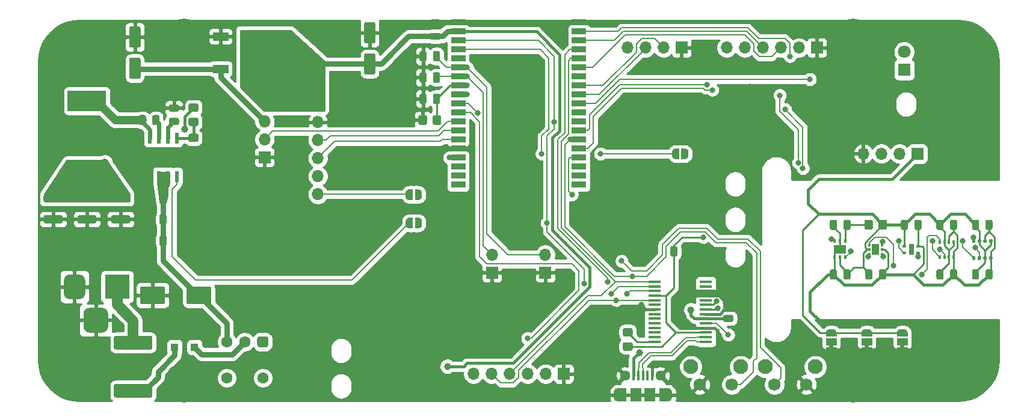
<source format=gbr>
G04 #@! TF.GenerationSoftware,KiCad,Pcbnew,(5.1.9-0-10_14)*
G04 #@! TF.CreationDate,2021-10-13T22:11:19-05:00*
G04 #@! TF.ProjectId,ClimateSprinklerController,436c696d-6174-4655-9370-72696e6b6c65,rev?*
G04 #@! TF.SameCoordinates,Original*
G04 #@! TF.FileFunction,Copper,L1,Top*
G04 #@! TF.FilePolarity,Positive*
%FSLAX46Y46*%
G04 Gerber Fmt 4.6, Leading zero omitted, Abs format (unit mm)*
G04 Created by KiCad (PCBNEW (5.1.9-0-10_14)) date 2021-10-13 22:11:19*
%MOMM*%
%LPD*%
G01*
G04 APERTURE LIST*
G04 #@! TA.AperFunction,EtchedComponent*
%ADD10C,0.100000*%
G04 #@! TD*
G04 #@! TA.AperFunction,ComponentPad*
%ADD11O,1.700000X1.700000*%
G04 #@! TD*
G04 #@! TA.AperFunction,ComponentPad*
%ADD12R,1.700000X1.700000*%
G04 #@! TD*
G04 #@! TA.AperFunction,ComponentPad*
%ADD13C,5.600000*%
G04 #@! TD*
G04 #@! TA.AperFunction,SMDPad,CuDef*
%ADD14R,1.100000X1.100000*%
G04 #@! TD*
G04 #@! TA.AperFunction,ComponentPad*
%ADD15C,1.600000*%
G04 #@! TD*
G04 #@! TA.AperFunction,SMDPad,CuDef*
%ADD16R,1.750000X0.450000*%
G04 #@! TD*
G04 #@! TA.AperFunction,SMDPad,CuDef*
%ADD17R,1.200000X1.900000*%
G04 #@! TD*
G04 #@! TA.AperFunction,ComponentPad*
%ADD18O,1.200000X1.900000*%
G04 #@! TD*
G04 #@! TA.AperFunction,SMDPad,CuDef*
%ADD19R,1.500000X1.900000*%
G04 #@! TD*
G04 #@! TA.AperFunction,ComponentPad*
%ADD20C,1.450000*%
G04 #@! TD*
G04 #@! TA.AperFunction,SMDPad,CuDef*
%ADD21R,0.400000X1.350000*%
G04 #@! TD*
G04 #@! TA.AperFunction,SMDPad,CuDef*
%ADD22C,0.100000*%
G04 #@! TD*
G04 #@! TA.AperFunction,SMDPad,CuDef*
%ADD23R,1.500000X1.000000*%
G04 #@! TD*
G04 #@! TA.AperFunction,ComponentPad*
%ADD24C,0.800000*%
G04 #@! TD*
G04 #@! TA.AperFunction,SMDPad,CuDef*
%ADD25R,5.000000X5.000000*%
G04 #@! TD*
G04 #@! TA.AperFunction,SMDPad,CuDef*
%ADD26R,2.000000X0.900000*%
G04 #@! TD*
G04 #@! TA.AperFunction,SMDPad,CuDef*
%ADD27R,0.450000X0.630000*%
G04 #@! TD*
G04 #@! TA.AperFunction,SMDPad,CuDef*
%ADD28R,1.700000X1.250000*%
G04 #@! TD*
G04 #@! TA.AperFunction,SMDPad,CuDef*
%ADD29R,5.400000X2.900000*%
G04 #@! TD*
G04 #@! TA.AperFunction,SMDPad,CuDef*
%ADD30R,0.350000X0.500000*%
G04 #@! TD*
G04 #@! TA.AperFunction,SMDPad,CuDef*
%ADD31R,0.600000X0.400000*%
G04 #@! TD*
G04 #@! TA.AperFunction,SMDPad,CuDef*
%ADD32R,0.700000X1.600000*%
G04 #@! TD*
G04 #@! TA.AperFunction,SMDPad,CuDef*
%ADD33R,1.000000X1.600000*%
G04 #@! TD*
G04 #@! TA.AperFunction,ComponentPad*
%ADD34C,2.100000*%
G04 #@! TD*
G04 #@! TA.AperFunction,ComponentPad*
%ADD35C,1.750000*%
G04 #@! TD*
G04 #@! TA.AperFunction,ComponentPad*
%ADD36C,6.400000*%
G04 #@! TD*
G04 #@! TA.AperFunction,SMDPad,CuDef*
%ADD37R,6.400000X5.800000*%
G04 #@! TD*
G04 #@! TA.AperFunction,SMDPad,CuDef*
%ADD38R,2.200000X1.200000*%
G04 #@! TD*
G04 #@! TA.AperFunction,SMDPad,CuDef*
%ADD39R,4.900000X2.950000*%
G04 #@! TD*
G04 #@! TA.AperFunction,SMDPad,CuDef*
%ADD40R,0.600000X1.550000*%
G04 #@! TD*
G04 #@! TA.AperFunction,ComponentPad*
%ADD41C,0.600000*%
G04 #@! TD*
G04 #@! TA.AperFunction,ComponentPad*
%ADD42C,1.800000*%
G04 #@! TD*
G04 #@! TA.AperFunction,ComponentPad*
%ADD43R,1.800000X1.800000*%
G04 #@! TD*
G04 #@! TA.AperFunction,ComponentPad*
%ADD44R,3.500000X3.500000*%
G04 #@! TD*
G04 #@! TA.AperFunction,ViaPad*
%ADD45C,0.800000*%
G04 #@! TD*
G04 #@! TA.AperFunction,ViaPad*
%ADD46C,1.000000*%
G04 #@! TD*
G04 #@! TA.AperFunction,ViaPad*
%ADD47C,1.200000*%
G04 #@! TD*
G04 #@! TA.AperFunction,Conductor*
%ADD48C,0.250000*%
G04 #@! TD*
G04 #@! TA.AperFunction,Conductor*
%ADD49C,0.400000*%
G04 #@! TD*
G04 #@! TA.AperFunction,Conductor*
%ADD50C,0.800000*%
G04 #@! TD*
G04 #@! TA.AperFunction,Conductor*
%ADD51C,0.200000*%
G04 #@! TD*
G04 #@! TA.AperFunction,Conductor*
%ADD52C,0.600000*%
G04 #@! TD*
G04 #@! TA.AperFunction,Conductor*
%ADD53C,1.500000*%
G04 #@! TD*
G04 #@! TA.AperFunction,Conductor*
%ADD54C,1.200000*%
G04 #@! TD*
G04 #@! TA.AperFunction,Conductor*
%ADD55C,0.254000*%
G04 #@! TD*
G04 #@! TA.AperFunction,Conductor*
%ADD56C,0.100000*%
G04 #@! TD*
G04 APERTURE END LIST*
D10*
G36*
X203700000Y-109400000D02*
G01*
X203700000Y-108900000D01*
X204300000Y-108900000D01*
X204300000Y-109400000D01*
X203700000Y-109400000D01*
G37*
G36*
X198700000Y-109400000D02*
G01*
X198700000Y-108900000D01*
X199300000Y-108900000D01*
X199300000Y-109400000D01*
X198700000Y-109400000D01*
G37*
G36*
X193700000Y-109400000D02*
G01*
X193700000Y-108900000D01*
X194300000Y-108900000D01*
X194300000Y-109400000D01*
X193700000Y-109400000D01*
G37*
D11*
X179280000Y-67050000D03*
X181820000Y-67050000D03*
X184360000Y-67050000D03*
X186900000Y-67050000D03*
X189440000Y-67050000D03*
D12*
X191980000Y-67050000D03*
D13*
X197050000Y-114270000D03*
X102950000Y-114270000D03*
X197050000Y-65730000D03*
X102950000Y-65730000D03*
D11*
X146250000Y-96210000D03*
D12*
X146250000Y-98750000D03*
D14*
X104400000Y-109250000D03*
X101600000Y-109250000D03*
G04 #@! TA.AperFunction,SMDPad,CuDef*
G36*
G01*
X137050000Y-70775000D02*
X137050000Y-71725000D01*
G75*
G02*
X136800000Y-71975000I-250000J0D01*
G01*
X136300000Y-71975000D01*
G75*
G02*
X136050000Y-71725000I0J250000D01*
G01*
X136050000Y-70775000D01*
G75*
G02*
X136300000Y-70525000I250000J0D01*
G01*
X136800000Y-70525000D01*
G75*
G02*
X137050000Y-70775000I0J-250000D01*
G01*
G37*
G04 #@! TD.AperFunction*
G04 #@! TA.AperFunction,SMDPad,CuDef*
G36*
G01*
X138950000Y-70775000D02*
X138950000Y-71725000D01*
G75*
G02*
X138700000Y-71975000I-250000J0D01*
G01*
X138200000Y-71975000D01*
G75*
G02*
X137950000Y-71725000I0J250000D01*
G01*
X137950000Y-70775000D01*
G75*
G02*
X138200000Y-70525000I250000J0D01*
G01*
X138700000Y-70525000D01*
G75*
G02*
X138950000Y-70775000I0J-250000D01*
G01*
G37*
G04 #@! TD.AperFunction*
G04 #@! TA.AperFunction,SMDPad,CuDef*
G36*
G01*
X100240000Y-100938000D02*
X100240000Y-102938000D01*
G75*
G02*
X99990000Y-103188000I-250000J0D01*
G01*
X96990000Y-103188000D01*
G75*
G02*
X96740000Y-102938000I0J250000D01*
G01*
X96740000Y-100938000D01*
G75*
G02*
X96990000Y-100688000I250000J0D01*
G01*
X99990000Y-100688000D01*
G75*
G02*
X100240000Y-100938000I0J-250000D01*
G01*
G37*
G04 #@! TD.AperFunction*
G04 #@! TA.AperFunction,SMDPad,CuDef*
G36*
G01*
X106740000Y-100938000D02*
X106740000Y-102938000D01*
G75*
G02*
X106490000Y-103188000I-250000J0D01*
G01*
X103490000Y-103188000D01*
G75*
G02*
X103240000Y-102938000I0J250000D01*
G01*
X103240000Y-100938000D01*
G75*
G02*
X103490000Y-100688000I250000J0D01*
G01*
X106490000Y-100688000D01*
G75*
G02*
X106740000Y-100938000I0J-250000D01*
G01*
G37*
G04 #@! TD.AperFunction*
G04 #@! TA.AperFunction,SMDPad,CuDef*
G36*
G01*
X137050000Y-73775000D02*
X137050000Y-74725000D01*
G75*
G02*
X136800000Y-74975000I-250000J0D01*
G01*
X136300000Y-74975000D01*
G75*
G02*
X136050000Y-74725000I0J250000D01*
G01*
X136050000Y-73775000D01*
G75*
G02*
X136300000Y-73525000I250000J0D01*
G01*
X136800000Y-73525000D01*
G75*
G02*
X137050000Y-73775000I0J-250000D01*
G01*
G37*
G04 #@! TD.AperFunction*
G04 #@! TA.AperFunction,SMDPad,CuDef*
G36*
G01*
X138950000Y-73775000D02*
X138950000Y-74725000D01*
G75*
G02*
X138700000Y-74975000I-250000J0D01*
G01*
X138200000Y-74975000D01*
G75*
G02*
X137950000Y-74725000I0J250000D01*
G01*
X137950000Y-73775000D01*
G75*
G02*
X138200000Y-73525000I250000J0D01*
G01*
X138700000Y-73525000D01*
G75*
G02*
X138950000Y-73775000I0J-250000D01*
G01*
G37*
G04 #@! TD.AperFunction*
D15*
X108920000Y-108500000D03*
X111460000Y-108500000D03*
G04 #@! TA.AperFunction,ComponentPad*
G36*
G01*
X114400000Y-109300000D02*
X113600000Y-109300000D01*
G75*
G02*
X113200000Y-108900000I0J400000D01*
G01*
X113200000Y-108100000D01*
G75*
G02*
X113600000Y-107700000I400000J0D01*
G01*
X114400000Y-107700000D01*
G75*
G02*
X114800000Y-108100000I0J-400000D01*
G01*
X114800000Y-108900000D01*
G75*
G02*
X114400000Y-109300000I-400000J0D01*
G01*
G37*
G04 #@! TD.AperFunction*
X114000000Y-113580000D03*
X108920000Y-113580000D03*
D16*
X169150000Y-100025000D03*
X169150000Y-100675000D03*
X169150000Y-101325000D03*
X169150000Y-101975000D03*
X169150000Y-102625000D03*
X169150000Y-103275000D03*
X169150000Y-103925000D03*
X169150000Y-104575000D03*
X169150000Y-105225000D03*
X169150000Y-105875000D03*
X169150000Y-106525000D03*
X169150000Y-107175000D03*
X169150000Y-107825000D03*
X169150000Y-108475000D03*
X176350000Y-108475000D03*
X176350000Y-107825000D03*
X176350000Y-107175000D03*
X176350000Y-106525000D03*
X176350000Y-105875000D03*
X176350000Y-105225000D03*
X176350000Y-104575000D03*
X176350000Y-103925000D03*
X176350000Y-103275000D03*
X176350000Y-102625000D03*
X176350000Y-101975000D03*
X176350000Y-101325000D03*
X176350000Y-100675000D03*
X176350000Y-100025000D03*
G04 #@! TA.AperFunction,SMDPad,CuDef*
G36*
G01*
X165800001Y-109750000D02*
X164899999Y-109750000D01*
G75*
G02*
X164650000Y-109500001I0J249999D01*
G01*
X164650000Y-108799999D01*
G75*
G02*
X164899999Y-108550000I249999J0D01*
G01*
X165800001Y-108550000D01*
G75*
G02*
X166050000Y-108799999I0J-249999D01*
G01*
X166050000Y-109500001D01*
G75*
G02*
X165800001Y-109750000I-249999J0D01*
G01*
G37*
G04 #@! TD.AperFunction*
G04 #@! TA.AperFunction,SMDPad,CuDef*
G36*
G01*
X165800001Y-107750000D02*
X164899999Y-107750000D01*
G75*
G02*
X164650000Y-107500001I0J249999D01*
G01*
X164650000Y-106799999D01*
G75*
G02*
X164899999Y-106550000I249999J0D01*
G01*
X165800001Y-106550000D01*
G75*
G02*
X166050000Y-106799999I0J-249999D01*
G01*
X166050000Y-107500001D01*
G75*
G02*
X165800001Y-107750000I-249999J0D01*
G01*
G37*
G04 #@! TD.AperFunction*
D17*
X164600000Y-115987500D03*
X170400000Y-115987500D03*
D18*
X171000000Y-115987500D03*
X164000000Y-115987500D03*
D19*
X166500000Y-115987500D03*
D20*
X170000000Y-113287500D03*
D21*
X167500000Y-113287500D03*
X168150000Y-113287500D03*
X168800000Y-113287500D03*
X166200000Y-113287500D03*
X166850000Y-113287500D03*
D20*
X165000000Y-113287500D03*
D19*
X168500000Y-115987500D03*
G04 #@! TA.AperFunction,SMDPad,CuDef*
G36*
G01*
X171350000Y-96225000D02*
X171350000Y-95275000D01*
G75*
G02*
X171600000Y-95025000I250000J0D01*
G01*
X172100000Y-95025000D01*
G75*
G02*
X172350000Y-95275000I0J-250000D01*
G01*
X172350000Y-96225000D01*
G75*
G02*
X172100000Y-96475000I-250000J0D01*
G01*
X171600000Y-96475000D01*
G75*
G02*
X171350000Y-96225000I0J250000D01*
G01*
G37*
G04 #@! TD.AperFunction*
G04 #@! TA.AperFunction,SMDPad,CuDef*
G36*
G01*
X173250000Y-96225000D02*
X173250000Y-95275000D01*
G75*
G02*
X173500000Y-95025000I250000J0D01*
G01*
X174000000Y-95025000D01*
G75*
G02*
X174250000Y-95275000I0J-250000D01*
G01*
X174250000Y-96225000D01*
G75*
G02*
X174000000Y-96475000I-250000J0D01*
G01*
X173500000Y-96475000D01*
G75*
G02*
X173250000Y-96225000I0J250000D01*
G01*
G37*
G04 #@! TD.AperFunction*
G04 #@! TA.AperFunction,SMDPad,CuDef*
G36*
G01*
X179975000Y-103800000D02*
X179025000Y-103800000D01*
G75*
G02*
X178775000Y-103550000I0J250000D01*
G01*
X178775000Y-103050000D01*
G75*
G02*
X179025000Y-102800000I250000J0D01*
G01*
X179975000Y-102800000D01*
G75*
G02*
X180225000Y-103050000I0J-250000D01*
G01*
X180225000Y-103550000D01*
G75*
G02*
X179975000Y-103800000I-250000J0D01*
G01*
G37*
G04 #@! TD.AperFunction*
G04 #@! TA.AperFunction,SMDPad,CuDef*
G36*
G01*
X179975000Y-105700000D02*
X179025000Y-105700000D01*
G75*
G02*
X178775000Y-105450000I0J250000D01*
G01*
X178775000Y-104950000D01*
G75*
G02*
X179025000Y-104700000I250000J0D01*
G01*
X179975000Y-104700000D01*
G75*
G02*
X180225000Y-104950000I0J-250000D01*
G01*
X180225000Y-105450000D01*
G75*
G02*
X179975000Y-105700000I-250000J0D01*
G01*
G37*
G04 #@! TD.AperFunction*
G04 #@! TA.AperFunction,SMDPad,CuDef*
G36*
G01*
X216700000Y-96550000D02*
X216700000Y-96825000D01*
G75*
G02*
X216575000Y-96950000I-125000J0D01*
G01*
X216325000Y-96950000D01*
G75*
G02*
X216200000Y-96825000I0J125000D01*
G01*
X216200000Y-96550000D01*
G75*
G02*
X216325000Y-96425000I125000J0D01*
G01*
X216575000Y-96425000D01*
G75*
G02*
X216700000Y-96550000I0J-125000D01*
G01*
G37*
G04 #@! TD.AperFunction*
G04 #@! TA.AperFunction,SMDPad,CuDef*
G36*
G01*
X215900000Y-96550000D02*
X215900000Y-96825000D01*
G75*
G02*
X215775000Y-96950000I-125000J0D01*
G01*
X215525000Y-96950000D01*
G75*
G02*
X215400000Y-96825000I0J125000D01*
G01*
X215400000Y-96550000D01*
G75*
G02*
X215525000Y-96425000I125000J0D01*
G01*
X215775000Y-96425000D01*
G75*
G02*
X215900000Y-96550000I0J-125000D01*
G01*
G37*
G04 #@! TD.AperFunction*
G04 #@! TA.AperFunction,SMDPad,CuDef*
G36*
G01*
X215100000Y-96550000D02*
X215100000Y-96825000D01*
G75*
G02*
X214975000Y-96950000I-125000J0D01*
G01*
X214725000Y-96950000D01*
G75*
G02*
X214600000Y-96825000I0J125000D01*
G01*
X214600000Y-96550000D01*
G75*
G02*
X214725000Y-96425000I125000J0D01*
G01*
X214975000Y-96425000D01*
G75*
G02*
X215100000Y-96550000I0J-125000D01*
G01*
G37*
G04 #@! TD.AperFunction*
G04 #@! TA.AperFunction,SMDPad,CuDef*
G36*
G01*
X214300000Y-96550000D02*
X214300000Y-96825000D01*
G75*
G02*
X214175000Y-96950000I-125000J0D01*
G01*
X213925000Y-96950000D01*
G75*
G02*
X213800000Y-96825000I0J125000D01*
G01*
X213800000Y-96550000D01*
G75*
G02*
X213925000Y-96425000I125000J0D01*
G01*
X214175000Y-96425000D01*
G75*
G02*
X214300000Y-96550000I0J-125000D01*
G01*
G37*
G04 #@! TD.AperFunction*
G04 #@! TA.AperFunction,SMDPad,CuDef*
G36*
G01*
X214300000Y-94175000D02*
X214300000Y-94450000D01*
G75*
G02*
X214175000Y-94575000I-125000J0D01*
G01*
X213925000Y-94575000D01*
G75*
G02*
X213800000Y-94450000I0J125000D01*
G01*
X213800000Y-94175000D01*
G75*
G02*
X213925000Y-94050000I125000J0D01*
G01*
X214175000Y-94050000D01*
G75*
G02*
X214300000Y-94175000I0J-125000D01*
G01*
G37*
G04 #@! TD.AperFunction*
G04 #@! TA.AperFunction,SMDPad,CuDef*
G36*
G01*
X215100000Y-94175000D02*
X215100000Y-94450000D01*
G75*
G02*
X214975000Y-94575000I-125000J0D01*
G01*
X214725000Y-94575000D01*
G75*
G02*
X214600000Y-94450000I0J125000D01*
G01*
X214600000Y-94175000D01*
G75*
G02*
X214725000Y-94050000I125000J0D01*
G01*
X214975000Y-94050000D01*
G75*
G02*
X215100000Y-94175000I0J-125000D01*
G01*
G37*
G04 #@! TD.AperFunction*
G04 #@! TA.AperFunction,SMDPad,CuDef*
G36*
G01*
X215900000Y-94175000D02*
X215900000Y-94450000D01*
G75*
G02*
X215775000Y-94575000I-125000J0D01*
G01*
X215525000Y-94575000D01*
G75*
G02*
X215400000Y-94450000I0J125000D01*
G01*
X215400000Y-94175000D01*
G75*
G02*
X215525000Y-94050000I125000J0D01*
G01*
X215775000Y-94050000D01*
G75*
G02*
X215900000Y-94175000I0J-125000D01*
G01*
G37*
G04 #@! TD.AperFunction*
G04 #@! TA.AperFunction,SMDPad,CuDef*
G36*
G01*
X216700000Y-94175000D02*
X216700000Y-94450000D01*
G75*
G02*
X216575000Y-94575000I-125000J0D01*
G01*
X216325000Y-94575000D01*
G75*
G02*
X216200000Y-94450000I0J125000D01*
G01*
X216200000Y-94175000D01*
G75*
G02*
X216325000Y-94050000I125000J0D01*
G01*
X216575000Y-94050000D01*
G75*
G02*
X216700000Y-94175000I0J-125000D01*
G01*
G37*
G04 #@! TD.AperFunction*
G04 #@! TA.AperFunction,SMDPad,CuDef*
D22*
G36*
X203250602Y-107200000D02*
G01*
X203250602Y-107175466D01*
X203255412Y-107126635D01*
X203264984Y-107078510D01*
X203279228Y-107031555D01*
X203298005Y-106986222D01*
X203321136Y-106942949D01*
X203348396Y-106902150D01*
X203379524Y-106864221D01*
X203414221Y-106829524D01*
X203452150Y-106798396D01*
X203492949Y-106771136D01*
X203536222Y-106748005D01*
X203581555Y-106729228D01*
X203628510Y-106714984D01*
X203676635Y-106705412D01*
X203725466Y-106700602D01*
X203750000Y-106700602D01*
X203750000Y-106700000D01*
X204250000Y-106700000D01*
X204250000Y-106700602D01*
X204274534Y-106700602D01*
X204323365Y-106705412D01*
X204371490Y-106714984D01*
X204418445Y-106729228D01*
X204463778Y-106748005D01*
X204507051Y-106771136D01*
X204547850Y-106798396D01*
X204585779Y-106829524D01*
X204620476Y-106864221D01*
X204651604Y-106902150D01*
X204678864Y-106942949D01*
X204701995Y-106986222D01*
X204720772Y-107031555D01*
X204735016Y-107078510D01*
X204744588Y-107126635D01*
X204749398Y-107175466D01*
X204749398Y-107200000D01*
X204750000Y-107200000D01*
X204750000Y-107750000D01*
X203250000Y-107750000D01*
X203250000Y-107200000D01*
X203250602Y-107200000D01*
G37*
G04 #@! TD.AperFunction*
D23*
X204000000Y-108500000D03*
G04 #@! TA.AperFunction,SMDPad,CuDef*
D22*
G36*
X204750000Y-109250000D02*
G01*
X204750000Y-109800000D01*
X204749398Y-109800000D01*
X204749398Y-109824534D01*
X204744588Y-109873365D01*
X204735016Y-109921490D01*
X204720772Y-109968445D01*
X204701995Y-110013778D01*
X204678864Y-110057051D01*
X204651604Y-110097850D01*
X204620476Y-110135779D01*
X204585779Y-110170476D01*
X204547850Y-110201604D01*
X204507051Y-110228864D01*
X204463778Y-110251995D01*
X204418445Y-110270772D01*
X204371490Y-110285016D01*
X204323365Y-110294588D01*
X204274534Y-110299398D01*
X204250000Y-110299398D01*
X204250000Y-110300000D01*
X203750000Y-110300000D01*
X203750000Y-110299398D01*
X203725466Y-110299398D01*
X203676635Y-110294588D01*
X203628510Y-110285016D01*
X203581555Y-110270772D01*
X203536222Y-110251995D01*
X203492949Y-110228864D01*
X203452150Y-110201604D01*
X203414221Y-110170476D01*
X203379524Y-110135779D01*
X203348396Y-110097850D01*
X203321136Y-110057051D01*
X203298005Y-110013778D01*
X203279228Y-109968445D01*
X203264984Y-109921490D01*
X203255412Y-109873365D01*
X203250602Y-109824534D01*
X203250602Y-109800000D01*
X203250000Y-109800000D01*
X203250000Y-109250000D01*
X204750000Y-109250000D01*
G37*
G04 #@! TD.AperFunction*
D12*
X172930000Y-67050000D03*
D11*
X170390000Y-67050000D03*
X167850000Y-67050000D03*
X165310000Y-67050000D03*
G04 #@! TA.AperFunction,SMDPad,CuDef*
G36*
G01*
X213800000Y-92475000D02*
X213800000Y-91525000D01*
G75*
G02*
X214050000Y-91275000I250000J0D01*
G01*
X214550000Y-91275000D01*
G75*
G02*
X214800000Y-91525000I0J-250000D01*
G01*
X214800000Y-92475000D01*
G75*
G02*
X214550000Y-92725000I-250000J0D01*
G01*
X214050000Y-92725000D01*
G75*
G02*
X213800000Y-92475000I0J250000D01*
G01*
G37*
G04 #@! TD.AperFunction*
G04 #@! TA.AperFunction,SMDPad,CuDef*
G36*
G01*
X215700000Y-92475000D02*
X215700000Y-91525000D01*
G75*
G02*
X215950000Y-91275000I250000J0D01*
G01*
X216450000Y-91275000D01*
G75*
G02*
X216700000Y-91525000I0J-250000D01*
G01*
X216700000Y-92475000D01*
G75*
G02*
X216450000Y-92725000I-250000J0D01*
G01*
X215950000Y-92725000D01*
G75*
G02*
X215700000Y-92475000I0J250000D01*
G01*
G37*
G04 #@! TD.AperFunction*
G04 #@! TA.AperFunction,SMDPad,CuDef*
G36*
G01*
X213800000Y-99475000D02*
X213800000Y-98525000D01*
G75*
G02*
X214050000Y-98275000I250000J0D01*
G01*
X214550000Y-98275000D01*
G75*
G02*
X214800000Y-98525000I0J-250000D01*
G01*
X214800000Y-99475000D01*
G75*
G02*
X214550000Y-99725000I-250000J0D01*
G01*
X214050000Y-99725000D01*
G75*
G02*
X213800000Y-99475000I0J250000D01*
G01*
G37*
G04 #@! TD.AperFunction*
G04 #@! TA.AperFunction,SMDPad,CuDef*
G36*
G01*
X215700000Y-99475000D02*
X215700000Y-98525000D01*
G75*
G02*
X215950000Y-98275000I250000J0D01*
G01*
X216450000Y-98275000D01*
G75*
G02*
X216700000Y-98525000I0J-250000D01*
G01*
X216700000Y-99475000D01*
G75*
G02*
X216450000Y-99725000I-250000J0D01*
G01*
X215950000Y-99725000D01*
G75*
G02*
X215700000Y-99475000I0J250000D01*
G01*
G37*
G04 #@! TD.AperFunction*
D24*
X147000000Y-72995000D03*
X147000000Y-71995000D03*
X147000000Y-70995000D03*
X147000000Y-69995000D03*
X147000000Y-68995000D03*
X148000000Y-72995000D03*
X148000000Y-71995000D03*
X148000000Y-70995000D03*
X148000000Y-69995000D03*
X148000000Y-68995000D03*
X149000000Y-72995000D03*
X149000000Y-71995000D03*
X149000000Y-70995000D03*
X149000000Y-69995000D03*
X149000000Y-68995000D03*
X150000000Y-72995000D03*
X150000000Y-71995000D03*
X150000000Y-70995000D03*
X150000000Y-69995000D03*
X150000000Y-68995000D03*
X151000000Y-72995000D03*
X151000000Y-71995000D03*
X151000000Y-70995000D03*
X151000000Y-69995000D03*
X151000000Y-68995000D03*
D25*
X149000000Y-70995000D03*
D26*
X158500000Y-63495000D03*
X158500000Y-64765000D03*
X158500000Y-66035000D03*
X158500000Y-67305000D03*
X158500000Y-68575000D03*
X158500000Y-69845000D03*
X158500000Y-71115000D03*
X158500000Y-72385000D03*
X158500000Y-73655000D03*
X158500000Y-74925000D03*
X158500000Y-76195000D03*
X158500000Y-77465000D03*
X158500000Y-78735000D03*
X158500000Y-80005000D03*
X158500000Y-81275000D03*
X158500000Y-82545000D03*
X158500000Y-83815000D03*
X158500000Y-85085000D03*
X158500000Y-86355000D03*
X141500000Y-86355000D03*
X141500000Y-85085000D03*
X141500000Y-83815000D03*
X141500000Y-82545000D03*
X141500000Y-81275000D03*
X141500000Y-80005000D03*
X141500000Y-78735000D03*
X141500000Y-77465000D03*
X141500000Y-76195000D03*
X141500000Y-74925000D03*
X141500000Y-73655000D03*
X141500000Y-72385000D03*
X141500000Y-71115000D03*
X141500000Y-69845000D03*
X141500000Y-68575000D03*
X141500000Y-67305000D03*
X141500000Y-66035000D03*
X141500000Y-64765000D03*
X141500000Y-63495000D03*
D27*
X196009000Y-94303000D03*
X195209000Y-94303000D03*
X194409000Y-94303000D03*
X194409000Y-96603000D03*
X195209000Y-96603000D03*
X196009000Y-96603000D03*
D28*
X195209000Y-95453000D03*
G04 #@! TA.AperFunction,SMDPad,CuDef*
G36*
G01*
X201850000Y-91549999D02*
X201850000Y-92450001D01*
G75*
G02*
X201600001Y-92700000I-249999J0D01*
G01*
X200899999Y-92700000D01*
G75*
G02*
X200650000Y-92450001I0J249999D01*
G01*
X200650000Y-91549999D01*
G75*
G02*
X200899999Y-91300000I249999J0D01*
G01*
X201600001Y-91300000D01*
G75*
G02*
X201850000Y-91549999I0J-249999D01*
G01*
G37*
G04 #@! TD.AperFunction*
G04 #@! TA.AperFunction,SMDPad,CuDef*
G36*
G01*
X199850000Y-91549999D02*
X199850000Y-92450001D01*
G75*
G02*
X199600001Y-92700000I-249999J0D01*
G01*
X198899999Y-92700000D01*
G75*
G02*
X198650000Y-92450001I0J249999D01*
G01*
X198650000Y-91549999D01*
G75*
G02*
X198899999Y-91300000I249999J0D01*
G01*
X199600001Y-91300000D01*
G75*
G02*
X199850000Y-91549999I0J-249999D01*
G01*
G37*
G04 #@! TD.AperFunction*
G04 #@! TA.AperFunction,SMDPad,CuDef*
G36*
G01*
X195700000Y-92475000D02*
X195700000Y-91525000D01*
G75*
G02*
X195950000Y-91275000I250000J0D01*
G01*
X196450000Y-91275000D01*
G75*
G02*
X196700000Y-91525000I0J-250000D01*
G01*
X196700000Y-92475000D01*
G75*
G02*
X196450000Y-92725000I-250000J0D01*
G01*
X195950000Y-92725000D01*
G75*
G02*
X195700000Y-92475000I0J250000D01*
G01*
G37*
G04 #@! TD.AperFunction*
G04 #@! TA.AperFunction,SMDPad,CuDef*
G36*
G01*
X193800000Y-92475000D02*
X193800000Y-91525000D01*
G75*
G02*
X194050000Y-91275000I250000J0D01*
G01*
X194550000Y-91275000D01*
G75*
G02*
X194800000Y-91525000I0J-250000D01*
G01*
X194800000Y-92475000D01*
G75*
G02*
X194550000Y-92725000I-250000J0D01*
G01*
X194050000Y-92725000D01*
G75*
G02*
X193800000Y-92475000I0J250000D01*
G01*
G37*
G04 #@! TD.AperFunction*
G04 #@! TA.AperFunction,SMDPad,CuDef*
G36*
G01*
X193800000Y-99475000D02*
X193800000Y-98525000D01*
G75*
G02*
X194050000Y-98275000I250000J0D01*
G01*
X194550000Y-98275000D01*
G75*
G02*
X194800000Y-98525000I0J-250000D01*
G01*
X194800000Y-99475000D01*
G75*
G02*
X194550000Y-99725000I-250000J0D01*
G01*
X194050000Y-99725000D01*
G75*
G02*
X193800000Y-99475000I0J250000D01*
G01*
G37*
G04 #@! TD.AperFunction*
G04 #@! TA.AperFunction,SMDPad,CuDef*
G36*
G01*
X195700000Y-99475000D02*
X195700000Y-98525000D01*
G75*
G02*
X195950000Y-98275000I250000J0D01*
G01*
X196450000Y-98275000D01*
G75*
G02*
X196700000Y-98525000I0J-250000D01*
G01*
X196700000Y-99475000D01*
G75*
G02*
X196450000Y-99725000I-250000J0D01*
G01*
X195950000Y-99725000D01*
G75*
G02*
X195700000Y-99475000I0J250000D01*
G01*
G37*
G04 #@! TD.AperFunction*
G04 #@! TA.AperFunction,SMDPad,CuDef*
G36*
G01*
X103799999Y-81150000D02*
X104700001Y-81150000D01*
G75*
G02*
X104950000Y-81399999I0J-249999D01*
G01*
X104950000Y-82100001D01*
G75*
G02*
X104700001Y-82350000I-249999J0D01*
G01*
X103799999Y-82350000D01*
G75*
G02*
X103550000Y-82100001I0J249999D01*
G01*
X103550000Y-81399999D01*
G75*
G02*
X103799999Y-81150000I249999J0D01*
G01*
G37*
G04 #@! TD.AperFunction*
G04 #@! TA.AperFunction,SMDPad,CuDef*
G36*
G01*
X103799999Y-79150000D02*
X104700001Y-79150000D01*
G75*
G02*
X104950000Y-79399999I0J-249999D01*
G01*
X104950000Y-80100001D01*
G75*
G02*
X104700001Y-80350000I-249999J0D01*
G01*
X103799999Y-80350000D01*
G75*
G02*
X103550000Y-80100001I0J249999D01*
G01*
X103550000Y-79399999D01*
G75*
G02*
X103799999Y-79150000I249999J0D01*
G01*
G37*
G04 #@! TD.AperFunction*
G04 #@! TA.AperFunction,SMDPad,CuDef*
G36*
G01*
X103799999Y-76900000D02*
X104700001Y-76900000D01*
G75*
G02*
X104950000Y-77149999I0J-249999D01*
G01*
X104950000Y-77850001D01*
G75*
G02*
X104700001Y-78100000I-249999J0D01*
G01*
X103799999Y-78100000D01*
G75*
G02*
X103550000Y-77850001I0J249999D01*
G01*
X103550000Y-77149999D01*
G75*
G02*
X103799999Y-76900000I249999J0D01*
G01*
G37*
G04 #@! TD.AperFunction*
G04 #@! TA.AperFunction,SMDPad,CuDef*
G36*
G01*
X103799999Y-74900000D02*
X104700001Y-74900000D01*
G75*
G02*
X104950000Y-75149999I0J-249999D01*
G01*
X104950000Y-75850001D01*
G75*
G02*
X104700001Y-76100000I-249999J0D01*
G01*
X103799999Y-76100000D01*
G75*
G02*
X103550000Y-75850001I0J249999D01*
G01*
X103550000Y-75149999D01*
G75*
G02*
X103799999Y-74900000I249999J0D01*
G01*
G37*
G04 #@! TD.AperFunction*
G04 #@! TA.AperFunction,SMDPad,CuDef*
G36*
G01*
X135900000Y-77700400D02*
X135900000Y-76799600D01*
G75*
G02*
X136149600Y-76550000I249600J0D01*
G01*
X136850400Y-76550000D01*
G75*
G02*
X137100000Y-76799600I0J-249600D01*
G01*
X137100000Y-77700400D01*
G75*
G02*
X136850400Y-77950000I-249600J0D01*
G01*
X136149600Y-77950000D01*
G75*
G02*
X135900000Y-77700400I0J249600D01*
G01*
G37*
G04 #@! TD.AperFunction*
G04 #@! TA.AperFunction,SMDPad,CuDef*
G36*
G01*
X137900000Y-77700400D02*
X137900000Y-76799600D01*
G75*
G02*
X138149600Y-76550000I249600J0D01*
G01*
X138850400Y-76550000D01*
G75*
G02*
X139100000Y-76799600I0J-249600D01*
G01*
X139100000Y-77700400D01*
G75*
G02*
X138850400Y-77950000I-249600J0D01*
G01*
X138149600Y-77950000D01*
G75*
G02*
X137900000Y-77700400I0J249600D01*
G01*
G37*
G04 #@! TD.AperFunction*
D29*
X89250000Y-84450000D03*
X89250000Y-74550000D03*
G04 #@! TA.AperFunction,SMDPad,CuDef*
G36*
G01*
X83399999Y-90650000D02*
X85600001Y-90650000D01*
G75*
G02*
X85850000Y-90899999I0J-249999D01*
G01*
X85850000Y-91550001D01*
G75*
G02*
X85600001Y-91800000I-249999J0D01*
G01*
X83399999Y-91800000D01*
G75*
G02*
X83150000Y-91550001I0J249999D01*
G01*
X83150000Y-90899999D01*
G75*
G02*
X83399999Y-90650000I249999J0D01*
G01*
G37*
G04 #@! TD.AperFunction*
G04 #@! TA.AperFunction,SMDPad,CuDef*
G36*
G01*
X83399999Y-87700000D02*
X85600001Y-87700000D01*
G75*
G02*
X85850000Y-87949999I0J-249999D01*
G01*
X85850000Y-88600001D01*
G75*
G02*
X85600001Y-88850000I-249999J0D01*
G01*
X83399999Y-88850000D01*
G75*
G02*
X83150000Y-88600001I0J249999D01*
G01*
X83150000Y-87949999D01*
G75*
G02*
X83399999Y-87700000I249999J0D01*
G01*
G37*
G04 #@! TD.AperFunction*
G04 #@! TA.AperFunction,SMDPad,CuDef*
G36*
G01*
X88149999Y-90650000D02*
X90350001Y-90650000D01*
G75*
G02*
X90600000Y-90899999I0J-249999D01*
G01*
X90600000Y-91550001D01*
G75*
G02*
X90350001Y-91800000I-249999J0D01*
G01*
X88149999Y-91800000D01*
G75*
G02*
X87900000Y-91550001I0J249999D01*
G01*
X87900000Y-90899999D01*
G75*
G02*
X88149999Y-90650000I249999J0D01*
G01*
G37*
G04 #@! TD.AperFunction*
G04 #@! TA.AperFunction,SMDPad,CuDef*
G36*
G01*
X88149999Y-87700000D02*
X90350001Y-87700000D01*
G75*
G02*
X90600000Y-87949999I0J-249999D01*
G01*
X90600000Y-88600001D01*
G75*
G02*
X90350001Y-88850000I-249999J0D01*
G01*
X88149999Y-88850000D01*
G75*
G02*
X87900000Y-88600001I0J249999D01*
G01*
X87900000Y-87949999D01*
G75*
G02*
X88149999Y-87700000I249999J0D01*
G01*
G37*
G04 #@! TD.AperFunction*
G04 #@! TA.AperFunction,SMDPad,CuDef*
G36*
G01*
X92899999Y-90650000D02*
X95100001Y-90650000D01*
G75*
G02*
X95350000Y-90899999I0J-249999D01*
G01*
X95350000Y-91550001D01*
G75*
G02*
X95100001Y-91800000I-249999J0D01*
G01*
X92899999Y-91800000D01*
G75*
G02*
X92650000Y-91550001I0J249999D01*
G01*
X92650000Y-90899999D01*
G75*
G02*
X92899999Y-90650000I249999J0D01*
G01*
G37*
G04 #@! TD.AperFunction*
G04 #@! TA.AperFunction,SMDPad,CuDef*
G36*
G01*
X92899999Y-87700000D02*
X95100001Y-87700000D01*
G75*
G02*
X95350000Y-87949999I0J-249999D01*
G01*
X95350000Y-88600001D01*
G75*
G02*
X95100001Y-88850000I-249999J0D01*
G01*
X92899999Y-88850000D01*
G75*
G02*
X92650000Y-88600001I0J249999D01*
G01*
X92650000Y-87949999D01*
G75*
G02*
X92899999Y-87700000I249999J0D01*
G01*
G37*
G04 #@! TD.AperFunction*
G04 #@! TA.AperFunction,SMDPad,CuDef*
G36*
G01*
X138950000Y-67775000D02*
X138950000Y-68725000D01*
G75*
G02*
X138700000Y-68975000I-250000J0D01*
G01*
X138200000Y-68975000D01*
G75*
G02*
X137950000Y-68725000I0J250000D01*
G01*
X137950000Y-67775000D01*
G75*
G02*
X138200000Y-67525000I250000J0D01*
G01*
X138700000Y-67525000D01*
G75*
G02*
X138950000Y-67775000I0J-250000D01*
G01*
G37*
G04 #@! TD.AperFunction*
G04 #@! TA.AperFunction,SMDPad,CuDef*
G36*
G01*
X137050000Y-67775000D02*
X137050000Y-68725000D01*
G75*
G02*
X136800000Y-68975000I-250000J0D01*
G01*
X136300000Y-68975000D01*
G75*
G02*
X136050000Y-68725000I0J250000D01*
G01*
X136050000Y-67775000D01*
G75*
G02*
X136300000Y-67525000I250000J0D01*
G01*
X136800000Y-67525000D01*
G75*
G02*
X137050000Y-67775000I0J-250000D01*
G01*
G37*
G04 #@! TD.AperFunction*
G04 #@! TA.AperFunction,SMDPad,CuDef*
D22*
G36*
X172100000Y-82749398D02*
G01*
X172075466Y-82749398D01*
X172026635Y-82744588D01*
X171978510Y-82735016D01*
X171931555Y-82720772D01*
X171886222Y-82701995D01*
X171842949Y-82678864D01*
X171802150Y-82651604D01*
X171764221Y-82620476D01*
X171729524Y-82585779D01*
X171698396Y-82547850D01*
X171671136Y-82507051D01*
X171648005Y-82463778D01*
X171629228Y-82418445D01*
X171614984Y-82371490D01*
X171605412Y-82323365D01*
X171600602Y-82274534D01*
X171600602Y-82250000D01*
X171600000Y-82250000D01*
X171600000Y-81750000D01*
X171600602Y-81750000D01*
X171600602Y-81725466D01*
X171605412Y-81676635D01*
X171614984Y-81628510D01*
X171629228Y-81581555D01*
X171648005Y-81536222D01*
X171671136Y-81492949D01*
X171698396Y-81452150D01*
X171729524Y-81414221D01*
X171764221Y-81379524D01*
X171802150Y-81348396D01*
X171842949Y-81321136D01*
X171886222Y-81298005D01*
X171931555Y-81279228D01*
X171978510Y-81264984D01*
X172026635Y-81255412D01*
X172075466Y-81250602D01*
X172100000Y-81250602D01*
X172100000Y-81250000D01*
X172600000Y-81250000D01*
X172600000Y-82750000D01*
X172100000Y-82750000D01*
X172100000Y-82749398D01*
G37*
G04 #@! TD.AperFunction*
G04 #@! TA.AperFunction,SMDPad,CuDef*
G36*
X172900000Y-81250000D02*
G01*
X173400000Y-81250000D01*
X173400000Y-81250602D01*
X173424534Y-81250602D01*
X173473365Y-81255412D01*
X173521490Y-81264984D01*
X173568445Y-81279228D01*
X173613778Y-81298005D01*
X173657051Y-81321136D01*
X173697850Y-81348396D01*
X173735779Y-81379524D01*
X173770476Y-81414221D01*
X173801604Y-81452150D01*
X173828864Y-81492949D01*
X173851995Y-81536222D01*
X173870772Y-81581555D01*
X173885016Y-81628510D01*
X173894588Y-81676635D01*
X173899398Y-81725466D01*
X173899398Y-81750000D01*
X173900000Y-81750000D01*
X173900000Y-82250000D01*
X173899398Y-82250000D01*
X173899398Y-82274534D01*
X173894588Y-82323365D01*
X173885016Y-82371490D01*
X173870772Y-82418445D01*
X173851995Y-82463778D01*
X173828864Y-82507051D01*
X173801604Y-82547850D01*
X173770476Y-82585779D01*
X173735779Y-82620476D01*
X173697850Y-82651604D01*
X173657051Y-82678864D01*
X173613778Y-82701995D01*
X173568445Y-82720772D01*
X173521490Y-82735016D01*
X173473365Y-82744588D01*
X173424534Y-82749398D01*
X173400000Y-82749398D01*
X173400000Y-82750000D01*
X172900000Y-82750000D01*
X172900000Y-81250000D01*
G37*
G04 #@! TD.AperFunction*
G04 #@! TA.AperFunction,SMDPad,CuDef*
G36*
G01*
X137775000Y-64950000D02*
X138725000Y-64950000D01*
G75*
G02*
X138975000Y-65200000I0J-250000D01*
G01*
X138975000Y-65700000D01*
G75*
G02*
X138725000Y-65950000I-250000J0D01*
G01*
X137775000Y-65950000D01*
G75*
G02*
X137525000Y-65700000I0J250000D01*
G01*
X137525000Y-65200000D01*
G75*
G02*
X137775000Y-64950000I250000J0D01*
G01*
G37*
G04 #@! TD.AperFunction*
G04 #@! TA.AperFunction,SMDPad,CuDef*
G36*
G01*
X137775000Y-63050000D02*
X138725000Y-63050000D01*
G75*
G02*
X138975000Y-63300000I0J-250000D01*
G01*
X138975000Y-63800000D01*
G75*
G02*
X138725000Y-64050000I-250000J0D01*
G01*
X137775000Y-64050000D01*
G75*
G02*
X137525000Y-63800000I0J250000D01*
G01*
X137525000Y-63300000D01*
G75*
G02*
X137775000Y-63050000I250000J0D01*
G01*
G37*
G04 #@! TD.AperFunction*
D30*
X209275000Y-96525000D03*
X209925000Y-96525000D03*
X210575000Y-96525000D03*
X211225000Y-96525000D03*
X211225000Y-94475000D03*
X210575000Y-94475000D03*
X209925000Y-94475000D03*
X209275000Y-94475000D03*
D31*
X206200000Y-95975000D03*
X204300000Y-95025000D03*
X204300000Y-95975000D03*
X206200000Y-95025000D03*
D32*
X205250000Y-95500000D03*
D33*
X200250000Y-95500000D03*
G04 #@! TA.AperFunction,SMDPad,CuDef*
G36*
G01*
X199550000Y-96043750D02*
X199550000Y-96256250D01*
G75*
G02*
X199456250Y-96350000I-93750J0D01*
G01*
X199268750Y-96350000D01*
G75*
G02*
X199175000Y-96256250I0J93750D01*
G01*
X199175000Y-96043750D01*
G75*
G02*
X199268750Y-95950000I93750J0D01*
G01*
X199456250Y-95950000D01*
G75*
G02*
X199550000Y-96043750I0J-93750D01*
G01*
G37*
G04 #@! TD.AperFunction*
G04 #@! TA.AperFunction,SMDPad,CuDef*
G36*
G01*
X199550000Y-95393750D02*
X199550000Y-95606250D01*
G75*
G02*
X199456250Y-95700000I-93750J0D01*
G01*
X199268750Y-95700000D01*
G75*
G02*
X199175000Y-95606250I0J93750D01*
G01*
X199175000Y-95393750D01*
G75*
G02*
X199268750Y-95300000I93750J0D01*
G01*
X199456250Y-95300000D01*
G75*
G02*
X199550000Y-95393750I0J-93750D01*
G01*
G37*
G04 #@! TD.AperFunction*
G04 #@! TA.AperFunction,SMDPad,CuDef*
G36*
G01*
X199550000Y-94743750D02*
X199550000Y-94956250D01*
G75*
G02*
X199456250Y-95050000I-93750J0D01*
G01*
X199268750Y-95050000D01*
G75*
G02*
X199175000Y-94956250I0J93750D01*
G01*
X199175000Y-94743750D01*
G75*
G02*
X199268750Y-94650000I93750J0D01*
G01*
X199456250Y-94650000D01*
G75*
G02*
X199550000Y-94743750I0J-93750D01*
G01*
G37*
G04 #@! TD.AperFunction*
G04 #@! TA.AperFunction,SMDPad,CuDef*
G36*
G01*
X201325000Y-94743750D02*
X201325000Y-94956250D01*
G75*
G02*
X201231250Y-95050000I-93750J0D01*
G01*
X201043750Y-95050000D01*
G75*
G02*
X200950000Y-94956250I0J93750D01*
G01*
X200950000Y-94743750D01*
G75*
G02*
X201043750Y-94650000I93750J0D01*
G01*
X201231250Y-94650000D01*
G75*
G02*
X201325000Y-94743750I0J-93750D01*
G01*
G37*
G04 #@! TD.AperFunction*
G04 #@! TA.AperFunction,SMDPad,CuDef*
G36*
G01*
X201325000Y-95393750D02*
X201325000Y-95606250D01*
G75*
G02*
X201231250Y-95700000I-93750J0D01*
G01*
X201043750Y-95700000D01*
G75*
G02*
X200950000Y-95606250I0J93750D01*
G01*
X200950000Y-95393750D01*
G75*
G02*
X201043750Y-95300000I93750J0D01*
G01*
X201231250Y-95300000D01*
G75*
G02*
X201325000Y-95393750I0J-93750D01*
G01*
G37*
G04 #@! TD.AperFunction*
G04 #@! TA.AperFunction,SMDPad,CuDef*
G36*
G01*
X201325000Y-96043750D02*
X201325000Y-96256250D01*
G75*
G02*
X201231250Y-96350000I-93750J0D01*
G01*
X201043750Y-96350000D01*
G75*
G02*
X200950000Y-96256250I0J93750D01*
G01*
X200950000Y-96043750D01*
G75*
G02*
X201043750Y-95950000I93750J0D01*
G01*
X201231250Y-95950000D01*
G75*
G02*
X201325000Y-96043750I0J-93750D01*
G01*
G37*
G04 #@! TD.AperFunction*
G04 #@! TA.AperFunction,SMDPad,CuDef*
G36*
G01*
X98550000Y-87775000D02*
X98550000Y-88725000D01*
G75*
G02*
X98300000Y-88975000I-250000J0D01*
G01*
X97800000Y-88975000D01*
G75*
G02*
X97550000Y-88725000I0J250000D01*
G01*
X97550000Y-87775000D01*
G75*
G02*
X97800000Y-87525000I250000J0D01*
G01*
X98300000Y-87525000D01*
G75*
G02*
X98550000Y-87775000I0J-250000D01*
G01*
G37*
G04 #@! TD.AperFunction*
G04 #@! TA.AperFunction,SMDPad,CuDef*
G36*
G01*
X100450000Y-87775000D02*
X100450000Y-88725000D01*
G75*
G02*
X100200000Y-88975000I-250000J0D01*
G01*
X99700000Y-88975000D01*
G75*
G02*
X99450000Y-88725000I0J250000D01*
G01*
X99450000Y-87775000D01*
G75*
G02*
X99700000Y-87525000I250000J0D01*
G01*
X100200000Y-87525000D01*
G75*
G02*
X100450000Y-87775000I0J-250000D01*
G01*
G37*
G04 #@! TD.AperFunction*
G04 #@! TA.AperFunction,SMDPad,CuDef*
D22*
G36*
X135900000Y-87000602D02*
G01*
X135924534Y-87000602D01*
X135973365Y-87005412D01*
X136021490Y-87014984D01*
X136068445Y-87029228D01*
X136113778Y-87048005D01*
X136157051Y-87071136D01*
X136197850Y-87098396D01*
X136235779Y-87129524D01*
X136270476Y-87164221D01*
X136301604Y-87202150D01*
X136328864Y-87242949D01*
X136351995Y-87286222D01*
X136370772Y-87331555D01*
X136385016Y-87378510D01*
X136394588Y-87426635D01*
X136399398Y-87475466D01*
X136399398Y-87500000D01*
X136400000Y-87500000D01*
X136400000Y-88000000D01*
X136399398Y-88000000D01*
X136399398Y-88024534D01*
X136394588Y-88073365D01*
X136385016Y-88121490D01*
X136370772Y-88168445D01*
X136351995Y-88213778D01*
X136328864Y-88257051D01*
X136301604Y-88297850D01*
X136270476Y-88335779D01*
X136235779Y-88370476D01*
X136197850Y-88401604D01*
X136157051Y-88428864D01*
X136113778Y-88451995D01*
X136068445Y-88470772D01*
X136021490Y-88485016D01*
X135973365Y-88494588D01*
X135924534Y-88499398D01*
X135900000Y-88499398D01*
X135900000Y-88500000D01*
X135400000Y-88500000D01*
X135400000Y-87000000D01*
X135900000Y-87000000D01*
X135900000Y-87000602D01*
G37*
G04 #@! TD.AperFunction*
G04 #@! TA.AperFunction,SMDPad,CuDef*
G36*
X135100000Y-88500000D02*
G01*
X134600000Y-88500000D01*
X134600000Y-88499398D01*
X134575466Y-88499398D01*
X134526635Y-88494588D01*
X134478510Y-88485016D01*
X134431555Y-88470772D01*
X134386222Y-88451995D01*
X134342949Y-88428864D01*
X134302150Y-88401604D01*
X134264221Y-88370476D01*
X134229524Y-88335779D01*
X134198396Y-88297850D01*
X134171136Y-88257051D01*
X134148005Y-88213778D01*
X134129228Y-88168445D01*
X134114984Y-88121490D01*
X134105412Y-88073365D01*
X134100602Y-88024534D01*
X134100602Y-88000000D01*
X134100000Y-88000000D01*
X134100000Y-87500000D01*
X134100602Y-87500000D01*
X134100602Y-87475466D01*
X134105412Y-87426635D01*
X134114984Y-87378510D01*
X134129228Y-87331555D01*
X134148005Y-87286222D01*
X134171136Y-87242949D01*
X134198396Y-87202150D01*
X134229524Y-87164221D01*
X134264221Y-87129524D01*
X134302150Y-87098396D01*
X134342949Y-87071136D01*
X134386222Y-87048005D01*
X134431555Y-87029228D01*
X134478510Y-87014984D01*
X134526635Y-87005412D01*
X134575466Y-87000602D01*
X134600000Y-87000602D01*
X134600000Y-87000000D01*
X135100000Y-87000000D01*
X135100000Y-88500000D01*
G37*
G04 #@! TD.AperFunction*
D34*
X181250000Y-112010000D03*
D35*
X180000000Y-114500000D03*
X175500000Y-114500000D03*
D34*
X174240000Y-112010000D03*
X191750000Y-112010000D03*
D35*
X190500000Y-114500000D03*
X186000000Y-114500000D03*
D34*
X184740000Y-112010000D03*
D24*
X213547056Y-109372944D03*
X211850000Y-108670000D03*
X210152944Y-109372944D03*
X209450000Y-111070000D03*
X210152944Y-112767056D03*
X211850000Y-113470000D03*
X213547056Y-112767056D03*
X214250000Y-111070000D03*
D36*
X211850000Y-111070000D03*
D24*
X89847056Y-109372943D03*
X88150000Y-108669999D03*
X86452944Y-109372943D03*
X85750000Y-111069999D03*
X86452944Y-112767055D03*
X88150000Y-113469999D03*
X89847056Y-112767055D03*
X90550000Y-111069999D03*
D36*
X88150000Y-111069999D03*
D24*
X213547056Y-67232944D03*
X211850000Y-66530000D03*
X210152944Y-67232944D03*
X209450000Y-68930000D03*
X210152944Y-70627056D03*
X211850000Y-71330000D03*
X213547056Y-70627056D03*
X214250000Y-68930000D03*
D36*
X211850000Y-68930000D03*
D24*
X89847056Y-67232944D03*
X88150000Y-66530000D03*
X86452944Y-67232944D03*
X85750000Y-68930000D03*
X86452944Y-70627056D03*
X88150000Y-71330000D03*
X89847056Y-70627056D03*
X90550000Y-68930000D03*
D36*
X88150000Y-68930000D03*
D11*
X198514000Y-81999000D03*
X201054000Y-81999000D03*
X203594000Y-81999000D03*
D12*
X206134000Y-81999000D03*
D37*
X114350000Y-67750000D03*
D38*
X108050000Y-70030000D03*
X108050000Y-65470000D03*
D39*
X100000000Y-82500000D03*
D40*
X98095000Y-85200000D03*
X99365000Y-85200000D03*
X100635000Y-85200000D03*
X101905000Y-85200000D03*
X101905000Y-79800000D03*
X100635000Y-79800000D03*
X99365000Y-79800000D03*
X98095000Y-79800000D03*
D41*
X98050000Y-83150000D03*
X99350000Y-83150000D03*
X99350000Y-81850000D03*
X98050000Y-81850000D03*
X101950000Y-83150000D03*
X100650000Y-83150000D03*
X100650000Y-81850000D03*
X101950000Y-81850000D03*
D12*
X153750000Y-98750000D03*
D11*
X153750000Y-96210000D03*
D42*
X204250000Y-67648000D03*
D43*
X204250000Y-70188000D03*
G04 #@! TA.AperFunction,SMDPad,CuDef*
D22*
G36*
X198250602Y-107200000D02*
G01*
X198250602Y-107175466D01*
X198255412Y-107126635D01*
X198264984Y-107078510D01*
X198279228Y-107031555D01*
X198298005Y-106986222D01*
X198321136Y-106942949D01*
X198348396Y-106902150D01*
X198379524Y-106864221D01*
X198414221Y-106829524D01*
X198452150Y-106798396D01*
X198492949Y-106771136D01*
X198536222Y-106748005D01*
X198581555Y-106729228D01*
X198628510Y-106714984D01*
X198676635Y-106705412D01*
X198725466Y-106700602D01*
X198750000Y-106700602D01*
X198750000Y-106700000D01*
X199250000Y-106700000D01*
X199250000Y-106700602D01*
X199274534Y-106700602D01*
X199323365Y-106705412D01*
X199371490Y-106714984D01*
X199418445Y-106729228D01*
X199463778Y-106748005D01*
X199507051Y-106771136D01*
X199547850Y-106798396D01*
X199585779Y-106829524D01*
X199620476Y-106864221D01*
X199651604Y-106902150D01*
X199678864Y-106942949D01*
X199701995Y-106986222D01*
X199720772Y-107031555D01*
X199735016Y-107078510D01*
X199744588Y-107126635D01*
X199749398Y-107175466D01*
X199749398Y-107200000D01*
X199750000Y-107200000D01*
X199750000Y-107750000D01*
X198250000Y-107750000D01*
X198250000Y-107200000D01*
X198250602Y-107200000D01*
G37*
G04 #@! TD.AperFunction*
D23*
X199000000Y-108500000D03*
G04 #@! TA.AperFunction,SMDPad,CuDef*
D22*
G36*
X199750000Y-109250000D02*
G01*
X199750000Y-109800000D01*
X199749398Y-109800000D01*
X199749398Y-109824534D01*
X199744588Y-109873365D01*
X199735016Y-109921490D01*
X199720772Y-109968445D01*
X199701995Y-110013778D01*
X199678864Y-110057051D01*
X199651604Y-110097850D01*
X199620476Y-110135779D01*
X199585779Y-110170476D01*
X199547850Y-110201604D01*
X199507051Y-110228864D01*
X199463778Y-110251995D01*
X199418445Y-110270772D01*
X199371490Y-110285016D01*
X199323365Y-110294588D01*
X199274534Y-110299398D01*
X199250000Y-110299398D01*
X199250000Y-110300000D01*
X198750000Y-110300000D01*
X198750000Y-110299398D01*
X198725466Y-110299398D01*
X198676635Y-110294588D01*
X198628510Y-110285016D01*
X198581555Y-110270772D01*
X198536222Y-110251995D01*
X198492949Y-110228864D01*
X198452150Y-110201604D01*
X198414221Y-110170476D01*
X198379524Y-110135779D01*
X198348396Y-110097850D01*
X198321136Y-110057051D01*
X198298005Y-110013778D01*
X198279228Y-109968445D01*
X198264984Y-109921490D01*
X198255412Y-109873365D01*
X198250602Y-109824534D01*
X198250602Y-109800000D01*
X198250000Y-109800000D01*
X198250000Y-109250000D01*
X199750000Y-109250000D01*
G37*
G04 #@! TD.AperFunction*
G04 #@! TA.AperFunction,SMDPad,CuDef*
G36*
X194750000Y-109250000D02*
G01*
X194750000Y-109800000D01*
X194749398Y-109800000D01*
X194749398Y-109824534D01*
X194744588Y-109873365D01*
X194735016Y-109921490D01*
X194720772Y-109968445D01*
X194701995Y-110013778D01*
X194678864Y-110057051D01*
X194651604Y-110097850D01*
X194620476Y-110135779D01*
X194585779Y-110170476D01*
X194547850Y-110201604D01*
X194507051Y-110228864D01*
X194463778Y-110251995D01*
X194418445Y-110270772D01*
X194371490Y-110285016D01*
X194323365Y-110294588D01*
X194274534Y-110299398D01*
X194250000Y-110299398D01*
X194250000Y-110300000D01*
X193750000Y-110300000D01*
X193750000Y-110299398D01*
X193725466Y-110299398D01*
X193676635Y-110294588D01*
X193628510Y-110285016D01*
X193581555Y-110270772D01*
X193536222Y-110251995D01*
X193492949Y-110228864D01*
X193452150Y-110201604D01*
X193414221Y-110170476D01*
X193379524Y-110135779D01*
X193348396Y-110097850D01*
X193321136Y-110057051D01*
X193298005Y-110013778D01*
X193279228Y-109968445D01*
X193264984Y-109921490D01*
X193255412Y-109873365D01*
X193250602Y-109824534D01*
X193250602Y-109800000D01*
X193250000Y-109800000D01*
X193250000Y-109250000D01*
X194750000Y-109250000D01*
G37*
G04 #@! TD.AperFunction*
D23*
X194000000Y-108500000D03*
G04 #@! TA.AperFunction,SMDPad,CuDef*
D22*
G36*
X193250602Y-107200000D02*
G01*
X193250602Y-107175466D01*
X193255412Y-107126635D01*
X193264984Y-107078510D01*
X193279228Y-107031555D01*
X193298005Y-106986222D01*
X193321136Y-106942949D01*
X193348396Y-106902150D01*
X193379524Y-106864221D01*
X193414221Y-106829524D01*
X193452150Y-106798396D01*
X193492949Y-106771136D01*
X193536222Y-106748005D01*
X193581555Y-106729228D01*
X193628510Y-106714984D01*
X193676635Y-106705412D01*
X193725466Y-106700602D01*
X193750000Y-106700602D01*
X193750000Y-106700000D01*
X194250000Y-106700000D01*
X194250000Y-106700602D01*
X194274534Y-106700602D01*
X194323365Y-106705412D01*
X194371490Y-106714984D01*
X194418445Y-106729228D01*
X194463778Y-106748005D01*
X194507051Y-106771136D01*
X194547850Y-106798396D01*
X194585779Y-106829524D01*
X194620476Y-106864221D01*
X194651604Y-106902150D01*
X194678864Y-106942949D01*
X194701995Y-106986222D01*
X194720772Y-107031555D01*
X194735016Y-107078510D01*
X194744588Y-107126635D01*
X194749398Y-107175466D01*
X194749398Y-107200000D01*
X194750000Y-107200000D01*
X194750000Y-107750000D01*
X193250000Y-107750000D01*
X193250000Y-107200000D01*
X193250602Y-107200000D01*
G37*
G04 #@! TD.AperFunction*
G04 #@! TA.AperFunction,SMDPad,CuDef*
G36*
X134600000Y-92499398D02*
G01*
X134575466Y-92499398D01*
X134526635Y-92494588D01*
X134478510Y-92485016D01*
X134431555Y-92470772D01*
X134386222Y-92451995D01*
X134342949Y-92428864D01*
X134302150Y-92401604D01*
X134264221Y-92370476D01*
X134229524Y-92335779D01*
X134198396Y-92297850D01*
X134171136Y-92257051D01*
X134148005Y-92213778D01*
X134129228Y-92168445D01*
X134114984Y-92121490D01*
X134105412Y-92073365D01*
X134100602Y-92024534D01*
X134100602Y-92000000D01*
X134100000Y-92000000D01*
X134100000Y-91500000D01*
X134100602Y-91500000D01*
X134100602Y-91475466D01*
X134105412Y-91426635D01*
X134114984Y-91378510D01*
X134129228Y-91331555D01*
X134148005Y-91286222D01*
X134171136Y-91242949D01*
X134198396Y-91202150D01*
X134229524Y-91164221D01*
X134264221Y-91129524D01*
X134302150Y-91098396D01*
X134342949Y-91071136D01*
X134386222Y-91048005D01*
X134431555Y-91029228D01*
X134478510Y-91014984D01*
X134526635Y-91005412D01*
X134575466Y-91000602D01*
X134600000Y-91000602D01*
X134600000Y-91000000D01*
X135100000Y-91000000D01*
X135100000Y-92500000D01*
X134600000Y-92500000D01*
X134600000Y-92499398D01*
G37*
G04 #@! TD.AperFunction*
G04 #@! TA.AperFunction,SMDPad,CuDef*
G36*
X135400000Y-91000000D02*
G01*
X135900000Y-91000000D01*
X135900000Y-91000602D01*
X135924534Y-91000602D01*
X135973365Y-91005412D01*
X136021490Y-91014984D01*
X136068445Y-91029228D01*
X136113778Y-91048005D01*
X136157051Y-91071136D01*
X136197850Y-91098396D01*
X136235779Y-91129524D01*
X136270476Y-91164221D01*
X136301604Y-91202150D01*
X136328864Y-91242949D01*
X136351995Y-91286222D01*
X136370772Y-91331555D01*
X136385016Y-91378510D01*
X136394588Y-91426635D01*
X136399398Y-91475466D01*
X136399398Y-91500000D01*
X136400000Y-91500000D01*
X136400000Y-92000000D01*
X136399398Y-92000000D01*
X136399398Y-92024534D01*
X136394588Y-92073365D01*
X136385016Y-92121490D01*
X136370772Y-92168445D01*
X136351995Y-92213778D01*
X136328864Y-92257051D01*
X136301604Y-92297850D01*
X136270476Y-92335779D01*
X136235779Y-92370476D01*
X136197850Y-92401604D01*
X136157051Y-92428864D01*
X136113778Y-92451995D01*
X136068445Y-92470772D01*
X136021490Y-92485016D01*
X135973365Y-92494588D01*
X135924534Y-92499398D01*
X135900000Y-92499398D01*
X135900000Y-92500000D01*
X135400000Y-92500000D01*
X135400000Y-91000000D01*
G37*
G04 #@! TD.AperFunction*
D11*
X114250000Y-74880000D03*
X114250000Y-77420000D03*
X114250000Y-79960000D03*
D12*
X114250000Y-82500000D03*
D11*
X121750000Y-87700000D03*
X121750000Y-85160000D03*
X121750000Y-82620000D03*
X121750000Y-80080000D03*
X121750000Y-77540000D03*
D12*
X121750000Y-75000000D03*
X156350000Y-113000000D03*
D11*
X153810000Y-113000000D03*
X151270000Y-113000000D03*
X148730000Y-113000000D03*
X146190000Y-113000000D03*
X143650000Y-113000000D03*
G04 #@! TA.AperFunction,ComponentPad*
G36*
G01*
X88750000Y-106325000D02*
X88750000Y-104575000D01*
G75*
G02*
X89625000Y-103700000I875000J0D01*
G01*
X91375000Y-103700000D01*
G75*
G02*
X92250000Y-104575000I0J-875000D01*
G01*
X92250000Y-106325000D01*
G75*
G02*
X91375000Y-107200000I-875000J0D01*
G01*
X89625000Y-107200000D01*
G75*
G02*
X88750000Y-106325000I0J875000D01*
G01*
G37*
G04 #@! TD.AperFunction*
G04 #@! TA.AperFunction,ComponentPad*
G36*
G01*
X86000000Y-101750000D02*
X86000000Y-99750000D01*
G75*
G02*
X86750000Y-99000000I750000J0D01*
G01*
X88250000Y-99000000D01*
G75*
G02*
X89000000Y-99750000I0J-750000D01*
G01*
X89000000Y-101750000D01*
G75*
G02*
X88250000Y-102500000I-750000J0D01*
G01*
X86750000Y-102500000D01*
G75*
G02*
X86000000Y-101750000I0J750000D01*
G01*
G37*
G04 #@! TD.AperFunction*
D44*
X93500000Y-100750000D03*
G04 #@! TA.AperFunction,SMDPad,CuDef*
G36*
G01*
X98225001Y-116350000D02*
X93274999Y-116350000D01*
G75*
G02*
X93025000Y-116100001I0J249999D01*
G01*
X93025000Y-114674999D01*
G75*
G02*
X93274999Y-114425000I249999J0D01*
G01*
X98225001Y-114425000D01*
G75*
G02*
X98475000Y-114674999I0J-249999D01*
G01*
X98475000Y-116100001D01*
G75*
G02*
X98225001Y-116350000I-249999J0D01*
G01*
G37*
G04 #@! TD.AperFunction*
G04 #@! TA.AperFunction,SMDPad,CuDef*
G36*
G01*
X98225001Y-109575000D02*
X93274999Y-109575000D01*
G75*
G02*
X93025000Y-109325001I0J249999D01*
G01*
X93025000Y-107899999D01*
G75*
G02*
X93274999Y-107650000I249999J0D01*
G01*
X98225001Y-107650000D01*
G75*
G02*
X98475000Y-107899999I0J-249999D01*
G01*
X98475000Y-109325001D01*
G75*
G02*
X98225001Y-109575000I-249999J0D01*
G01*
G37*
G04 #@! TD.AperFunction*
G04 #@! TA.AperFunction,SMDPad,CuDef*
G36*
G01*
X205700000Y-92475000D02*
X205700000Y-91525000D01*
G75*
G02*
X205950000Y-91275000I250000J0D01*
G01*
X206450000Y-91275000D01*
G75*
G02*
X206700000Y-91525000I0J-250000D01*
G01*
X206700000Y-92475000D01*
G75*
G02*
X206450000Y-92725000I-250000J0D01*
G01*
X205950000Y-92725000D01*
G75*
G02*
X205700000Y-92475000I0J250000D01*
G01*
G37*
G04 #@! TD.AperFunction*
G04 #@! TA.AperFunction,SMDPad,CuDef*
G36*
G01*
X203800000Y-92475000D02*
X203800000Y-91525000D01*
G75*
G02*
X204050000Y-91275000I250000J0D01*
G01*
X204550000Y-91275000D01*
G75*
G02*
X204800000Y-91525000I0J-250000D01*
G01*
X204800000Y-92475000D01*
G75*
G02*
X204550000Y-92725000I-250000J0D01*
G01*
X204050000Y-92725000D01*
G75*
G02*
X203800000Y-92475000I0J250000D01*
G01*
G37*
G04 #@! TD.AperFunction*
G04 #@! TA.AperFunction,SMDPad,CuDef*
G36*
G01*
X208800000Y-99475000D02*
X208800000Y-98525000D01*
G75*
G02*
X209050000Y-98275000I250000J0D01*
G01*
X209550000Y-98275000D01*
G75*
G02*
X209800000Y-98525000I0J-250000D01*
G01*
X209800000Y-99475000D01*
G75*
G02*
X209550000Y-99725000I-250000J0D01*
G01*
X209050000Y-99725000D01*
G75*
G02*
X208800000Y-99475000I0J250000D01*
G01*
G37*
G04 #@! TD.AperFunction*
G04 #@! TA.AperFunction,SMDPad,CuDef*
G36*
G01*
X210700000Y-99475000D02*
X210700000Y-98525000D01*
G75*
G02*
X210950000Y-98275000I250000J0D01*
G01*
X211450000Y-98275000D01*
G75*
G02*
X211700000Y-98525000I0J-250000D01*
G01*
X211700000Y-99475000D01*
G75*
G02*
X211450000Y-99725000I-250000J0D01*
G01*
X210950000Y-99725000D01*
G75*
G02*
X210700000Y-99475000I0J250000D01*
G01*
G37*
G04 #@! TD.AperFunction*
G04 #@! TA.AperFunction,SMDPad,CuDef*
G36*
G01*
X208800000Y-92475000D02*
X208800000Y-91525000D01*
G75*
G02*
X209050000Y-91275000I250000J0D01*
G01*
X209550000Y-91275000D01*
G75*
G02*
X209800000Y-91525000I0J-250000D01*
G01*
X209800000Y-92475000D01*
G75*
G02*
X209550000Y-92725000I-250000J0D01*
G01*
X209050000Y-92725000D01*
G75*
G02*
X208800000Y-92475000I0J250000D01*
G01*
G37*
G04 #@! TD.AperFunction*
G04 #@! TA.AperFunction,SMDPad,CuDef*
G36*
G01*
X210700000Y-92475000D02*
X210700000Y-91525000D01*
G75*
G02*
X210950000Y-91275000I250000J0D01*
G01*
X211450000Y-91275000D01*
G75*
G02*
X211700000Y-91525000I0J-250000D01*
G01*
X211700000Y-92475000D01*
G75*
G02*
X211450000Y-92725000I-250000J0D01*
G01*
X210950000Y-92725000D01*
G75*
G02*
X210700000Y-92475000I0J250000D01*
G01*
G37*
G04 #@! TD.AperFunction*
G04 #@! TA.AperFunction,SMDPad,CuDef*
G36*
G01*
X198800000Y-99475000D02*
X198800000Y-98525000D01*
G75*
G02*
X199050000Y-98275000I250000J0D01*
G01*
X199550000Y-98275000D01*
G75*
G02*
X199800000Y-98525000I0J-250000D01*
G01*
X199800000Y-99475000D01*
G75*
G02*
X199550000Y-99725000I-250000J0D01*
G01*
X199050000Y-99725000D01*
G75*
G02*
X198800000Y-99475000I0J250000D01*
G01*
G37*
G04 #@! TD.AperFunction*
G04 #@! TA.AperFunction,SMDPad,CuDef*
G36*
G01*
X200700000Y-99475000D02*
X200700000Y-98525000D01*
G75*
G02*
X200950000Y-98275000I250000J0D01*
G01*
X201450000Y-98275000D01*
G75*
G02*
X201700000Y-98525000I0J-250000D01*
G01*
X201700000Y-99475000D01*
G75*
G02*
X201450000Y-99725000I-250000J0D01*
G01*
X200950000Y-99725000D01*
G75*
G02*
X200700000Y-99475000I0J250000D01*
G01*
G37*
G04 #@! TD.AperFunction*
G04 #@! TA.AperFunction,SMDPad,CuDef*
G36*
G01*
X129595000Y-66440000D02*
X128495000Y-66440000D01*
G75*
G02*
X128245000Y-66190000I0J250000D01*
G01*
X128245000Y-63690000D01*
G75*
G02*
X128495000Y-63440000I250000J0D01*
G01*
X129595000Y-63440000D01*
G75*
G02*
X129845000Y-63690000I0J-250000D01*
G01*
X129845000Y-66190000D01*
G75*
G02*
X129595000Y-66440000I-250000J0D01*
G01*
G37*
G04 #@! TD.AperFunction*
G04 #@! TA.AperFunction,SMDPad,CuDef*
G36*
G01*
X129595000Y-70840000D02*
X128495000Y-70840000D01*
G75*
G02*
X128245000Y-70590000I0J250000D01*
G01*
X128245000Y-68090000D01*
G75*
G02*
X128495000Y-67840000I250000J0D01*
G01*
X129595000Y-67840000D01*
G75*
G02*
X129845000Y-68090000I0J-250000D01*
G01*
X129845000Y-70590000D01*
G75*
G02*
X129595000Y-70840000I-250000J0D01*
G01*
G37*
G04 #@! TD.AperFunction*
G04 #@! TA.AperFunction,SMDPad,CuDef*
G36*
G01*
X98550000Y-90775000D02*
X98550000Y-91725000D01*
G75*
G02*
X98300000Y-91975000I-250000J0D01*
G01*
X97800000Y-91975000D01*
G75*
G02*
X97550000Y-91725000I0J250000D01*
G01*
X97550000Y-90775000D01*
G75*
G02*
X97800000Y-90525000I250000J0D01*
G01*
X98300000Y-90525000D01*
G75*
G02*
X98550000Y-90775000I0J-250000D01*
G01*
G37*
G04 #@! TD.AperFunction*
G04 #@! TA.AperFunction,SMDPad,CuDef*
G36*
G01*
X100450000Y-90775000D02*
X100450000Y-91725000D01*
G75*
G02*
X100200000Y-91975000I-250000J0D01*
G01*
X99700000Y-91975000D01*
G75*
G02*
X99450000Y-91725000I0J250000D01*
G01*
X99450000Y-90775000D01*
G75*
G02*
X99700000Y-90525000I250000J0D01*
G01*
X100200000Y-90525000D01*
G75*
G02*
X100450000Y-90775000I0J-250000D01*
G01*
G37*
G04 #@! TD.AperFunction*
G04 #@! TA.AperFunction,SMDPad,CuDef*
G36*
G01*
X96550000Y-67050000D02*
X95450000Y-67050000D01*
G75*
G02*
X95200000Y-66800000I0J250000D01*
G01*
X95200000Y-64300000D01*
G75*
G02*
X95450000Y-64050000I250000J0D01*
G01*
X96550000Y-64050000D01*
G75*
G02*
X96800000Y-64300000I0J-250000D01*
G01*
X96800000Y-66800000D01*
G75*
G02*
X96550000Y-67050000I-250000J0D01*
G01*
G37*
G04 #@! TD.AperFunction*
G04 #@! TA.AperFunction,SMDPad,CuDef*
G36*
G01*
X96550000Y-71450000D02*
X95450000Y-71450000D01*
G75*
G02*
X95200000Y-71200000I0J250000D01*
G01*
X95200000Y-68700000D01*
G75*
G02*
X95450000Y-68450000I250000J0D01*
G01*
X96550000Y-68450000D01*
G75*
G02*
X96800000Y-68700000I0J-250000D01*
G01*
X96800000Y-71200000D01*
G75*
G02*
X96550000Y-71450000I-250000J0D01*
G01*
G37*
G04 #@! TD.AperFunction*
G04 #@! TA.AperFunction,SMDPad,CuDef*
G36*
G01*
X97550000Y-76775000D02*
X97550000Y-77725000D01*
G75*
G02*
X97300000Y-77975000I-250000J0D01*
G01*
X96800000Y-77975000D01*
G75*
G02*
X96550000Y-77725000I0J250000D01*
G01*
X96550000Y-76775000D01*
G75*
G02*
X96800000Y-76525000I250000J0D01*
G01*
X97300000Y-76525000D01*
G75*
G02*
X97550000Y-76775000I0J-250000D01*
G01*
G37*
G04 #@! TD.AperFunction*
G04 #@! TA.AperFunction,SMDPad,CuDef*
G36*
G01*
X99450000Y-76775000D02*
X99450000Y-77725000D01*
G75*
G02*
X99200000Y-77975000I-250000J0D01*
G01*
X98700000Y-77975000D01*
G75*
G02*
X98450000Y-77725000I0J250000D01*
G01*
X98450000Y-76775000D01*
G75*
G02*
X98700000Y-76525000I250000J0D01*
G01*
X99200000Y-76525000D01*
G75*
G02*
X99450000Y-76775000I0J-250000D01*
G01*
G37*
G04 #@! TD.AperFunction*
G04 #@! TA.AperFunction,SMDPad,CuDef*
G36*
G01*
X101975000Y-76050000D02*
X101025000Y-76050000D01*
G75*
G02*
X100775000Y-75800000I0J250000D01*
G01*
X100775000Y-75300000D01*
G75*
G02*
X101025000Y-75050000I250000J0D01*
G01*
X101975000Y-75050000D01*
G75*
G02*
X102225000Y-75300000I0J-250000D01*
G01*
X102225000Y-75800000D01*
G75*
G02*
X101975000Y-76050000I-250000J0D01*
G01*
G37*
G04 #@! TD.AperFunction*
G04 #@! TA.AperFunction,SMDPad,CuDef*
G36*
G01*
X101975000Y-77950000D02*
X101025000Y-77950000D01*
G75*
G02*
X100775000Y-77700000I0J250000D01*
G01*
X100775000Y-77200000D01*
G75*
G02*
X101025000Y-76950000I250000J0D01*
G01*
X101975000Y-76950000D01*
G75*
G02*
X102225000Y-77200000I0J-250000D01*
G01*
X102225000Y-77700000D01*
G75*
G02*
X101975000Y-77950000I-250000J0D01*
G01*
G37*
G04 #@! TD.AperFunction*
G04 #@! TA.AperFunction,SMDPad,CuDef*
G36*
G01*
X98550000Y-93775000D02*
X98550000Y-94725000D01*
G75*
G02*
X98300000Y-94975000I-250000J0D01*
G01*
X97800000Y-94975000D01*
G75*
G02*
X97550000Y-94725000I0J250000D01*
G01*
X97550000Y-93775000D01*
G75*
G02*
X97800000Y-93525000I250000J0D01*
G01*
X98300000Y-93525000D01*
G75*
G02*
X98550000Y-93775000I0J-250000D01*
G01*
G37*
G04 #@! TD.AperFunction*
G04 #@! TA.AperFunction,SMDPad,CuDef*
G36*
G01*
X100450000Y-93775000D02*
X100450000Y-94725000D01*
G75*
G02*
X100200000Y-94975000I-250000J0D01*
G01*
X99700000Y-94975000D01*
G75*
G02*
X99450000Y-94725000I0J250000D01*
G01*
X99450000Y-93775000D01*
G75*
G02*
X99700000Y-93525000I250000J0D01*
G01*
X100200000Y-93525000D01*
G75*
G02*
X100450000Y-93775000I0J-250000D01*
G01*
G37*
G04 #@! TD.AperFunction*
D45*
X172250000Y-103250000D03*
X182250000Y-103250000D03*
X182250000Y-105750000D03*
X182250000Y-100750000D03*
X82750000Y-96750000D03*
X82750000Y-84250000D03*
X82750000Y-71750000D03*
X96500000Y-83250000D03*
X96500000Y-81750000D03*
X96500000Y-80250000D03*
X96500000Y-84750000D03*
X96500000Y-86250000D03*
X96500000Y-87750000D03*
X96500000Y-89250000D03*
X96500000Y-90750000D03*
X96500000Y-92250000D03*
X96500000Y-93750000D03*
X103500000Y-83250000D03*
X105000000Y-83250000D03*
X106500000Y-83250000D03*
X106500000Y-81750000D03*
X106500000Y-80250000D03*
X102500000Y-93750000D03*
X102500000Y-95250000D03*
X103500000Y-96750000D03*
X102500000Y-92250000D03*
X102500000Y-90750000D03*
X96500000Y-74250000D03*
X95000000Y-74250000D03*
X98000000Y-74250000D03*
X99500000Y-74250000D03*
X93500000Y-74250000D03*
X82750000Y-81750000D03*
X82750000Y-79250000D03*
X82750000Y-76750000D03*
X82750000Y-74250000D03*
X106500000Y-78750000D03*
X106500000Y-77250000D03*
X106500000Y-74250000D03*
X96500000Y-95250000D03*
X93500000Y-72750000D03*
X96500000Y-96750000D03*
X178000000Y-109750000D03*
X95000000Y-93000000D03*
X93500000Y-93000000D03*
X92000000Y-93000000D03*
X90500000Y-93000000D03*
X89000000Y-93000000D03*
X87500000Y-93000000D03*
X86000000Y-93000000D03*
X84500000Y-93000000D03*
X96250000Y-98250000D03*
X83000000Y-93000000D03*
X82750000Y-94250000D03*
X103500000Y-86250000D03*
X105000000Y-84750000D03*
X103500000Y-84750000D03*
X167250000Y-103275010D03*
X102500000Y-89250000D03*
X102500000Y-87750000D03*
X187500000Y-80000000D03*
X132855000Y-72220000D03*
X125000000Y-85000000D03*
X143000000Y-89000000D03*
X152500000Y-95000000D03*
X162500000Y-95000000D03*
X162500000Y-77500000D03*
X182500000Y-72500000D03*
X191910000Y-74760000D03*
X125235000Y-64600000D03*
X132855000Y-64600000D03*
D46*
X174250000Y-104000000D03*
X140000000Y-111950000D03*
D45*
X191000000Y-71500000D03*
X162500000Y-100000000D03*
X163725000Y-102625000D03*
X212500000Y-94250000D03*
X208250000Y-94250000D03*
X203500000Y-94250000D03*
X201307088Y-96522835D03*
X196750000Y-95750000D03*
X187500000Y-75750000D03*
X190005000Y-84031000D03*
X214250000Y-95250000D03*
X209250000Y-95500000D03*
X206250000Y-96500000D03*
X199192912Y-96522835D03*
X194000000Y-94000000D03*
X186750000Y-73750000D03*
X189370000Y-83269000D03*
X142750000Y-71115000D03*
X142750000Y-73655000D03*
X142750000Y-72385000D03*
X157245000Y-80005000D03*
X166000000Y-99250000D03*
X142750000Y-69845000D03*
X188170000Y-68250000D03*
X173400000Y-82000000D03*
X201264497Y-94391302D03*
X140250000Y-82545000D03*
X151250000Y-108000000D03*
X144250000Y-76250000D03*
X164500000Y-97100000D03*
X155000000Y-77500000D03*
X154000000Y-91750000D03*
X159250000Y-100250000D03*
X135900000Y-91750000D03*
X163000000Y-101750000D03*
X165250000Y-101750000D03*
X176000000Y-93750000D03*
X177250000Y-73000000D03*
X157500000Y-87750000D03*
X135900000Y-87750000D03*
X179500000Y-107500000D03*
D46*
X167000000Y-110000000D03*
D45*
X202750000Y-97750000D03*
X194000000Y-108500000D03*
X214000000Y-93750000D03*
X204000000Y-108500000D03*
X206750000Y-99000000D03*
X199000000Y-108500000D03*
X177825002Y-102775010D03*
X178001668Y-103759293D03*
X153250000Y-82000000D03*
X161500000Y-82000000D03*
D46*
X103000000Y-78500000D03*
D47*
X91750000Y-83250000D03*
D45*
X176500000Y-72250000D03*
D48*
X211225000Y-98975000D02*
X211200000Y-99000000D01*
X211225000Y-96525000D02*
X211225000Y-98975000D01*
X216450000Y-98750000D02*
X216200000Y-99000000D01*
X216450000Y-96687500D02*
X216450000Y-98750000D01*
X206200000Y-95025000D02*
X206200000Y-92000000D01*
D49*
X216200000Y-99000000D02*
X214700000Y-100500000D01*
X212700000Y-100500000D02*
X211200000Y-99000000D01*
X214700000Y-100500000D02*
X212700000Y-100500000D01*
X211200000Y-99000000D02*
X209700000Y-100500000D01*
D48*
X216200000Y-92000000D02*
X216200000Y-92950000D01*
X216200000Y-92950000D02*
X217000000Y-93750000D01*
X217000000Y-93750000D02*
X217000000Y-95250000D01*
X216450000Y-95800000D02*
X216450000Y-96687500D01*
X217000000Y-95250000D02*
X216450000Y-95800000D01*
X215650000Y-93500000D02*
X216200000Y-92950000D01*
X215650000Y-94312500D02*
X215650000Y-93500000D01*
X211200000Y-92000000D02*
X211200000Y-92950000D01*
X211200000Y-92950000D02*
X211750000Y-93500000D01*
X211750000Y-93500000D02*
X211750000Y-95250000D01*
X211225000Y-95775000D02*
X211225000Y-96525000D01*
X211750000Y-95250000D02*
X211225000Y-95775000D01*
X210575000Y-93575000D02*
X211200000Y-92950000D01*
X210575000Y-94475000D02*
X210575000Y-93575000D01*
X206200000Y-95025000D02*
X206775000Y-95025000D01*
X206775000Y-95025000D02*
X207000000Y-95250000D01*
X207000000Y-95250000D02*
X207000000Y-97500000D01*
D49*
X209700000Y-100500000D02*
X207000000Y-100500000D01*
D48*
X201200000Y-99000000D02*
X201200000Y-98800000D01*
X201200000Y-98800000D02*
X202000000Y-98000000D01*
X202000000Y-98000000D02*
X202000000Y-96000000D01*
X201500000Y-95500000D02*
X201137500Y-95500000D01*
X202000000Y-96000000D02*
X201500000Y-95500000D01*
D49*
X199700000Y-100500000D02*
X201200000Y-99000000D01*
D48*
X194409000Y-96603000D02*
X194409000Y-98891000D01*
X194300000Y-92000000D02*
X194300000Y-92300000D01*
X195209000Y-93209000D02*
X195209000Y-94303000D01*
X194300000Y-92300000D02*
X195209000Y-93209000D01*
X195209000Y-94303000D02*
X195209000Y-95453000D01*
X195209000Y-95453000D02*
X194797000Y-95453000D01*
X194409000Y-95841000D02*
X194409000Y-96603000D01*
X194797000Y-95453000D02*
X194409000Y-95841000D01*
D49*
X195800000Y-100500000D02*
X194300000Y-99000000D01*
D48*
X194409000Y-98891000D02*
X194300000Y-99000000D01*
D49*
X195800000Y-100500000D02*
X199700000Y-100500000D01*
X205500000Y-99000000D02*
X207000000Y-100500000D01*
X201200000Y-99000000D02*
X205500000Y-99000000D01*
D48*
X205500000Y-99000000D02*
X207000000Y-97500000D01*
D49*
X194300000Y-99000000D02*
X193500000Y-99000000D01*
X193500000Y-99000000D02*
X191000000Y-101500000D01*
X191000000Y-104154568D02*
X192595432Y-105750000D01*
X191000000Y-101500000D02*
X191000000Y-104154568D01*
X211850000Y-113601308D02*
X211850000Y-114100000D01*
X192595432Y-105750000D02*
X203998692Y-105750000D01*
D50*
X194000000Y-109800000D02*
X199000000Y-109800000D01*
X199000000Y-109800000D02*
X204000000Y-109800000D01*
X204000000Y-109800000D02*
X207550000Y-109800000D01*
D49*
X176350000Y-101975000D02*
X178175000Y-101975000D01*
X178175000Y-101975000D02*
X179500000Y-103300000D01*
X178801669Y-104143294D02*
X178801669Y-103998331D01*
X178801669Y-103998331D02*
X179500000Y-103300000D01*
X178369963Y-104575000D02*
X178801669Y-104143294D01*
X176350000Y-104575000D02*
X178369963Y-104575000D01*
X173525000Y-101975000D02*
X172250000Y-103250000D01*
X176350000Y-101975000D02*
X173525000Y-101975000D01*
X174175000Y-101325000D02*
X173525000Y-101975000D01*
X176350000Y-101325000D02*
X174175000Y-101325000D01*
X177525000Y-101325000D02*
X178175000Y-101975000D01*
X176350000Y-101325000D02*
X177525000Y-101325000D01*
X176350000Y-106525000D02*
X172664124Y-106525000D01*
X172250000Y-106110876D02*
X172250000Y-103250000D01*
X172664124Y-106525000D02*
X172250000Y-106110876D01*
X177625000Y-106525000D02*
X178000000Y-106900000D01*
X176350000Y-106525000D02*
X177625000Y-106525000D01*
X178000000Y-106900000D02*
X178000000Y-109750000D01*
X167899990Y-103925000D02*
X167250000Y-103275010D01*
X169150000Y-103925000D02*
X167899990Y-103925000D01*
X168800000Y-113287500D02*
X168800000Y-111700000D01*
X168800000Y-111700000D02*
X169000000Y-111500000D01*
X169000000Y-111500000D02*
X170750000Y-111500000D01*
X170750000Y-111500000D02*
X171000000Y-111750000D01*
X171000000Y-112287500D02*
X170000000Y-113287500D01*
X171000000Y-111750000D02*
X171000000Y-112287500D01*
D50*
X99950000Y-94250000D02*
X99950000Y-91250000D01*
X99950000Y-91250000D02*
X99950000Y-88250000D01*
X108920000Y-105868000D02*
X104990000Y-101938000D01*
X108920000Y-108500000D02*
X108920000Y-105868000D01*
X104990000Y-101938000D02*
X104788000Y-101938000D01*
X99950000Y-97100000D02*
X99950000Y-94250000D01*
X104788000Y-101938000D02*
X99950000Y-97100000D01*
D49*
X179475000Y-105225000D02*
X179500000Y-105200000D01*
X176350000Y-105225000D02*
X179475000Y-105225000D01*
X176350000Y-105225000D02*
X174725000Y-105225000D01*
X174250000Y-104750000D02*
X174250000Y-104000000D01*
X174725000Y-105225000D02*
X174250000Y-104750000D01*
D50*
X96080000Y-70030000D02*
X96000000Y-69950000D01*
X108050000Y-70030000D02*
X96080000Y-70030000D01*
X108050000Y-71220000D02*
X114250000Y-77420000D01*
X108050000Y-70030000D02*
X108050000Y-71220000D01*
D48*
X216450000Y-94312500D02*
X216450000Y-94800000D01*
X215650000Y-95600000D02*
X215650000Y-96687500D01*
X216450000Y-94800000D02*
X215650000Y-95600000D01*
X214850000Y-94800000D02*
X215650000Y-95600000D01*
X214850000Y-94312500D02*
X214850000Y-94800000D01*
X209925000Y-94475000D02*
X209925000Y-94925000D01*
X210575000Y-95575000D02*
X210575000Y-96525000D01*
X209925000Y-94925000D02*
X210575000Y-95575000D01*
X211225000Y-94925000D02*
X210575000Y-95575000D01*
X211225000Y-94475000D02*
X211225000Y-94925000D01*
X214300000Y-92000000D02*
X214300000Y-92300000D01*
X214850000Y-92850000D02*
X214850000Y-94312500D01*
X214300000Y-92300000D02*
X214850000Y-92850000D01*
X214300000Y-99000000D02*
X214300000Y-98700000D01*
X215650000Y-97350000D02*
X215650000Y-96687500D01*
X214300000Y-98700000D02*
X215650000Y-97350000D01*
X209300000Y-99000000D02*
X209300000Y-98700000D01*
X210575000Y-97425000D02*
X210575000Y-96525000D01*
X209300000Y-98700000D02*
X210575000Y-97425000D01*
X209300000Y-92000000D02*
X209300000Y-92300000D01*
X209925000Y-92925000D02*
X209925000Y-94475000D01*
X209300000Y-92300000D02*
X209925000Y-92925000D01*
X204300000Y-95025000D02*
X204300000Y-92000000D01*
D49*
X214300000Y-92000000D02*
X212800000Y-90500000D01*
X210800000Y-90500000D02*
X209300000Y-92000000D01*
X212800000Y-90500000D02*
X210800000Y-90500000D01*
X209300000Y-92000000D02*
X207800000Y-90500000D01*
X205800000Y-90500000D02*
X204300000Y-92000000D01*
X207800000Y-90500000D02*
X205800000Y-90500000D01*
D48*
X199300000Y-99000000D02*
X199300000Y-98800000D01*
X199300000Y-98800000D02*
X198500000Y-98000000D01*
X198500000Y-98000000D02*
X198500000Y-96000000D01*
X199000000Y-95500000D02*
X199362500Y-95500000D01*
X198500000Y-96000000D02*
X199000000Y-95500000D01*
X196200000Y-99000000D02*
X196200000Y-98700000D01*
X195209000Y-97709000D02*
X195209000Y-96603000D01*
X196200000Y-98700000D02*
X195209000Y-97709000D01*
D49*
X204300000Y-92000000D02*
X201250000Y-92000000D01*
D48*
X197200000Y-98000000D02*
X196200000Y-99000000D01*
X198500000Y-98000000D02*
X197200000Y-98000000D01*
D49*
X199750000Y-90500000D02*
X201250000Y-92000000D01*
X192250000Y-90500000D02*
X199750000Y-90500000D01*
D48*
X204000000Y-107200000D02*
X199000000Y-107200000D01*
X199000000Y-107200000D02*
X194000000Y-107200000D01*
X194000000Y-107200000D02*
X192450000Y-107200000D01*
X192450000Y-107200000D02*
X190000000Y-104750000D01*
X190000000Y-92750000D02*
X192250000Y-90500000D01*
X190000000Y-104750000D02*
X190000000Y-92750000D01*
D50*
X141500000Y-64765000D02*
X139985000Y-64765000D01*
X139300000Y-65450000D02*
X138250000Y-65450000D01*
X139985000Y-64765000D02*
X139300000Y-65450000D01*
D49*
X141500000Y-64765000D02*
X152515000Y-64765000D01*
X152515000Y-64765000D02*
X155750000Y-68000000D01*
X155750000Y-68000000D02*
X155750000Y-78750000D01*
X155750000Y-78750000D02*
X154750000Y-79750000D01*
X154750000Y-79750000D02*
X154750000Y-92750000D01*
X154750000Y-92750000D02*
X160000000Y-98000000D01*
X160000000Y-98000000D02*
X160000000Y-100750000D01*
X160000000Y-100750000D02*
X149250000Y-111500000D01*
X149250000Y-111500000D02*
X142750000Y-111500000D01*
X142300000Y-111950000D02*
X140000000Y-111950000D01*
X142750000Y-111500000D02*
X142300000Y-111950000D01*
D48*
X199000000Y-95500000D02*
X198750000Y-95250000D01*
X198750000Y-95250000D02*
X198750000Y-94500000D01*
X198750000Y-94500000D02*
X201250000Y-92000000D01*
D50*
X138250000Y-65450000D02*
X134545000Y-65450000D01*
X130655000Y-69340000D02*
X129045000Y-69340000D01*
X134545000Y-65450000D02*
X130655000Y-69340000D01*
X115940000Y-69340000D02*
X114350000Y-67750000D01*
X129045000Y-69340000D02*
X115940000Y-69340000D01*
D49*
X190750000Y-89000000D02*
X192250000Y-90500000D01*
X192291000Y-85555000D02*
X190750000Y-87096000D01*
X190750000Y-87096000D02*
X190750000Y-89000000D01*
X202578000Y-85555000D02*
X192291000Y-85555000D01*
X206134000Y-81999000D02*
X202578000Y-85555000D01*
D51*
X191000000Y-71500000D02*
X164250000Y-71500000D01*
X160825000Y-74925000D02*
X158500000Y-74925000D01*
X164250000Y-71500000D02*
X160825000Y-74925000D01*
X163725000Y-102625000D02*
X169150000Y-102625000D01*
X156500000Y-68000000D02*
X156500000Y-79000000D01*
X155500000Y-80000000D02*
X155500000Y-92500000D01*
X162500000Y-99500000D02*
X162500000Y-100000000D01*
X156500000Y-79000000D02*
X155500000Y-80000000D01*
X157195000Y-67305000D02*
X156500000Y-68000000D01*
X155500000Y-92500000D02*
X162500000Y-99500000D01*
X147460000Y-114270000D02*
X146190000Y-113000000D01*
X163725000Y-102625000D02*
X159867000Y-102625000D01*
X150000000Y-112492000D02*
X150000000Y-113508000D01*
X149238000Y-114270000D02*
X147460000Y-114270000D01*
X150000000Y-113508000D02*
X149238000Y-114270000D01*
X159867000Y-102625000D02*
X150000000Y-112492000D01*
X157195000Y-67305000D02*
X158500000Y-67305000D01*
X163605000Y-100025000D02*
X169150000Y-100025000D01*
X156000000Y-80250000D02*
X157000000Y-79250000D01*
X157000000Y-68875000D02*
X157300000Y-68575000D01*
X157000000Y-79250000D02*
X157000000Y-68875000D01*
X156000000Y-92420000D02*
X156000000Y-80250000D01*
X163605000Y-100025000D02*
X156000000Y-92420000D01*
X148730000Y-113000000D02*
X159730000Y-102000000D01*
X161630000Y-102000000D02*
X163605000Y-100025000D01*
X159730000Y-102000000D02*
X161630000Y-102000000D01*
X157300000Y-68575000D02*
X158500000Y-68575000D01*
X141500000Y-80005000D02*
X139245000Y-80005000D01*
X139245000Y-80005000D02*
X139000000Y-80250000D01*
X124120000Y-80250000D02*
X121750000Y-82620000D01*
X139000000Y-80250000D02*
X124120000Y-80250000D01*
X212500000Y-95137500D02*
X214050000Y-96687500D01*
X212500000Y-94250000D02*
X212500000Y-95137500D01*
X209275000Y-96525000D02*
X208250000Y-95500000D01*
X208250000Y-95500000D02*
X208250000Y-94250000D01*
X204300000Y-95975000D02*
X204225000Y-95975000D01*
X204225000Y-95975000D02*
X203500000Y-95250000D01*
X203500000Y-95250000D02*
X203500000Y-94250000D01*
X201137500Y-96353247D02*
X201307088Y-96522835D01*
X201137500Y-96150000D02*
X201137500Y-96353247D01*
X196750000Y-95862000D02*
X196009000Y-96603000D01*
X196750000Y-95750000D02*
X196750000Y-95862000D01*
X164750000Y-64750000D02*
X182060000Y-64750000D01*
X163465000Y-66035000D02*
X164750000Y-64750000D01*
X158500000Y-66035000D02*
X163465000Y-66035000D01*
X182060000Y-64750000D02*
X184360000Y-67050000D01*
X190005000Y-78255000D02*
X187500000Y-75750000D01*
X190005000Y-84031000D02*
X190005000Y-78255000D01*
X214850000Y-95850000D02*
X214250000Y-95250000D01*
X214850000Y-96687500D02*
X214850000Y-95850000D01*
X209925000Y-96175000D02*
X209250000Y-95500000D01*
X209925000Y-96525000D02*
X209925000Y-96175000D01*
X206200000Y-96450000D02*
X206250000Y-96500000D01*
X206200000Y-95975000D02*
X206200000Y-96450000D01*
X199362500Y-96353247D02*
X199192912Y-96522835D01*
X199362500Y-96150000D02*
X199362500Y-96353247D01*
X194106000Y-94000000D02*
X194409000Y-94303000D01*
X194000000Y-94000000D02*
X194106000Y-94000000D01*
X165000000Y-65250000D02*
X181798000Y-65250000D01*
X160405000Y-69845000D02*
X165000000Y-65250000D01*
X158500000Y-69845000D02*
X160405000Y-69845000D01*
X183090000Y-67558000D02*
X183852000Y-68320000D01*
X183090000Y-66542000D02*
X183090000Y-67558000D01*
X183852000Y-68320000D02*
X185630000Y-68320000D01*
X181798000Y-65250000D02*
X183090000Y-66542000D01*
X185630000Y-68320000D02*
X186900000Y-67050000D01*
X186750000Y-76000000D02*
X186750000Y-73750000D01*
X189370000Y-78620000D02*
X186750000Y-76000000D01*
X189370000Y-83269000D02*
X189370000Y-78620000D01*
X114250000Y-79960000D02*
X115400000Y-78810000D01*
X115400000Y-78810000D02*
X138641000Y-78810000D01*
X139986000Y-77465000D02*
X141500000Y-77465000D01*
X138641000Y-78810000D02*
X139986000Y-77465000D01*
X141500000Y-71115000D02*
X142750000Y-71115000D01*
X142750000Y-71115000D02*
X142750000Y-71115000D01*
X138585000Y-71115000D02*
X138450000Y-71250000D01*
X141500000Y-71115000D02*
X138585000Y-71115000D01*
X146250000Y-96210000D02*
X145000000Y-94960000D01*
X145000000Y-73365000D02*
X142750000Y-71115000D01*
X145000000Y-94960000D02*
X145000000Y-73365000D01*
D48*
X141500000Y-73655000D02*
X142750000Y-73655000D01*
X142750000Y-73655000D02*
X142750000Y-73655000D01*
X141500000Y-72385000D02*
X142750000Y-72385000D01*
X140315000Y-72385000D02*
X141500000Y-72385000D01*
X138450000Y-74250000D02*
X140315000Y-72385000D01*
X138500000Y-74300000D02*
X138450000Y-74250000D01*
X138500000Y-77250000D02*
X138500000Y-74300000D01*
X142750000Y-72385000D02*
X142750000Y-72385000D01*
X142750000Y-72385000D02*
X142750000Y-72385000D01*
D51*
X181237436Y-114500000D02*
X180000000Y-114500000D01*
X183000000Y-112737436D02*
X181237436Y-114500000D01*
X183500000Y-110750000D02*
X183000000Y-111250000D01*
X183500000Y-96000000D02*
X183500000Y-110750000D01*
X183000000Y-111250000D02*
X183000000Y-112737436D01*
X183500000Y-96000000D02*
X182000000Y-94500000D01*
X182000000Y-94500000D02*
X177750000Y-94500000D01*
X177750000Y-94500000D02*
X176250000Y-93000000D01*
X158500000Y-80005000D02*
X157245000Y-80005000D01*
X176250000Y-93000000D02*
X172750000Y-93000000D01*
X172750000Y-93000000D02*
X170750000Y-95000000D01*
X170750000Y-95000000D02*
X170750000Y-96500000D01*
X168000000Y-99250000D02*
X166000000Y-99250000D01*
X170750000Y-96500000D02*
X168000000Y-99250000D01*
X156500000Y-80750000D02*
X157245000Y-80005000D01*
X156500000Y-92250000D02*
X156500000Y-80750000D01*
X163500000Y-99250000D02*
X156500000Y-92250000D01*
X166000000Y-99250000D02*
X163500000Y-99250000D01*
X141500000Y-69845000D02*
X142750000Y-69845000D01*
X142750000Y-69845000D02*
X142750000Y-69845000D01*
X138450000Y-68250000D02*
X138450000Y-68450000D01*
X139845000Y-69845000D02*
X141500000Y-69845000D01*
X138450000Y-68450000D02*
X139845000Y-69845000D01*
X153750000Y-96210000D02*
X148460000Y-96210000D01*
X148460000Y-96210000D02*
X145500000Y-93250000D01*
X145500000Y-72595000D02*
X142750000Y-69845000D01*
X145500000Y-93250000D02*
X145500000Y-72595000D01*
X163985000Y-64765000D02*
X158500000Y-64765000D01*
X164500000Y-64250000D02*
X163985000Y-64765000D01*
X182250000Y-64250000D02*
X164500000Y-64250000D01*
X187500000Y-65750000D02*
X183750000Y-65750000D01*
X183750000Y-65750000D02*
X182250000Y-64250000D01*
X188170000Y-66420000D02*
X187500000Y-65750000D01*
X188170000Y-66420000D02*
X188170000Y-68250000D01*
X188170000Y-68250000D02*
X188170000Y-68250000D01*
X201264497Y-94391302D02*
X201264497Y-94723003D01*
X201264497Y-94723003D02*
X201137500Y-94850000D01*
X141500000Y-82545000D02*
X140250000Y-82545000D01*
X140250000Y-82545000D02*
X140250000Y-82545000D01*
X141500000Y-78735000D02*
X139515000Y-78735000D01*
X139515000Y-78735000D02*
X138750000Y-79500000D01*
X138750000Y-79500000D02*
X123500000Y-79500000D01*
X122920000Y-80080000D02*
X121750000Y-80080000D01*
X123500000Y-79500000D02*
X122920000Y-80080000D01*
X158500000Y-73655000D02*
X161345000Y-73655000D01*
X167850000Y-67150000D02*
X167850000Y-67050000D01*
X161345000Y-73655000D02*
X167850000Y-67150000D01*
X170390000Y-67050000D02*
X169120000Y-65780000D01*
X169120000Y-65780000D02*
X167342000Y-65780000D01*
X167342000Y-65780000D02*
X166580000Y-66542000D01*
X166580000Y-66542000D02*
X166580000Y-67670000D01*
X161865000Y-72385000D02*
X158500000Y-72385000D01*
X166580000Y-67670000D02*
X161865000Y-72385000D01*
X145500000Y-97500000D02*
X155000000Y-97500000D01*
X144500000Y-77500000D02*
X144500000Y-96500000D01*
X143195000Y-76195000D02*
X144500000Y-77500000D01*
X141500000Y-76195000D02*
X143195000Y-76195000D01*
X144500000Y-96500000D02*
X145500000Y-97500000D01*
X155000000Y-97500000D02*
X157500000Y-97500000D01*
X157500000Y-97500000D02*
X158500000Y-98500000D01*
X158500000Y-98500000D02*
X158500000Y-101250000D01*
X151750000Y-108000000D02*
X151250000Y-108000000D01*
X158500000Y-101250000D02*
X151750000Y-108000000D01*
X142925000Y-74925000D02*
X144250000Y-76250000D01*
X141500000Y-74925000D02*
X142925000Y-74925000D01*
X182250000Y-94000000D02*
X178000000Y-94000000D01*
X186000000Y-114500000D02*
X186874999Y-113625001D01*
X184000000Y-95750000D02*
X182250000Y-94000000D01*
X184000000Y-109250000D02*
X184000000Y-95750000D01*
X178000000Y-94000000D02*
X176500000Y-92500000D01*
X186874999Y-112124999D02*
X184000000Y-109250000D01*
X186874999Y-113625001D02*
X186874999Y-112124999D01*
X141500000Y-66035000D02*
X152785000Y-66035000D01*
X155000000Y-68250000D02*
X155000000Y-77500000D01*
X152785000Y-66035000D02*
X155000000Y-68250000D01*
X155000000Y-77500000D02*
X155000000Y-78500000D01*
X155000000Y-78500000D02*
X154000000Y-79500000D01*
X154000000Y-79500000D02*
X154000000Y-91750000D01*
X154000000Y-91750000D02*
X154000000Y-93000000D01*
X154000000Y-93000000D02*
X159250000Y-98250000D01*
X159250000Y-98250000D02*
X159250000Y-100250000D01*
X176500000Y-92500000D02*
X172500000Y-92500000D01*
X172500000Y-92500000D02*
X170250000Y-94750000D01*
X170250000Y-94750000D02*
X170250000Y-96250000D01*
X170250000Y-96250000D02*
X168000000Y-98500000D01*
X165900000Y-98500000D02*
X164500000Y-97100000D01*
X168000000Y-98500000D02*
X165900000Y-98500000D01*
D52*
X99365000Y-77665000D02*
X98950000Y-77250000D01*
X99365000Y-79800000D02*
X99365000Y-77665000D01*
D51*
X167500000Y-113287500D02*
X167500000Y-112274999D01*
X167500000Y-112274999D02*
X167400000Y-112174999D01*
X167400000Y-112174999D02*
X167400000Y-111668200D01*
X167400000Y-111668200D02*
X168593200Y-110475000D01*
X168593200Y-110475000D02*
X171593200Y-110475000D01*
X174937499Y-108375000D02*
X175037499Y-108475000D01*
X175037499Y-108475000D02*
X176350000Y-108475000D01*
X173693200Y-108375000D02*
X174937499Y-108375000D01*
X171593200Y-110475000D02*
X173693200Y-108375000D01*
X166950000Y-112174999D02*
X166950000Y-111481800D01*
X166850000Y-112274999D02*
X166950000Y-112174999D01*
X166850000Y-113287500D02*
X166850000Y-112274999D01*
X166950000Y-111481800D02*
X168406800Y-110025000D01*
X168406800Y-110025000D02*
X171406800Y-110025000D01*
X175037499Y-107825000D02*
X176350000Y-107825000D01*
X174937499Y-107925000D02*
X175037499Y-107825000D01*
X173506800Y-107925000D02*
X174937499Y-107925000D01*
X171406800Y-110025000D02*
X173506800Y-107925000D01*
X164075000Y-100675000D02*
X169150000Y-100675000D01*
X163000000Y-101750000D02*
X164075000Y-100675000D01*
X165675000Y-101325000D02*
X169150000Y-101325000D01*
X165250000Y-101750000D02*
X165675000Y-101325000D01*
D53*
X95750000Y-108612500D02*
X95750000Y-105500000D01*
X93500000Y-103250000D02*
X93500000Y-100750000D01*
X95750000Y-105500000D02*
X93500000Y-103250000D01*
D48*
X171850000Y-100900000D02*
X171850000Y-95750000D01*
X169150000Y-101975000D02*
X170775000Y-101975000D01*
X170775000Y-101975000D02*
X171850000Y-100900000D01*
X165350000Y-109150000D02*
X170150000Y-109150000D01*
X172125000Y-107175000D02*
X176350000Y-107175000D01*
X170150000Y-109150000D02*
X172125000Y-107175000D01*
X170775000Y-105825000D02*
X172125000Y-107175000D01*
X170775000Y-101975000D02*
X170775000Y-105825000D01*
X171850000Y-95750000D02*
X171850000Y-94900000D01*
X173000000Y-93750000D02*
X171850000Y-94900000D01*
X176000000Y-93750000D02*
X173000000Y-93750000D01*
D51*
X159700000Y-81275000D02*
X160500000Y-80475000D01*
X158500000Y-81275000D02*
X159700000Y-81275000D01*
X160500000Y-80475000D02*
X160500000Y-76750000D01*
X160500000Y-76750000D02*
X164500000Y-72750000D01*
X164500000Y-72750000D02*
X176000000Y-72750000D01*
X176250000Y-73000000D02*
X177250000Y-73000000D01*
X176000000Y-72750000D02*
X176250000Y-73000000D01*
X158500000Y-82545000D02*
X157205000Y-82545000D01*
X157205000Y-82545000D02*
X157000000Y-82750000D01*
X157000000Y-87250000D02*
X157500000Y-87750000D01*
X157000000Y-82750000D02*
X157000000Y-87250000D01*
X177875000Y-105875000D02*
X176350000Y-105875000D01*
X179500000Y-107500000D02*
X177875000Y-105875000D01*
D49*
X166200000Y-110800000D02*
X167000000Y-110000000D01*
X166200000Y-113287500D02*
X166200000Y-110800000D01*
D51*
X200159998Y-93750000D02*
X201750000Y-93750000D01*
X202750000Y-94750000D02*
X202750000Y-97750000D01*
X199362500Y-94547498D02*
X200159998Y-93750000D01*
X199362500Y-94850000D02*
X199362500Y-94547498D01*
X201750000Y-93750000D02*
X202750000Y-94750000D01*
D52*
X100635000Y-78315000D02*
X101500000Y-77450000D01*
X100635000Y-79800000D02*
X100635000Y-78315000D01*
X97050000Y-77250000D02*
X97050000Y-77550000D01*
X98095000Y-78595000D02*
X98095000Y-79800000D01*
X97050000Y-77550000D02*
X98095000Y-78595000D01*
D54*
X89250000Y-74550000D02*
X90550000Y-74550000D01*
X93250000Y-77250000D02*
X97050000Y-77250000D01*
X90550000Y-74550000D02*
X93250000Y-77250000D01*
D48*
X196009000Y-92191000D02*
X196200000Y-92000000D01*
X196009000Y-94303000D02*
X196009000Y-92191000D01*
X199250000Y-92000000D02*
X196200000Y-92000000D01*
D50*
X101600000Y-109250000D02*
X101600000Y-110400000D01*
X101600000Y-110400000D02*
X99250000Y-112750000D01*
X99250000Y-112750000D02*
X99250000Y-113500000D01*
X97362500Y-115387500D02*
X95750000Y-115387500D01*
X99250000Y-113500000D02*
X97362500Y-115387500D01*
X104400000Y-109250000D02*
X105400000Y-110250000D01*
X109710000Y-110250000D02*
X111460000Y-108500000D01*
X105400000Y-110250000D02*
X109710000Y-110250000D01*
D51*
X134550000Y-87700000D02*
X134600000Y-87750000D01*
X121750000Y-87700000D02*
X134550000Y-87700000D01*
X101250000Y-96495000D02*
X104534000Y-99779000D01*
X101905000Y-86345000D02*
X101250000Y-87000000D01*
X101250000Y-87000000D02*
X101250000Y-96495000D01*
X101905000Y-85200000D02*
X101905000Y-86345000D01*
X126571000Y-99779000D02*
X134600000Y-91750000D01*
X104534000Y-99779000D02*
X126571000Y-99779000D01*
X214050000Y-93800000D02*
X214000000Y-93750000D01*
X214050000Y-94312500D02*
X214050000Y-93800000D01*
X209275000Y-94475000D02*
X209275000Y-94025000D01*
X209275000Y-94025000D02*
X208750000Y-93500000D01*
X208750000Y-93500000D02*
X207750000Y-93500000D01*
X207750000Y-93500000D02*
X207500000Y-93750000D01*
X207500000Y-98250000D02*
X206750000Y-99000000D01*
X207500000Y-93750000D02*
X207500000Y-98250000D01*
D48*
X176350000Y-103275000D02*
X177325012Y-103275000D01*
X177325012Y-103275000D02*
X177825002Y-102775010D01*
X176350000Y-103925000D02*
X177835961Y-103925000D01*
X177835961Y-103925000D02*
X178001668Y-103759293D01*
X166675000Y-108475000D02*
X169150000Y-108475000D01*
X165350000Y-107150000D02*
X166675000Y-108475000D01*
D49*
X104200000Y-79800000D02*
X104250000Y-79750000D01*
X101905000Y-79800000D02*
X104200000Y-79800000D01*
X104250000Y-77500000D02*
X104250000Y-79750000D01*
D51*
X141500000Y-67305000D02*
X153055000Y-67305000D01*
X153055000Y-67305000D02*
X154250000Y-68500000D01*
X154250000Y-68500000D02*
X154250000Y-78500000D01*
X154250000Y-78500000D02*
X153250000Y-79500000D01*
X153250000Y-79500000D02*
X153250000Y-82000000D01*
X172100000Y-82000000D02*
X161500000Y-82000000D01*
D50*
X89250000Y-84450000D02*
X90550000Y-84450000D01*
X90550000Y-84450000D02*
X91750000Y-83250000D01*
D49*
X103000000Y-76750000D02*
X103000000Y-78500000D01*
X104250000Y-75500000D02*
X103000000Y-76750000D01*
D51*
X159700000Y-78735000D02*
X160000000Y-78435000D01*
X158500000Y-78735000D02*
X159700000Y-78735000D01*
X160000000Y-78435000D02*
X160000000Y-76500000D01*
X164250000Y-72250000D02*
X176500000Y-72250000D01*
X160000000Y-76500000D02*
X164250000Y-72250000D01*
D55*
X100823000Y-86039135D02*
X100750607Y-86459014D01*
X100727762Y-86477763D01*
X100635913Y-86589681D01*
X100567663Y-86717368D01*
X100538384Y-86813887D01*
X100525635Y-86855915D01*
X100511444Y-87000000D01*
X100515000Y-87036105D01*
X100515000Y-87825533D01*
X100343023Y-88823000D01*
X99560685Y-88823000D01*
X99177000Y-86041282D01*
X99177000Y-84613072D01*
X100823000Y-84613072D01*
X100823000Y-86039135D01*
G04 #@! TA.AperFunction,Conductor*
D56*
G36*
X100823000Y-86039135D02*
G01*
X100750607Y-86459014D01*
X100727762Y-86477763D01*
X100635913Y-86589681D01*
X100567663Y-86717368D01*
X100538384Y-86813887D01*
X100525635Y-86855915D01*
X100511444Y-87000000D01*
X100515000Y-87036105D01*
X100515000Y-87825533D01*
X100343023Y-88823000D01*
X99560685Y-88823000D01*
X99177000Y-86041282D01*
X99177000Y-84613072D01*
X100823000Y-84613072D01*
X100823000Y-86039135D01*
G37*
G04 #@! TD.AperFunction*
D55*
X95223000Y-87689444D02*
X95223000Y-88723000D01*
X83277000Y-88723000D01*
X83277000Y-87688452D01*
X86417968Y-82977000D01*
X91983195Y-82977000D01*
X95223000Y-87689444D01*
G04 #@! TA.AperFunction,Conductor*
D56*
G36*
X95223000Y-87689444D02*
G01*
X95223000Y-88723000D01*
X83277000Y-88723000D01*
X83277000Y-87688452D01*
X86417968Y-82977000D01*
X91983195Y-82977000D01*
X95223000Y-87689444D01*
G37*
G04 #@! TD.AperFunction*
D55*
X122638874Y-68959449D02*
X122623286Y-75873000D01*
X114166711Y-75873000D01*
X110877000Y-72583290D01*
X110877000Y-64627000D01*
X117950307Y-64627000D01*
X122638874Y-68959449D01*
G04 #@! TA.AperFunction,Conductor*
D56*
G36*
X122638874Y-68959449D02*
G01*
X122623286Y-75873000D01*
X114166711Y-75873000D01*
X110877000Y-72583290D01*
X110877000Y-64627000D01*
X117950307Y-64627000D01*
X122638874Y-68959449D01*
G37*
G04 #@! TD.AperFunction*
D55*
X212747612Y-63262683D02*
X213623123Y-63472874D01*
X214454984Y-63817442D01*
X215222683Y-64287889D01*
X215907349Y-64872650D01*
X216492110Y-65557316D01*
X216962557Y-66325015D01*
X217307125Y-67156876D01*
X217517315Y-68032385D01*
X217590000Y-68955926D01*
X217590001Y-85623000D01*
X203690867Y-85623000D01*
X205826796Y-83487072D01*
X206984000Y-83487072D01*
X207108482Y-83474812D01*
X207228180Y-83438502D01*
X207338494Y-83379537D01*
X207435185Y-83300185D01*
X207514537Y-83203494D01*
X207573502Y-83093180D01*
X207609812Y-82973482D01*
X207622072Y-82849000D01*
X207622072Y-81149000D01*
X207609812Y-81024518D01*
X207573502Y-80904820D01*
X207514537Y-80794506D01*
X207435185Y-80697815D01*
X207338494Y-80618463D01*
X207228180Y-80559498D01*
X207108482Y-80523188D01*
X206984000Y-80510928D01*
X205284000Y-80510928D01*
X205159518Y-80523188D01*
X205039820Y-80559498D01*
X204929506Y-80618463D01*
X204832815Y-80697815D01*
X204753463Y-80794506D01*
X204694498Y-80904820D01*
X204672487Y-80977380D01*
X204540632Y-80845525D01*
X204297411Y-80683010D01*
X204027158Y-80571068D01*
X203740260Y-80514000D01*
X203447740Y-80514000D01*
X203160842Y-80571068D01*
X202890589Y-80683010D01*
X202647368Y-80845525D01*
X202440525Y-81052368D01*
X202324000Y-81226760D01*
X202207475Y-81052368D01*
X202000632Y-80845525D01*
X201757411Y-80683010D01*
X201487158Y-80571068D01*
X201200260Y-80514000D01*
X200907740Y-80514000D01*
X200620842Y-80571068D01*
X200350589Y-80683010D01*
X200107368Y-80845525D01*
X199900525Y-81052368D01*
X199778805Y-81234534D01*
X199709178Y-81117645D01*
X199514269Y-80901412D01*
X199280920Y-80727359D01*
X199018099Y-80602175D01*
X198870890Y-80557524D01*
X198641000Y-80678845D01*
X198641000Y-81872000D01*
X198661000Y-81872000D01*
X198661000Y-82126000D01*
X198641000Y-82126000D01*
X198641000Y-83319155D01*
X198870890Y-83440476D01*
X199018099Y-83395825D01*
X199280920Y-83270641D01*
X199514269Y-83096588D01*
X199709178Y-82880355D01*
X199778805Y-82763466D01*
X199900525Y-82945632D01*
X200107368Y-83152475D01*
X200350589Y-83314990D01*
X200620842Y-83426932D01*
X200907740Y-83484000D01*
X201200260Y-83484000D01*
X201487158Y-83426932D01*
X201757411Y-83314990D01*
X202000632Y-83152475D01*
X202207475Y-82945632D01*
X202324000Y-82771240D01*
X202440525Y-82945632D01*
X202647368Y-83152475D01*
X202890589Y-83314990D01*
X203160842Y-83426932D01*
X203447740Y-83484000D01*
X203468133Y-83484000D01*
X202232133Y-84720000D01*
X192332018Y-84720000D01*
X192290999Y-84715960D01*
X192249981Y-84720000D01*
X192127311Y-84732082D01*
X191969913Y-84779828D01*
X191824854Y-84857364D01*
X191697709Y-84961709D01*
X191671561Y-84993571D01*
X191042132Y-85623000D01*
X188410000Y-85623000D01*
X188410000Y-84437580D01*
X188406704Y-84404115D01*
X188406704Y-84384650D01*
X188405741Y-84375485D01*
X188373108Y-84084560D01*
X188360669Y-84026043D01*
X188349052Y-83967370D01*
X188346327Y-83958567D01*
X188257809Y-83679522D01*
X188234263Y-83624587D01*
X188211449Y-83569234D01*
X188207065Y-83561128D01*
X188066032Y-83304591D01*
X188032245Y-83255246D01*
X187999133Y-83205408D01*
X187993259Y-83198308D01*
X187805084Y-82974050D01*
X187762354Y-82932206D01*
X187720194Y-82889750D01*
X187713053Y-82883926D01*
X187484903Y-82700490D01*
X187434861Y-82667743D01*
X187385258Y-82634285D01*
X187377121Y-82629959D01*
X187117687Y-82494329D01*
X187062215Y-82471917D01*
X187007077Y-82448739D01*
X186998259Y-82446077D01*
X186998253Y-82446075D01*
X186717417Y-82363421D01*
X186658716Y-82352223D01*
X186600060Y-82340183D01*
X186590888Y-82339284D01*
X186299344Y-82312752D01*
X186239528Y-82313170D01*
X186179712Y-82312752D01*
X186170541Y-82313651D01*
X185879395Y-82344251D01*
X185820753Y-82356289D01*
X185762037Y-82367489D01*
X185753216Y-82370152D01*
X185473560Y-82456720D01*
X185418422Y-82479898D01*
X185362950Y-82502310D01*
X185354819Y-82506634D01*
X185354815Y-82506636D01*
X185354814Y-82506637D01*
X185097298Y-82645876D01*
X185047749Y-82679298D01*
X184997653Y-82712079D01*
X184990512Y-82717904D01*
X184764945Y-82904509D01*
X184722804Y-82946945D01*
X184680055Y-82988808D01*
X184674181Y-82995908D01*
X184489155Y-83222772D01*
X184456055Y-83272591D01*
X184422256Y-83321954D01*
X184417873Y-83330060D01*
X184280436Y-83588541D01*
X184257645Y-83643835D01*
X184234075Y-83698828D01*
X184231350Y-83707631D01*
X184146736Y-83987885D01*
X184135116Y-84046570D01*
X184122680Y-84105078D01*
X184121717Y-84114243D01*
X184093150Y-84405595D01*
X184093150Y-84405607D01*
X184090001Y-84437580D01*
X184090001Y-94800554D01*
X182795258Y-93505812D01*
X182772238Y-93477762D01*
X182660320Y-93385913D01*
X182532633Y-93317663D01*
X182394085Y-93275635D01*
X182286105Y-93265000D01*
X182250000Y-93261444D01*
X182213895Y-93265000D01*
X178304447Y-93265000D01*
X177045258Y-92005812D01*
X177022238Y-91977762D01*
X176910320Y-91885913D01*
X176782633Y-91817663D01*
X176644085Y-91775635D01*
X176536105Y-91765000D01*
X176500000Y-91761444D01*
X176463895Y-91765000D01*
X172536105Y-91765000D01*
X172500000Y-91761444D01*
X172355915Y-91775635D01*
X172217366Y-91817663D01*
X172110570Y-91874747D01*
X172089680Y-91885913D01*
X171977762Y-91977762D01*
X171954746Y-92005807D01*
X169755808Y-94204746D01*
X169727762Y-94227763D01*
X169635913Y-94339681D01*
X169567663Y-94467368D01*
X169544279Y-94544454D01*
X169525635Y-94605915D01*
X169511444Y-94750000D01*
X169515000Y-94786105D01*
X169515001Y-95945552D01*
X167695554Y-97765000D01*
X166204447Y-97765000D01*
X165535000Y-97095554D01*
X165535000Y-96998061D01*
X165495226Y-96798102D01*
X165417205Y-96609744D01*
X165303937Y-96440226D01*
X165159774Y-96296063D01*
X164990256Y-96182795D01*
X164801898Y-96104774D01*
X164601939Y-96065000D01*
X164398061Y-96065000D01*
X164198102Y-96104774D01*
X164009744Y-96182795D01*
X163840226Y-96296063D01*
X163696063Y-96440226D01*
X163582795Y-96609744D01*
X163504774Y-96798102D01*
X163465000Y-96998061D01*
X163465000Y-97201939D01*
X163504774Y-97401898D01*
X163582795Y-97590256D01*
X163696063Y-97759774D01*
X163840226Y-97903937D01*
X164009744Y-98017205D01*
X164198102Y-98095226D01*
X164398061Y-98135000D01*
X164495554Y-98135000D01*
X164875553Y-98515000D01*
X163804447Y-98515000D01*
X157235000Y-91945554D01*
X157235000Y-90874593D01*
X178965000Y-90874593D01*
X178965000Y-91625408D01*
X178987210Y-91850913D01*
X179074983Y-92140261D01*
X179217519Y-92406927D01*
X179409339Y-92640661D01*
X179643074Y-92832481D01*
X179909740Y-92975017D01*
X180199088Y-93062790D01*
X180500000Y-93092427D01*
X180800913Y-93062790D01*
X181090261Y-92975017D01*
X181356927Y-92832481D01*
X181590661Y-92640661D01*
X181782481Y-92406927D01*
X181925017Y-92140261D01*
X182012790Y-91850912D01*
X182035000Y-91625407D01*
X182035000Y-90874592D01*
X182012790Y-90649087D01*
X181925017Y-90359739D01*
X181782481Y-90093073D01*
X181590661Y-89859339D01*
X181356926Y-89667519D01*
X181090260Y-89524983D01*
X180800912Y-89437210D01*
X180500000Y-89407573D01*
X180199087Y-89437210D01*
X179909739Y-89524983D01*
X179643073Y-89667519D01*
X179409339Y-89859339D01*
X179217519Y-90093074D01*
X179074983Y-90359740D01*
X178987210Y-90649088D01*
X178965000Y-90874593D01*
X157235000Y-90874593D01*
X157235000Y-88752565D01*
X157398061Y-88785000D01*
X157601939Y-88785000D01*
X157801898Y-88745226D01*
X157990256Y-88667205D01*
X158159774Y-88553937D01*
X158303937Y-88409774D01*
X158417205Y-88240256D01*
X158495226Y-88051898D01*
X158535000Y-87851939D01*
X158535000Y-87648061D01*
X158495226Y-87448102D01*
X158493142Y-87443072D01*
X159500000Y-87443072D01*
X159624482Y-87430812D01*
X159744180Y-87394502D01*
X159854494Y-87335537D01*
X159951185Y-87256185D01*
X160030537Y-87159494D01*
X160089502Y-87049180D01*
X160125812Y-86929482D01*
X160138072Y-86805000D01*
X160138072Y-85905000D01*
X160135078Y-85874593D01*
X178965000Y-85874593D01*
X178965000Y-86625408D01*
X178987210Y-86850913D01*
X179074983Y-87140261D01*
X179217519Y-87406927D01*
X179409339Y-87640661D01*
X179643074Y-87832481D01*
X179909740Y-87975017D01*
X180199088Y-88062790D01*
X180500000Y-88092427D01*
X180800913Y-88062790D01*
X181090261Y-87975017D01*
X181356927Y-87832481D01*
X181590661Y-87640661D01*
X181782481Y-87406927D01*
X181925017Y-87140261D01*
X182012790Y-86850912D01*
X182035000Y-86625407D01*
X182035000Y-85874592D01*
X182012790Y-85649087D01*
X181925017Y-85359739D01*
X181782481Y-85093073D01*
X181590661Y-84859339D01*
X181356926Y-84667519D01*
X181090260Y-84524983D01*
X180800912Y-84437210D01*
X180500000Y-84407573D01*
X180199087Y-84437210D01*
X179909739Y-84524983D01*
X179643073Y-84667519D01*
X179409339Y-84859339D01*
X179217519Y-85093074D01*
X179074983Y-85359740D01*
X178987210Y-85649088D01*
X178965000Y-85874593D01*
X160135078Y-85874593D01*
X160125812Y-85780518D01*
X160107454Y-85720000D01*
X160125812Y-85659482D01*
X160138072Y-85535000D01*
X160138072Y-84635000D01*
X160125812Y-84510518D01*
X160107454Y-84450000D01*
X160125812Y-84389482D01*
X160138072Y-84265000D01*
X160138072Y-83365000D01*
X160125812Y-83240518D01*
X160107454Y-83180000D01*
X160125812Y-83119482D01*
X160138072Y-82995000D01*
X160138072Y-82095000D01*
X160125812Y-81970518D01*
X160107454Y-81910000D01*
X160111075Y-81898061D01*
X160465000Y-81898061D01*
X160465000Y-82101939D01*
X160504774Y-82301898D01*
X160582795Y-82490256D01*
X160696063Y-82659774D01*
X160840226Y-82803937D01*
X161009744Y-82917205D01*
X161198102Y-82995226D01*
X161398061Y-83035000D01*
X161601939Y-83035000D01*
X161801898Y-82995226D01*
X161990256Y-82917205D01*
X162159774Y-82803937D01*
X162228711Y-82735000D01*
X171072275Y-82735000D01*
X171128502Y-82840192D01*
X171182958Y-82921691D01*
X171262310Y-83018382D01*
X171331618Y-83087690D01*
X171428309Y-83167042D01*
X171509808Y-83221498D01*
X171620125Y-83280464D01*
X171710681Y-83317973D01*
X171830377Y-83354282D01*
X171926510Y-83373404D01*
X172050991Y-83385664D01*
X172075550Y-83385664D01*
X172100000Y-83388072D01*
X172600000Y-83388072D01*
X172724482Y-83375812D01*
X172750000Y-83368071D01*
X172775518Y-83375812D01*
X172900000Y-83388072D01*
X173400000Y-83388072D01*
X173424450Y-83385664D01*
X173449009Y-83385664D01*
X173573490Y-83373404D01*
X173669623Y-83354282D01*
X173789319Y-83317973D01*
X173879875Y-83280464D01*
X173990192Y-83221498D01*
X174071691Y-83167042D01*
X174168382Y-83087690D01*
X174237690Y-83018382D01*
X174317042Y-82921691D01*
X174371498Y-82840192D01*
X174430464Y-82729875D01*
X174467973Y-82639319D01*
X174504282Y-82519623D01*
X174523404Y-82423490D01*
X174535664Y-82299009D01*
X174535664Y-82274450D01*
X174538072Y-82250000D01*
X174538072Y-81750000D01*
X174535664Y-81725550D01*
X174535664Y-81700991D01*
X174523404Y-81576510D01*
X174504282Y-81480377D01*
X174467973Y-81360681D01*
X174430464Y-81270125D01*
X174371498Y-81159808D01*
X174317042Y-81078309D01*
X174237690Y-80981618D01*
X174168382Y-80912310D01*
X174071691Y-80832958D01*
X173990192Y-80778502D01*
X173879875Y-80719536D01*
X173789319Y-80682027D01*
X173669623Y-80645718D01*
X173573490Y-80626596D01*
X173449009Y-80614336D01*
X173424450Y-80614336D01*
X173400000Y-80611928D01*
X172900000Y-80611928D01*
X172775518Y-80624188D01*
X172750000Y-80631929D01*
X172724482Y-80624188D01*
X172600000Y-80611928D01*
X172100000Y-80611928D01*
X172075550Y-80614336D01*
X172050991Y-80614336D01*
X171926510Y-80626596D01*
X171830377Y-80645718D01*
X171710681Y-80682027D01*
X171620125Y-80719536D01*
X171509808Y-80778502D01*
X171428309Y-80832958D01*
X171331618Y-80912310D01*
X171262310Y-80981618D01*
X171182958Y-81078309D01*
X171128502Y-81159808D01*
X171072275Y-81265000D01*
X162228711Y-81265000D01*
X162159774Y-81196063D01*
X161990256Y-81082795D01*
X161801898Y-81004774D01*
X161601939Y-80965000D01*
X161398061Y-80965000D01*
X161198102Y-81004774D01*
X161009744Y-81082795D01*
X160840226Y-81196063D01*
X160696063Y-81340226D01*
X160582795Y-81509744D01*
X160504774Y-81698102D01*
X160465000Y-81898061D01*
X160111075Y-81898061D01*
X160114951Y-81885287D01*
X160222238Y-81797238D01*
X160245258Y-81769188D01*
X160994197Y-81020250D01*
X161022237Y-80997238D01*
X161045250Y-80969197D01*
X161045253Y-80969194D01*
X161070117Y-80938897D01*
X161114087Y-80885320D01*
X161182337Y-80757633D01*
X161224365Y-80619085D01*
X161235000Y-80511105D01*
X161235000Y-80511104D01*
X161238556Y-80475000D01*
X161235000Y-80438895D01*
X161235000Y-77054446D01*
X164804447Y-73485000D01*
X175695554Y-73485000D01*
X175704741Y-73494187D01*
X175727762Y-73522238D01*
X175839680Y-73614087D01*
X175967367Y-73682337D01*
X176105915Y-73724365D01*
X176213895Y-73735000D01*
X176213904Y-73735000D01*
X176249999Y-73738555D01*
X176286094Y-73735000D01*
X176521289Y-73735000D01*
X176590226Y-73803937D01*
X176759744Y-73917205D01*
X176948102Y-73995226D01*
X177148061Y-74035000D01*
X177351939Y-74035000D01*
X177551898Y-73995226D01*
X177740256Y-73917205D01*
X177909774Y-73803937D01*
X178053937Y-73659774D01*
X178061763Y-73648061D01*
X185715000Y-73648061D01*
X185715000Y-73851939D01*
X185754774Y-74051898D01*
X185832795Y-74240256D01*
X185946063Y-74409774D01*
X186015001Y-74478712D01*
X186015000Y-75963895D01*
X186011444Y-76000000D01*
X186024830Y-76135913D01*
X186025635Y-76144084D01*
X186067663Y-76282632D01*
X186135913Y-76410319D01*
X186227762Y-76522237D01*
X186255808Y-76545254D01*
X188635001Y-78924448D01*
X188635000Y-82540289D01*
X188566063Y-82609226D01*
X188452795Y-82778744D01*
X188374774Y-82967102D01*
X188335000Y-83167061D01*
X188335000Y-83370939D01*
X188374774Y-83570898D01*
X188452795Y-83759256D01*
X188566063Y-83928774D01*
X188710226Y-84072937D01*
X188879744Y-84186205D01*
X188989651Y-84231730D01*
X189009774Y-84332898D01*
X189087795Y-84521256D01*
X189201063Y-84690774D01*
X189345226Y-84834937D01*
X189514744Y-84948205D01*
X189703102Y-85026226D01*
X189903061Y-85066000D01*
X190106939Y-85066000D01*
X190306898Y-85026226D01*
X190495256Y-84948205D01*
X190664774Y-84834937D01*
X190808937Y-84690774D01*
X190922205Y-84521256D01*
X191000226Y-84332898D01*
X191040000Y-84132939D01*
X191040000Y-83929061D01*
X191000226Y-83729102D01*
X190922205Y-83540744D01*
X190808937Y-83371226D01*
X190740000Y-83302289D01*
X190740000Y-82355891D01*
X197072519Y-82355891D01*
X197169843Y-82630252D01*
X197318822Y-82880355D01*
X197513731Y-83096588D01*
X197747080Y-83270641D01*
X198009901Y-83395825D01*
X198157110Y-83440476D01*
X198387000Y-83319155D01*
X198387000Y-82126000D01*
X197193186Y-82126000D01*
X197072519Y-82355891D01*
X190740000Y-82355891D01*
X190740000Y-81642109D01*
X197072519Y-81642109D01*
X197193186Y-81872000D01*
X198387000Y-81872000D01*
X198387000Y-80678845D01*
X198157110Y-80557524D01*
X198009901Y-80602175D01*
X197747080Y-80727359D01*
X197513731Y-80901412D01*
X197318822Y-81117645D01*
X197169843Y-81367748D01*
X197072519Y-81642109D01*
X190740000Y-81642109D01*
X190740000Y-78291105D01*
X190743556Y-78255000D01*
X190729365Y-78110914D01*
X190709447Y-78045253D01*
X190687337Y-77972367D01*
X190619087Y-77844680D01*
X190527238Y-77732762D01*
X190499193Y-77709746D01*
X188535000Y-75745554D01*
X188535000Y-75648061D01*
X188495226Y-75448102D01*
X188417205Y-75259744D01*
X188303937Y-75090226D01*
X188159774Y-74946063D01*
X187990256Y-74832795D01*
X187801898Y-74754774D01*
X187601939Y-74715000D01*
X187485000Y-74715000D01*
X187485000Y-74624593D01*
X202965000Y-74624593D01*
X202965000Y-75375408D01*
X202987210Y-75600913D01*
X203074983Y-75890261D01*
X203217519Y-76156927D01*
X203409339Y-76390661D01*
X203643074Y-76582481D01*
X203909740Y-76725017D01*
X204199088Y-76812790D01*
X204500000Y-76842427D01*
X204800913Y-76812790D01*
X205090261Y-76725017D01*
X205356927Y-76582481D01*
X205590661Y-76390661D01*
X205782481Y-76156927D01*
X205925017Y-75890261D01*
X206012790Y-75600912D01*
X206035000Y-75375407D01*
X206035000Y-74624592D01*
X206012790Y-74399087D01*
X205925017Y-74109739D01*
X205782481Y-73843073D01*
X205590661Y-73609339D01*
X205356926Y-73417519D01*
X205090260Y-73274983D01*
X204800912Y-73187210D01*
X204500000Y-73157573D01*
X204199087Y-73187210D01*
X203909739Y-73274983D01*
X203643073Y-73417519D01*
X203409339Y-73609339D01*
X203217519Y-73843074D01*
X203074983Y-74109740D01*
X202987210Y-74399088D01*
X202965000Y-74624593D01*
X187485000Y-74624593D01*
X187485000Y-74478711D01*
X187553937Y-74409774D01*
X187667205Y-74240256D01*
X187745226Y-74051898D01*
X187785000Y-73851939D01*
X187785000Y-73648061D01*
X187745226Y-73448102D01*
X187667205Y-73259744D01*
X187553937Y-73090226D01*
X187409774Y-72946063D01*
X187240256Y-72832795D01*
X187051898Y-72754774D01*
X186851939Y-72715000D01*
X186648061Y-72715000D01*
X186448102Y-72754774D01*
X186259744Y-72832795D01*
X186090226Y-72946063D01*
X185946063Y-73090226D01*
X185832795Y-73259744D01*
X185754774Y-73448102D01*
X185715000Y-73648061D01*
X178061763Y-73648061D01*
X178167205Y-73490256D01*
X178245226Y-73301898D01*
X178285000Y-73101939D01*
X178285000Y-72898061D01*
X178245226Y-72698102D01*
X178167205Y-72509744D01*
X178053937Y-72340226D01*
X177948711Y-72235000D01*
X190271289Y-72235000D01*
X190340226Y-72303937D01*
X190509744Y-72417205D01*
X190698102Y-72495226D01*
X190898061Y-72535000D01*
X191101939Y-72535000D01*
X191301898Y-72495226D01*
X191490256Y-72417205D01*
X191659774Y-72303937D01*
X191803937Y-72159774D01*
X191917205Y-71990256D01*
X191995226Y-71801898D01*
X192035000Y-71601939D01*
X192035000Y-71398061D01*
X191995226Y-71198102D01*
X191917205Y-71009744D01*
X191803937Y-70840226D01*
X191659774Y-70696063D01*
X191490256Y-70582795D01*
X191301898Y-70504774D01*
X191101939Y-70465000D01*
X190898061Y-70465000D01*
X190698102Y-70504774D01*
X190509744Y-70582795D01*
X190340226Y-70696063D01*
X190271289Y-70765000D01*
X165274447Y-70765000D01*
X166751447Y-69288000D01*
X202711928Y-69288000D01*
X202711928Y-71088000D01*
X202724188Y-71212482D01*
X202760498Y-71332180D01*
X202819463Y-71442494D01*
X202898815Y-71539185D01*
X202995506Y-71618537D01*
X203105820Y-71677502D01*
X203225518Y-71713812D01*
X203350000Y-71726072D01*
X205150000Y-71726072D01*
X205274482Y-71713812D01*
X205394180Y-71677502D01*
X205504494Y-71618537D01*
X205601185Y-71539185D01*
X205680537Y-71442494D01*
X205739502Y-71332180D01*
X205775812Y-71212482D01*
X205788072Y-71088000D01*
X205788072Y-69288000D01*
X205775812Y-69163518D01*
X205739502Y-69043820D01*
X205680537Y-68933506D01*
X205601185Y-68836815D01*
X205504494Y-68757463D01*
X205394180Y-68698498D01*
X205375873Y-68692944D01*
X205442312Y-68626505D01*
X205610299Y-68375095D01*
X205726011Y-68095743D01*
X205785000Y-67799184D01*
X205785000Y-67496816D01*
X205726011Y-67200257D01*
X205610299Y-66920905D01*
X205442312Y-66669495D01*
X205228505Y-66455688D01*
X204977095Y-66287701D01*
X204697743Y-66171989D01*
X204401184Y-66113000D01*
X204098816Y-66113000D01*
X203802257Y-66171989D01*
X203522905Y-66287701D01*
X203271495Y-66455688D01*
X203057688Y-66669495D01*
X202889701Y-66920905D01*
X202773989Y-67200257D01*
X202715000Y-67496816D01*
X202715000Y-67799184D01*
X202773989Y-68095743D01*
X202889701Y-68375095D01*
X203057688Y-68626505D01*
X203124127Y-68692944D01*
X203105820Y-68698498D01*
X202995506Y-68757463D01*
X202898815Y-68836815D01*
X202819463Y-68933506D01*
X202760498Y-69043820D01*
X202724188Y-69163518D01*
X202711928Y-69288000D01*
X166751447Y-69288000D01*
X167537512Y-68501935D01*
X167703740Y-68535000D01*
X167996260Y-68535000D01*
X168283158Y-68477932D01*
X168553411Y-68365990D01*
X168796632Y-68203475D01*
X169003475Y-67996632D01*
X169120000Y-67822240D01*
X169236525Y-67996632D01*
X169443368Y-68203475D01*
X169686589Y-68365990D01*
X169956842Y-68477932D01*
X170243740Y-68535000D01*
X170536260Y-68535000D01*
X170823158Y-68477932D01*
X171093411Y-68365990D01*
X171336632Y-68203475D01*
X171468487Y-68071620D01*
X171490498Y-68144180D01*
X171549463Y-68254494D01*
X171628815Y-68351185D01*
X171725506Y-68430537D01*
X171835820Y-68489502D01*
X171955518Y-68525812D01*
X172080000Y-68538072D01*
X172644250Y-68535000D01*
X172803000Y-68376250D01*
X172803000Y-67177000D01*
X173057000Y-67177000D01*
X173057000Y-68376250D01*
X173215750Y-68535000D01*
X173780000Y-68538072D01*
X173904482Y-68525812D01*
X174024180Y-68489502D01*
X174134494Y-68430537D01*
X174231185Y-68351185D01*
X174310537Y-68254494D01*
X174369502Y-68144180D01*
X174405812Y-68024482D01*
X174418072Y-67900000D01*
X174415000Y-67335750D01*
X174256250Y-67177000D01*
X173057000Y-67177000D01*
X172803000Y-67177000D01*
X172783000Y-67177000D01*
X172783000Y-66923000D01*
X172803000Y-66923000D01*
X172803000Y-66903000D01*
X173057000Y-66903000D01*
X173057000Y-66923000D01*
X174256250Y-66923000D01*
X174415000Y-66764250D01*
X174418072Y-66200000D01*
X174405812Y-66075518D01*
X174378354Y-65985000D01*
X178244893Y-65985000D01*
X178126525Y-66103368D01*
X177964010Y-66346589D01*
X177852068Y-66616842D01*
X177795000Y-66903740D01*
X177795000Y-67196260D01*
X177852068Y-67483158D01*
X177964010Y-67753411D01*
X178126525Y-67996632D01*
X178333368Y-68203475D01*
X178576589Y-68365990D01*
X178846842Y-68477932D01*
X179133740Y-68535000D01*
X179426260Y-68535000D01*
X179713158Y-68477932D01*
X179983411Y-68365990D01*
X180226632Y-68203475D01*
X180433475Y-67996632D01*
X180550000Y-67822240D01*
X180666525Y-67996632D01*
X180873368Y-68203475D01*
X181116589Y-68365990D01*
X181386842Y-68477932D01*
X181673740Y-68535000D01*
X181966260Y-68535000D01*
X182253158Y-68477932D01*
X182523411Y-68365990D01*
X182724308Y-68231755D01*
X183306746Y-68814193D01*
X183329762Y-68842238D01*
X183399491Y-68899463D01*
X183441680Y-68934087D01*
X183569366Y-69002337D01*
X183707915Y-69044365D01*
X183852000Y-69058556D01*
X183888105Y-69055000D01*
X185593895Y-69055000D01*
X185630000Y-69058556D01*
X185666105Y-69055000D01*
X185774085Y-69044365D01*
X185912633Y-69002337D01*
X186040320Y-68934087D01*
X186152238Y-68842238D01*
X186175258Y-68814188D01*
X186504103Y-68485344D01*
X186753740Y-68535000D01*
X187046260Y-68535000D01*
X187166649Y-68511053D01*
X187174774Y-68551898D01*
X187252795Y-68740256D01*
X187366063Y-68909774D01*
X187510226Y-69053937D01*
X187679744Y-69167205D01*
X187868102Y-69245226D01*
X188068061Y-69285000D01*
X188271939Y-69285000D01*
X188471898Y-69245226D01*
X188660256Y-69167205D01*
X188829774Y-69053937D01*
X188973937Y-68909774D01*
X189087205Y-68740256D01*
X189165226Y-68551898D01*
X189173351Y-68511053D01*
X189293740Y-68535000D01*
X189586260Y-68535000D01*
X189873158Y-68477932D01*
X190143411Y-68365990D01*
X190386632Y-68203475D01*
X190518487Y-68071620D01*
X190540498Y-68144180D01*
X190599463Y-68254494D01*
X190678815Y-68351185D01*
X190775506Y-68430537D01*
X190885820Y-68489502D01*
X191005518Y-68525812D01*
X191130000Y-68538072D01*
X191694250Y-68535000D01*
X191853000Y-68376250D01*
X191853000Y-67177000D01*
X192107000Y-67177000D01*
X192107000Y-68376250D01*
X192265750Y-68535000D01*
X192830000Y-68538072D01*
X192954482Y-68525812D01*
X193074180Y-68489502D01*
X193184494Y-68430537D01*
X193281185Y-68351185D01*
X193360537Y-68254494D01*
X193419502Y-68144180D01*
X193455812Y-68024482D01*
X193468072Y-67900000D01*
X193465000Y-67335750D01*
X193306250Y-67177000D01*
X192107000Y-67177000D01*
X191853000Y-67177000D01*
X191833000Y-67177000D01*
X191833000Y-66923000D01*
X191853000Y-66923000D01*
X191853000Y-65723750D01*
X192107000Y-65723750D01*
X192107000Y-66923000D01*
X193306250Y-66923000D01*
X193465000Y-66764250D01*
X193468072Y-66200000D01*
X193455812Y-66075518D01*
X193419502Y-65955820D01*
X193360537Y-65845506D01*
X193281185Y-65748815D01*
X193184494Y-65669463D01*
X193074180Y-65610498D01*
X192954482Y-65574188D01*
X192830000Y-65561928D01*
X192265750Y-65565000D01*
X192107000Y-65723750D01*
X191853000Y-65723750D01*
X191694250Y-65565000D01*
X191130000Y-65561928D01*
X191005518Y-65574188D01*
X190885820Y-65610498D01*
X190775506Y-65669463D01*
X190678815Y-65748815D01*
X190599463Y-65845506D01*
X190540498Y-65955820D01*
X190518487Y-66028380D01*
X190386632Y-65896525D01*
X190143411Y-65734010D01*
X189873158Y-65622068D01*
X189586260Y-65565000D01*
X189293740Y-65565000D01*
X189006842Y-65622068D01*
X188736589Y-65734010D01*
X188608826Y-65819379D01*
X188045258Y-65255812D01*
X188022238Y-65227762D01*
X187910320Y-65135913D01*
X187782633Y-65067663D01*
X187644085Y-65025635D01*
X187536105Y-65015000D01*
X187500000Y-65011444D01*
X187463895Y-65015000D01*
X184054447Y-65015000D01*
X182795258Y-63755812D01*
X182772238Y-63727762D01*
X182660320Y-63635913D01*
X182532633Y-63567663D01*
X182394085Y-63525635D01*
X182286105Y-63515000D01*
X182250000Y-63511444D01*
X182213895Y-63515000D01*
X164536105Y-63515000D01*
X164500000Y-63511444D01*
X164355914Y-63525635D01*
X164313886Y-63538384D01*
X164217367Y-63567663D01*
X164089680Y-63635913D01*
X163977762Y-63727762D01*
X163954746Y-63755808D01*
X163680554Y-64030000D01*
X160067683Y-64030000D01*
X160030537Y-63960506D01*
X159951185Y-63863815D01*
X159854494Y-63784463D01*
X159744180Y-63725498D01*
X159624482Y-63689188D01*
X159500000Y-63676928D01*
X157500000Y-63676928D01*
X157375518Y-63689188D01*
X157255820Y-63725498D01*
X157145506Y-63784463D01*
X157048815Y-63863815D01*
X156969463Y-63960506D01*
X156910498Y-64070820D01*
X156874188Y-64190518D01*
X156861928Y-64315000D01*
X156861928Y-65215000D01*
X156874188Y-65339482D01*
X156892546Y-65400000D01*
X156874188Y-65460518D01*
X156861928Y-65585000D01*
X156861928Y-66485000D01*
X156874188Y-66609482D01*
X156882955Y-66638384D01*
X156784680Y-66690913D01*
X156672762Y-66782762D01*
X156649746Y-66810807D01*
X156195711Y-67264842D01*
X153134446Y-64203579D01*
X153108291Y-64171709D01*
X152981146Y-64067364D01*
X152836087Y-63989828D01*
X152678689Y-63942082D01*
X152556019Y-63930000D01*
X152556018Y-63930000D01*
X152515000Y-63925960D01*
X152473982Y-63930000D01*
X143005501Y-63930000D01*
X142951185Y-63863815D01*
X142854494Y-63784463D01*
X142744180Y-63725498D01*
X142624482Y-63689188D01*
X142500000Y-63676928D01*
X140500000Y-63676928D01*
X140375518Y-63689188D01*
X140255820Y-63725498D01*
X140247397Y-63730000D01*
X140035827Y-63730000D01*
X139984999Y-63724994D01*
X139934171Y-63730000D01*
X139934162Y-63730000D01*
X139782105Y-63744976D01*
X139587007Y-63804159D01*
X139524973Y-63837317D01*
X139407202Y-63900266D01*
X139370972Y-63930000D01*
X139249604Y-64029604D01*
X139217193Y-64069097D01*
X138943556Y-64342734D01*
X138898254Y-64328992D01*
X138725000Y-64311928D01*
X137775000Y-64311928D01*
X137601746Y-64328992D01*
X137435150Y-64379528D01*
X137368787Y-64415000D01*
X134595835Y-64415000D01*
X134545000Y-64409993D01*
X134494165Y-64415000D01*
X134494162Y-64415000D01*
X134342105Y-64429976D01*
X134147007Y-64489159D01*
X134105315Y-64511444D01*
X133967202Y-64585266D01*
X133875749Y-64660320D01*
X133809604Y-64714604D01*
X133777197Y-64754092D01*
X130479326Y-68051964D01*
X130466008Y-67916746D01*
X130415472Y-67750150D01*
X130333405Y-67596614D01*
X130222962Y-67462038D01*
X130088386Y-67351595D01*
X129934850Y-67269528D01*
X129768254Y-67218992D01*
X129595000Y-67201928D01*
X128495000Y-67201928D01*
X128321746Y-67218992D01*
X128155150Y-67269528D01*
X128001614Y-67351595D01*
X127867038Y-67462038D01*
X127756595Y-67596614D01*
X127674528Y-67750150D01*
X127623992Y-67916746D01*
X127606928Y-68090000D01*
X127606928Y-68305000D01*
X123053425Y-68305000D01*
X121035126Y-66440000D01*
X127606928Y-66440000D01*
X127619188Y-66564482D01*
X127655498Y-66684180D01*
X127714463Y-66794494D01*
X127793815Y-66891185D01*
X127890506Y-66970537D01*
X128000820Y-67029502D01*
X128120518Y-67065812D01*
X128245000Y-67078072D01*
X128759250Y-67075000D01*
X128918000Y-66916250D01*
X128918000Y-65067000D01*
X129172000Y-65067000D01*
X129172000Y-66916250D01*
X129330750Y-67075000D01*
X129845000Y-67078072D01*
X129969482Y-67065812D01*
X130089180Y-67029502D01*
X130199494Y-66970537D01*
X130296185Y-66891185D01*
X130375537Y-66794494D01*
X130434502Y-66684180D01*
X130470812Y-66564482D01*
X130483072Y-66440000D01*
X130480000Y-65225750D01*
X130321250Y-65067000D01*
X129172000Y-65067000D01*
X128918000Y-65067000D01*
X127768750Y-65067000D01*
X127610000Y-65225750D01*
X127606928Y-66440000D01*
X121035126Y-66440000D01*
X118430952Y-64033625D01*
X118352787Y-63972017D01*
X118243004Y-63913336D01*
X118123882Y-63877201D01*
X118000000Y-63865000D01*
X110750000Y-63865000D01*
X110626118Y-63877201D01*
X110506996Y-63913336D01*
X110397213Y-63972017D01*
X110300987Y-64050987D01*
X110222017Y-64147213D01*
X110163336Y-64256996D01*
X110127201Y-64376118D01*
X110115000Y-64500000D01*
X110115000Y-71821290D01*
X109471750Y-71178040D01*
X109504494Y-71160537D01*
X109601185Y-71081185D01*
X109680537Y-70984494D01*
X109739502Y-70874180D01*
X109775812Y-70754482D01*
X109788072Y-70630000D01*
X109788072Y-69430000D01*
X109775812Y-69305518D01*
X109739502Y-69185820D01*
X109680537Y-69075506D01*
X109601185Y-68978815D01*
X109504494Y-68899463D01*
X109394180Y-68840498D01*
X109274482Y-68804188D01*
X109150000Y-68791928D01*
X106950000Y-68791928D01*
X106825518Y-68804188D01*
X106705820Y-68840498D01*
X106595506Y-68899463D01*
X106498815Y-68978815D01*
X106485532Y-68995000D01*
X97438072Y-68995000D01*
X97438072Y-68700000D01*
X97421008Y-68526746D01*
X97370472Y-68360150D01*
X97288405Y-68206614D01*
X97177962Y-68072038D01*
X97043386Y-67961595D01*
X96889850Y-67879528D01*
X96723254Y-67828992D01*
X96550000Y-67811928D01*
X95450000Y-67811928D01*
X95276746Y-67828992D01*
X95110150Y-67879528D01*
X94956614Y-67961595D01*
X94822038Y-68072038D01*
X94711595Y-68206614D01*
X94629528Y-68360150D01*
X94578992Y-68526746D01*
X94561928Y-68700000D01*
X94561928Y-71200000D01*
X94578992Y-71373254D01*
X94629528Y-71539850D01*
X94711595Y-71693386D01*
X94822038Y-71827962D01*
X94956614Y-71938405D01*
X95110150Y-72020472D01*
X95276746Y-72071008D01*
X95450000Y-72088072D01*
X96550000Y-72088072D01*
X96723254Y-72071008D01*
X96889850Y-72020472D01*
X97043386Y-71938405D01*
X97177962Y-71827962D01*
X97288405Y-71693386D01*
X97370472Y-71539850D01*
X97421008Y-71373254D01*
X97438072Y-71200000D01*
X97438072Y-71065000D01*
X106485532Y-71065000D01*
X106498815Y-71081185D01*
X106595506Y-71160537D01*
X106705820Y-71219502D01*
X106825518Y-71255812D01*
X106950000Y-71268072D01*
X107014729Y-71268072D01*
X107029977Y-71422895D01*
X107089160Y-71617993D01*
X107185266Y-71797797D01*
X107277612Y-71910320D01*
X107314605Y-71955396D01*
X107354093Y-71987803D01*
X112765000Y-77398711D01*
X112765000Y-77566260D01*
X112822068Y-77853158D01*
X112934010Y-78123411D01*
X113096525Y-78366632D01*
X113303368Y-78573475D01*
X113477760Y-78690000D01*
X113303368Y-78806525D01*
X113096525Y-79013368D01*
X112934010Y-79256589D01*
X112822068Y-79526842D01*
X112765000Y-79813740D01*
X112765000Y-80106260D01*
X112822068Y-80393158D01*
X112934010Y-80663411D01*
X113096525Y-80906632D01*
X113228380Y-81038487D01*
X113155820Y-81060498D01*
X113045506Y-81119463D01*
X112948815Y-81198815D01*
X112869463Y-81295506D01*
X112810498Y-81405820D01*
X112774188Y-81525518D01*
X112761928Y-81650000D01*
X112765000Y-82214250D01*
X112923750Y-82373000D01*
X114123000Y-82373000D01*
X114123000Y-82353000D01*
X114377000Y-82353000D01*
X114377000Y-82373000D01*
X115576250Y-82373000D01*
X115735000Y-82214250D01*
X115738072Y-81650000D01*
X115725812Y-81525518D01*
X115689502Y-81405820D01*
X115630537Y-81295506D01*
X115551185Y-81198815D01*
X115454494Y-81119463D01*
X115344180Y-81060498D01*
X115271620Y-81038487D01*
X115403475Y-80906632D01*
X115565990Y-80663411D01*
X115677932Y-80393158D01*
X115735000Y-80106260D01*
X115735000Y-79813740D01*
X115685344Y-79564103D01*
X115704447Y-79545000D01*
X120364252Y-79545000D01*
X120322068Y-79646842D01*
X120265000Y-79933740D01*
X120265000Y-80226260D01*
X120322068Y-80513158D01*
X120434010Y-80783411D01*
X120596525Y-81026632D01*
X120803368Y-81233475D01*
X120977760Y-81350000D01*
X120803368Y-81466525D01*
X120596525Y-81673368D01*
X120434010Y-81916589D01*
X120322068Y-82186842D01*
X120265000Y-82473740D01*
X120265000Y-82766260D01*
X120322068Y-83053158D01*
X120434010Y-83323411D01*
X120596525Y-83566632D01*
X120803368Y-83773475D01*
X120977760Y-83890000D01*
X120803368Y-84006525D01*
X120596525Y-84213368D01*
X120434010Y-84456589D01*
X120322068Y-84726842D01*
X120265000Y-85013740D01*
X120265000Y-85306260D01*
X120322068Y-85593158D01*
X120434010Y-85863411D01*
X120596525Y-86106632D01*
X120803368Y-86313475D01*
X120977760Y-86430000D01*
X120803368Y-86546525D01*
X120596525Y-86753368D01*
X120434010Y-86996589D01*
X120322068Y-87266842D01*
X120265000Y-87553740D01*
X120265000Y-87846260D01*
X120322068Y-88133158D01*
X120434010Y-88403411D01*
X120596525Y-88646632D01*
X120803368Y-88853475D01*
X121046589Y-89015990D01*
X121316842Y-89127932D01*
X121603740Y-89185000D01*
X121896260Y-89185000D01*
X122183158Y-89127932D01*
X122453411Y-89015990D01*
X122696632Y-88853475D01*
X122903475Y-88646632D01*
X123044883Y-88435000D01*
X133550948Y-88435000D01*
X133569536Y-88479875D01*
X133628502Y-88590192D01*
X133682958Y-88671691D01*
X133762310Y-88768382D01*
X133831618Y-88837690D01*
X133928309Y-88917042D01*
X134009808Y-88971498D01*
X134120125Y-89030464D01*
X134210681Y-89067973D01*
X134330377Y-89104282D01*
X134426510Y-89123404D01*
X134550991Y-89135664D01*
X134575550Y-89135664D01*
X134600000Y-89138072D01*
X135100000Y-89138072D01*
X135224482Y-89125812D01*
X135250000Y-89118071D01*
X135275518Y-89125812D01*
X135400000Y-89138072D01*
X135900000Y-89138072D01*
X135924450Y-89135664D01*
X135949009Y-89135664D01*
X136073490Y-89123404D01*
X136169623Y-89104282D01*
X136289319Y-89067973D01*
X136379875Y-89030464D01*
X136490192Y-88971498D01*
X136571691Y-88917042D01*
X136668382Y-88837690D01*
X136737690Y-88768382D01*
X136817042Y-88671691D01*
X136871498Y-88590192D01*
X136930464Y-88479875D01*
X136967973Y-88389319D01*
X137004282Y-88269623D01*
X137023404Y-88173490D01*
X137035664Y-88049009D01*
X137035664Y-88024450D01*
X137038072Y-88000000D01*
X137038072Y-87500000D01*
X137035664Y-87475550D01*
X137035664Y-87450991D01*
X137023404Y-87326510D01*
X137004282Y-87230377D01*
X136967973Y-87110681D01*
X136930464Y-87020125D01*
X136871498Y-86909808D01*
X136817042Y-86828309D01*
X136737690Y-86731618D01*
X136668382Y-86662310D01*
X136571691Y-86582958D01*
X136490192Y-86528502D01*
X136379875Y-86469536D01*
X136289319Y-86432027D01*
X136169623Y-86395718D01*
X136073490Y-86376596D01*
X135949009Y-86364336D01*
X135924450Y-86364336D01*
X135900000Y-86361928D01*
X135400000Y-86361928D01*
X135275518Y-86374188D01*
X135250000Y-86381929D01*
X135224482Y-86374188D01*
X135100000Y-86361928D01*
X134600000Y-86361928D01*
X134575550Y-86364336D01*
X134550991Y-86364336D01*
X134426510Y-86376596D01*
X134330377Y-86395718D01*
X134210681Y-86432027D01*
X134120125Y-86469536D01*
X134009808Y-86528502D01*
X133928309Y-86582958D01*
X133831618Y-86662310D01*
X133762310Y-86731618D01*
X133682958Y-86828309D01*
X133628502Y-86909808D01*
X133599001Y-86965000D01*
X123044883Y-86965000D01*
X122903475Y-86753368D01*
X122696632Y-86546525D01*
X122522240Y-86430000D01*
X122696632Y-86313475D01*
X122903475Y-86106632D01*
X123065990Y-85863411D01*
X123177932Y-85593158D01*
X123235000Y-85306260D01*
X123235000Y-85013740D01*
X123177932Y-84726842D01*
X123065990Y-84456589D01*
X122903475Y-84213368D01*
X122696632Y-84006525D01*
X122522240Y-83890000D01*
X122696632Y-83773475D01*
X122903475Y-83566632D01*
X123065990Y-83323411D01*
X123177932Y-83053158D01*
X123235000Y-82766260D01*
X123235000Y-82473740D01*
X123228898Y-82443061D01*
X139215000Y-82443061D01*
X139215000Y-82646939D01*
X139254774Y-82846898D01*
X139332795Y-83035256D01*
X139446063Y-83204774D01*
X139590226Y-83348937D01*
X139759744Y-83462205D01*
X139861928Y-83504531D01*
X139861928Y-84265000D01*
X139874188Y-84389482D01*
X139892546Y-84450000D01*
X139874188Y-84510518D01*
X139861928Y-84635000D01*
X139861928Y-85535000D01*
X139874188Y-85659482D01*
X139892546Y-85720000D01*
X139874188Y-85780518D01*
X139861928Y-85905000D01*
X139861928Y-86805000D01*
X139874188Y-86929482D01*
X139910498Y-87049180D01*
X139969463Y-87159494D01*
X140048815Y-87256185D01*
X140145506Y-87335537D01*
X140255820Y-87394502D01*
X140375518Y-87430812D01*
X140500000Y-87443072D01*
X142500000Y-87443072D01*
X142624482Y-87430812D01*
X142744180Y-87394502D01*
X142854494Y-87335537D01*
X142951185Y-87256185D01*
X143030537Y-87159494D01*
X143089502Y-87049180D01*
X143125812Y-86929482D01*
X143138072Y-86805000D01*
X143138072Y-85905000D01*
X143125812Y-85780518D01*
X143107454Y-85720000D01*
X143125812Y-85659482D01*
X143138072Y-85535000D01*
X143138072Y-84635000D01*
X143125812Y-84510518D01*
X143107454Y-84450000D01*
X143125812Y-84389482D01*
X143138072Y-84265000D01*
X143138072Y-83365000D01*
X143125812Y-83240518D01*
X143107454Y-83180000D01*
X143125812Y-83119482D01*
X143138072Y-82995000D01*
X143138072Y-82095000D01*
X143125812Y-81970518D01*
X143089502Y-81850820D01*
X143030537Y-81740506D01*
X142951185Y-81643815D01*
X142854494Y-81564463D01*
X142744180Y-81505498D01*
X142624482Y-81469188D01*
X142500000Y-81456928D01*
X140500000Y-81456928D01*
X140375518Y-81469188D01*
X140255820Y-81505498D01*
X140247397Y-81510000D01*
X140148061Y-81510000D01*
X139948102Y-81549774D01*
X139759744Y-81627795D01*
X139590226Y-81741063D01*
X139446063Y-81885226D01*
X139332795Y-82054744D01*
X139254774Y-82243102D01*
X139215000Y-82443061D01*
X123228898Y-82443061D01*
X123185344Y-82224103D01*
X124424447Y-80985000D01*
X138963895Y-80985000D01*
X139000000Y-80988556D01*
X139036105Y-80985000D01*
X139144085Y-80974365D01*
X139282633Y-80932337D01*
X139410320Y-80864087D01*
X139522238Y-80772238D01*
X139545259Y-80744187D01*
X139549446Y-80740000D01*
X139932317Y-80740000D01*
X139969463Y-80809494D01*
X140048815Y-80906185D01*
X140145506Y-80985537D01*
X140255820Y-81044502D01*
X140375518Y-81080812D01*
X140500000Y-81093072D01*
X142500000Y-81093072D01*
X142624482Y-81080812D01*
X142744180Y-81044502D01*
X142854494Y-80985537D01*
X142951185Y-80906185D01*
X143030537Y-80809494D01*
X143089502Y-80699180D01*
X143125812Y-80579482D01*
X143138072Y-80455000D01*
X143138072Y-79555000D01*
X143125812Y-79430518D01*
X143107454Y-79370000D01*
X143125812Y-79309482D01*
X143138072Y-79185000D01*
X143138072Y-78285000D01*
X143125812Y-78160518D01*
X143107454Y-78100000D01*
X143125812Y-78039482D01*
X143138072Y-77915000D01*
X143138072Y-77177518D01*
X143765000Y-77804447D01*
X143765001Y-96463885D01*
X143761444Y-96500000D01*
X143775635Y-96644085D01*
X143807462Y-96749002D01*
X143817664Y-96782633D01*
X143885914Y-96910320D01*
X143977763Y-97022238D01*
X144005807Y-97045253D01*
X144770771Y-97810217D01*
X144761928Y-97900000D01*
X144765000Y-98464250D01*
X144923750Y-98623000D01*
X146123000Y-98623000D01*
X146123000Y-98603000D01*
X146377000Y-98603000D01*
X146377000Y-98623000D01*
X147576250Y-98623000D01*
X147735000Y-98464250D01*
X147736248Y-98235000D01*
X152263752Y-98235000D01*
X152265000Y-98464250D01*
X152423750Y-98623000D01*
X153623000Y-98623000D01*
X153623000Y-98603000D01*
X153877000Y-98603000D01*
X153877000Y-98623000D01*
X155076250Y-98623000D01*
X155235000Y-98464250D01*
X155236248Y-98235000D01*
X157195554Y-98235000D01*
X157765000Y-98804447D01*
X157765001Y-100945552D01*
X151660709Y-107049845D01*
X151551898Y-107004774D01*
X151351939Y-106965000D01*
X151148061Y-106965000D01*
X150948102Y-107004774D01*
X150759744Y-107082795D01*
X150590226Y-107196063D01*
X150446063Y-107340226D01*
X150332795Y-107509744D01*
X150254774Y-107698102D01*
X150215000Y-107898061D01*
X150215000Y-108101939D01*
X150254774Y-108301898D01*
X150332795Y-108490256D01*
X150446063Y-108659774D01*
X150590226Y-108803937D01*
X150695113Y-108874020D01*
X148904133Y-110665000D01*
X142791018Y-110665000D01*
X142749999Y-110660960D01*
X142708981Y-110665000D01*
X142586311Y-110677082D01*
X142428913Y-110724828D01*
X142283854Y-110802364D01*
X142156709Y-110906709D01*
X142130554Y-110938579D01*
X141954133Y-111115000D01*
X140770132Y-111115000D01*
X140723520Y-111068388D01*
X140537624Y-110944176D01*
X140331067Y-110858617D01*
X140111788Y-110815000D01*
X139888212Y-110815000D01*
X139668933Y-110858617D01*
X139462376Y-110944176D01*
X139276480Y-111068388D01*
X139118388Y-111226480D01*
X138994176Y-111412376D01*
X138908617Y-111618933D01*
X138865000Y-111838212D01*
X138865000Y-112061788D01*
X138908617Y-112281067D01*
X138994176Y-112487624D01*
X139118388Y-112673520D01*
X139276480Y-112831612D01*
X139462376Y-112955824D01*
X139668933Y-113041383D01*
X139888212Y-113085000D01*
X140111788Y-113085000D01*
X140331067Y-113041383D01*
X140537624Y-112955824D01*
X140723520Y-112831612D01*
X140770132Y-112785000D01*
X142178673Y-112785000D01*
X142165000Y-112853740D01*
X142165000Y-113146260D01*
X142222068Y-113433158D01*
X142334010Y-113703411D01*
X142496525Y-113946632D01*
X142703368Y-114153475D01*
X142946589Y-114315990D01*
X143216842Y-114427932D01*
X143503740Y-114485000D01*
X143796260Y-114485000D01*
X144083158Y-114427932D01*
X144353411Y-114315990D01*
X144596632Y-114153475D01*
X144803475Y-113946632D01*
X144920000Y-113772240D01*
X145036525Y-113946632D01*
X145243368Y-114153475D01*
X145486589Y-114315990D01*
X145756842Y-114427932D01*
X146043740Y-114485000D01*
X146336260Y-114485000D01*
X146585897Y-114435344D01*
X146914746Y-114764193D01*
X146937762Y-114792238D01*
X147049680Y-114884087D01*
X147177367Y-114952337D01*
X147315915Y-114994365D01*
X147423895Y-115005000D01*
X147423904Y-115005000D01*
X147459999Y-115008555D01*
X147496094Y-115005000D01*
X149201895Y-115005000D01*
X149238000Y-115008556D01*
X149274105Y-115005000D01*
X149382085Y-114994365D01*
X149520633Y-114952337D01*
X149648320Y-114884087D01*
X149760238Y-114792238D01*
X149783258Y-114764188D01*
X150365692Y-114181755D01*
X150566589Y-114315990D01*
X150836842Y-114427932D01*
X151123740Y-114485000D01*
X151416260Y-114485000D01*
X151703158Y-114427932D01*
X151973411Y-114315990D01*
X152216632Y-114153475D01*
X152423475Y-113946632D01*
X152540000Y-113772240D01*
X152656525Y-113946632D01*
X152863368Y-114153475D01*
X153106589Y-114315990D01*
X153376842Y-114427932D01*
X153663740Y-114485000D01*
X153956260Y-114485000D01*
X154243158Y-114427932D01*
X154513411Y-114315990D01*
X154756632Y-114153475D01*
X154888487Y-114021620D01*
X154910498Y-114094180D01*
X154969463Y-114204494D01*
X155048815Y-114301185D01*
X155145506Y-114380537D01*
X155255820Y-114439502D01*
X155375518Y-114475812D01*
X155500000Y-114488072D01*
X156064250Y-114485000D01*
X156223000Y-114326250D01*
X156223000Y-113127000D01*
X156477000Y-113127000D01*
X156477000Y-114326250D01*
X156635750Y-114485000D01*
X157200000Y-114488072D01*
X157324482Y-114475812D01*
X157444180Y-114439502D01*
X157554494Y-114380537D01*
X157651185Y-114301185D01*
X157730537Y-114204494D01*
X157789502Y-114094180D01*
X157825812Y-113974482D01*
X157838072Y-113850000D01*
X157835410Y-113360982D01*
X163635396Y-113360982D01*
X163675952Y-113625791D01*
X163767391Y-113877600D01*
X163824550Y-113984535D01*
X164060867Y-114047028D01*
X164820395Y-113287500D01*
X164060867Y-112527972D01*
X163824550Y-112590465D01*
X163711150Y-112833178D01*
X163647281Y-113093349D01*
X163635396Y-113360982D01*
X157835410Y-113360982D01*
X157835000Y-113285750D01*
X157676250Y-113127000D01*
X156477000Y-113127000D01*
X156223000Y-113127000D01*
X156203000Y-113127000D01*
X156203000Y-112873000D01*
X156223000Y-112873000D01*
X156223000Y-111673750D01*
X156477000Y-111673750D01*
X156477000Y-112873000D01*
X157676250Y-112873000D01*
X157835000Y-112714250D01*
X157838072Y-112150000D01*
X157825812Y-112025518D01*
X157789502Y-111905820D01*
X157730537Y-111795506D01*
X157651185Y-111698815D01*
X157554494Y-111619463D01*
X157444180Y-111560498D01*
X157324482Y-111524188D01*
X157200000Y-111511928D01*
X156635750Y-111515000D01*
X156477000Y-111673750D01*
X156223000Y-111673750D01*
X156064250Y-111515000D01*
X155500000Y-111511928D01*
X155375518Y-111524188D01*
X155255820Y-111560498D01*
X155145506Y-111619463D01*
X155048815Y-111698815D01*
X154969463Y-111795506D01*
X154910498Y-111905820D01*
X154888487Y-111978380D01*
X154756632Y-111846525D01*
X154513411Y-111684010D01*
X154243158Y-111572068D01*
X153956260Y-111515000D01*
X153663740Y-111515000D01*
X153376842Y-111572068D01*
X153106589Y-111684010D01*
X152863368Y-111846525D01*
X152656525Y-112053368D01*
X152540000Y-112227760D01*
X152423475Y-112053368D01*
X152216632Y-111846525D01*
X151973411Y-111684010D01*
X151884333Y-111647113D01*
X160171447Y-103360000D01*
X162996289Y-103360000D01*
X163065226Y-103428937D01*
X163234744Y-103542205D01*
X163423102Y-103620226D01*
X163623061Y-103660000D01*
X163826939Y-103660000D01*
X164026898Y-103620226D01*
X164215256Y-103542205D01*
X164384774Y-103428937D01*
X164453711Y-103360000D01*
X167636928Y-103360000D01*
X167636928Y-103500000D01*
X167649188Y-103624482D01*
X167685498Y-103744180D01*
X167744463Y-103854494D01*
X167802326Y-103925000D01*
X167744463Y-103995506D01*
X167685498Y-104105820D01*
X167649188Y-104225518D01*
X167636928Y-104350000D01*
X167636928Y-104800000D01*
X167646777Y-104900000D01*
X167636928Y-105000000D01*
X167636928Y-105450000D01*
X167646777Y-105550000D01*
X167636928Y-105650000D01*
X167636928Y-106100000D01*
X167646777Y-106200000D01*
X167636928Y-106300000D01*
X167636928Y-106750000D01*
X167646777Y-106850000D01*
X167636928Y-106950000D01*
X167636928Y-107400000D01*
X167646777Y-107499999D01*
X167636928Y-107600000D01*
X167636928Y-107715000D01*
X166989802Y-107715000D01*
X166688072Y-107413270D01*
X166688072Y-106799999D01*
X166671008Y-106626745D01*
X166620472Y-106460149D01*
X166538405Y-106306613D01*
X166427962Y-106172038D01*
X166293387Y-106061595D01*
X166139851Y-105979528D01*
X165973255Y-105928992D01*
X165800001Y-105911928D01*
X164899999Y-105911928D01*
X164726745Y-105928992D01*
X164560149Y-105979528D01*
X164406613Y-106061595D01*
X164272038Y-106172038D01*
X164161595Y-106306613D01*
X164079528Y-106460149D01*
X164028992Y-106626745D01*
X164011928Y-106799999D01*
X164011928Y-107500001D01*
X164028992Y-107673255D01*
X164079528Y-107839851D01*
X164161595Y-107993387D01*
X164272038Y-108127962D01*
X164298891Y-108150000D01*
X164272038Y-108172038D01*
X164161595Y-108306613D01*
X164079528Y-108460149D01*
X164028992Y-108626745D01*
X164011928Y-108799999D01*
X164011928Y-109500001D01*
X164028992Y-109673255D01*
X164079528Y-109839851D01*
X164161595Y-109993387D01*
X164272038Y-110127962D01*
X164406613Y-110238405D01*
X164560149Y-110320472D01*
X164726745Y-110371008D01*
X164899999Y-110388072D01*
X165473384Y-110388072D01*
X165424828Y-110478914D01*
X165377082Y-110636312D01*
X165360960Y-110800000D01*
X165365001Y-110841028D01*
X165365001Y-111976723D01*
X165194151Y-111934781D01*
X164926518Y-111922896D01*
X164661709Y-111963452D01*
X164409900Y-112054891D01*
X164302965Y-112112050D01*
X164240472Y-112348367D01*
X165000000Y-113107895D01*
X165014143Y-113093753D01*
X165193748Y-113273358D01*
X165179605Y-113287500D01*
X165193748Y-113301643D01*
X165014143Y-113481248D01*
X165000000Y-113467105D01*
X164240472Y-114226633D01*
X164286909Y-114402233D01*
X164000000Y-114399428D01*
X163968808Y-114402500D01*
X163872998Y-114402500D01*
X163872998Y-114412452D01*
X163755820Y-114447998D01*
X163718735Y-114467821D01*
X163682391Y-114444038D01*
X163644718Y-114447909D01*
X163419467Y-114540079D01*
X163216526Y-114674422D01*
X163043693Y-114845775D01*
X162907610Y-115047554D01*
X162813507Y-115272004D01*
X162765000Y-115510500D01*
X162765000Y-115860500D01*
X166373000Y-115860500D01*
X166373000Y-115840500D01*
X166627000Y-115840500D01*
X166627000Y-115860500D01*
X168373000Y-115860500D01*
X168373000Y-115840500D01*
X168627000Y-115840500D01*
X168627000Y-115860500D01*
X172235000Y-115860500D01*
X172235000Y-115546240D01*
X174633365Y-115546240D01*
X174714025Y-115797868D01*
X174982329Y-115926267D01*
X175270526Y-115999855D01*
X175567543Y-116015804D01*
X175861963Y-115973501D01*
X176142474Y-115874572D01*
X176285975Y-115797868D01*
X176366635Y-115546240D01*
X175500000Y-114679605D01*
X174633365Y-115546240D01*
X172235000Y-115546240D01*
X172235000Y-115510500D01*
X172186493Y-115272004D01*
X172092390Y-115047554D01*
X171956307Y-114845775D01*
X171783474Y-114674422D01*
X171580533Y-114540079D01*
X171355282Y-114447909D01*
X171317609Y-114444038D01*
X171281265Y-114467821D01*
X171244180Y-114447998D01*
X171127002Y-114412452D01*
X171127002Y-114402500D01*
X171031192Y-114402500D01*
X171000000Y-114399428D01*
X170713091Y-114402233D01*
X170759528Y-114226633D01*
X170000000Y-113467105D01*
X169985858Y-113481248D01*
X169806253Y-113301643D01*
X169820395Y-113287500D01*
X170179605Y-113287500D01*
X170939133Y-114047028D01*
X171175450Y-113984535D01*
X171288850Y-113741822D01*
X171352719Y-113481651D01*
X171364604Y-113214018D01*
X171324048Y-112949209D01*
X171232609Y-112697400D01*
X171175450Y-112590465D01*
X170939133Y-112527972D01*
X170179605Y-113287500D01*
X169820395Y-113287500D01*
X169806253Y-113273358D01*
X169985858Y-113093753D01*
X170000000Y-113107895D01*
X170759528Y-112348367D01*
X170697035Y-112112050D01*
X170454322Y-111998650D01*
X170194151Y-111934781D01*
X169926518Y-111922896D01*
X169661709Y-111963452D01*
X169409900Y-112054891D01*
X169355864Y-112083775D01*
X169253576Y-112026979D01*
X169134474Y-111988759D01*
X169031750Y-111977500D01*
X168873000Y-112136250D01*
X168873000Y-112248822D01*
X168801185Y-112161315D01*
X168704494Y-112081963D01*
X168636218Y-112045468D01*
X168568250Y-111977500D01*
X168477120Y-111987488D01*
X168474482Y-111986688D01*
X168350000Y-111974428D01*
X168172749Y-111974428D01*
X168158979Y-111948667D01*
X168263604Y-111844042D01*
X172555000Y-111844042D01*
X172555000Y-112175958D01*
X172619754Y-112501496D01*
X172746772Y-112808147D01*
X172931175Y-113084125D01*
X173165875Y-113318825D01*
X173441853Y-113503228D01*
X173748504Y-113630246D01*
X174074042Y-113695000D01*
X174261483Y-113695000D01*
X174202132Y-113714025D01*
X174073733Y-113982329D01*
X174000145Y-114270526D01*
X173984196Y-114567543D01*
X174026499Y-114861963D01*
X174125428Y-115142474D01*
X174202132Y-115285975D01*
X174453760Y-115366635D01*
X175320395Y-114500000D01*
X175679605Y-114500000D01*
X176546240Y-115366635D01*
X176797868Y-115285975D01*
X176926267Y-115017671D01*
X176999855Y-114729474D01*
X177015804Y-114432457D01*
X176973501Y-114138037D01*
X176874572Y-113857526D01*
X176797868Y-113714025D01*
X176546240Y-113633365D01*
X175679605Y-114500000D01*
X175320395Y-114500000D01*
X175306253Y-114485858D01*
X175485858Y-114306253D01*
X175500000Y-114320395D01*
X176366635Y-113453760D01*
X176285975Y-113202132D01*
X176017671Y-113073733D01*
X175729474Y-113000145D01*
X175609252Y-112993689D01*
X175733228Y-112808147D01*
X175860246Y-112501496D01*
X175925000Y-112175958D01*
X175925000Y-111844042D01*
X175860246Y-111518504D01*
X175733228Y-111211853D01*
X175548825Y-110935875D01*
X175314125Y-110701175D01*
X175038147Y-110516772D01*
X174731496Y-110389754D01*
X174405958Y-110325000D01*
X174074042Y-110325000D01*
X173748504Y-110389754D01*
X173441853Y-110516772D01*
X173165875Y-110701175D01*
X172931175Y-110935875D01*
X172746772Y-111211853D01*
X172619754Y-111518504D01*
X172555000Y-111844042D01*
X168263604Y-111844042D01*
X168897647Y-111210000D01*
X171557095Y-111210000D01*
X171593200Y-111213556D01*
X171629305Y-111210000D01*
X171737285Y-111199365D01*
X171875833Y-111157337D01*
X172003520Y-111089087D01*
X172115438Y-110997238D01*
X172138458Y-110969188D01*
X173997647Y-109110000D01*
X174666305Y-109110000D01*
X174754866Y-109157337D01*
X174893414Y-109199365D01*
X175001394Y-109210000D01*
X175001403Y-109210000D01*
X175037498Y-109213555D01*
X175073593Y-109210000D01*
X175095482Y-109210000D01*
X175120506Y-109230537D01*
X175230820Y-109289502D01*
X175350518Y-109325812D01*
X175475000Y-109338072D01*
X177225000Y-109338072D01*
X177349482Y-109325812D01*
X177469180Y-109289502D01*
X177579494Y-109230537D01*
X177676185Y-109151185D01*
X177755537Y-109054494D01*
X177814502Y-108944180D01*
X177850812Y-108824482D01*
X177863072Y-108700000D01*
X177863072Y-108250000D01*
X177853223Y-108150000D01*
X177863072Y-108050000D01*
X177863072Y-107600000D01*
X177853223Y-107499999D01*
X177863072Y-107400000D01*
X177863072Y-106950000D01*
X177857885Y-106897331D01*
X178465000Y-107504447D01*
X178465000Y-107601939D01*
X178504774Y-107801898D01*
X178582795Y-107990256D01*
X178696063Y-108159774D01*
X178840226Y-108303937D01*
X179009744Y-108417205D01*
X179198102Y-108495226D01*
X179398061Y-108535000D01*
X179601939Y-108535000D01*
X179801898Y-108495226D01*
X179990256Y-108417205D01*
X180159774Y-108303937D01*
X180303937Y-108159774D01*
X180417205Y-107990256D01*
X180495226Y-107801898D01*
X180535000Y-107601939D01*
X180535000Y-107398061D01*
X180495226Y-107198102D01*
X180417205Y-107009744D01*
X180303937Y-106840226D01*
X180159774Y-106696063D01*
X179990256Y-106582795D01*
X179801898Y-106504774D01*
X179601939Y-106465000D01*
X179504447Y-106465000D01*
X179377519Y-106338072D01*
X179975000Y-106338072D01*
X180148254Y-106321008D01*
X180314850Y-106270472D01*
X180468386Y-106188405D01*
X180602962Y-106077962D01*
X180713405Y-105943386D01*
X180795472Y-105789850D01*
X180846008Y-105623254D01*
X180863072Y-105450000D01*
X180863072Y-104950000D01*
X180846008Y-104776746D01*
X180795472Y-104610150D01*
X180713405Y-104456614D01*
X180602962Y-104322038D01*
X180468386Y-104211595D01*
X180314850Y-104129528D01*
X180148254Y-104078992D01*
X179975000Y-104061928D01*
X179025000Y-104061928D01*
X178995380Y-104064845D01*
X178996894Y-104061191D01*
X179036668Y-103861232D01*
X179036668Y-103657354D01*
X178996894Y-103457395D01*
X178918873Y-103269037D01*
X178808850Y-103104376D01*
X178820228Y-103076908D01*
X178860002Y-102876949D01*
X178860002Y-102673071D01*
X178820228Y-102473112D01*
X178742207Y-102284754D01*
X178628939Y-102115236D01*
X178484776Y-101971073D01*
X178315258Y-101857805D01*
X178126900Y-101779784D01*
X177926941Y-101740010D01*
X177723063Y-101740010D01*
X177523104Y-101779784D01*
X177457505Y-101806956D01*
X177349482Y-101774188D01*
X177225000Y-101761928D01*
X175475000Y-101761928D01*
X175350518Y-101774188D01*
X175230820Y-101810498D01*
X175120506Y-101869463D01*
X175023815Y-101948815D01*
X174944463Y-102045506D01*
X174885498Y-102155820D01*
X174849188Y-102275518D01*
X174836928Y-102400000D01*
X174836928Y-102850000D01*
X174846777Y-102950000D01*
X174839042Y-103028533D01*
X174787624Y-102994176D01*
X174581067Y-102908617D01*
X174361788Y-102865000D01*
X174138212Y-102865000D01*
X173918933Y-102908617D01*
X173712376Y-102994176D01*
X173526480Y-103118388D01*
X173368388Y-103276480D01*
X173244176Y-103462376D01*
X173158617Y-103668933D01*
X173115000Y-103888212D01*
X173115000Y-104111788D01*
X173158617Y-104331067D01*
X173244176Y-104537624D01*
X173368388Y-104723520D01*
X173412718Y-104767850D01*
X173420929Y-104851212D01*
X173427082Y-104913688D01*
X173474828Y-105071086D01*
X173552364Y-105216145D01*
X173656709Y-105343291D01*
X173688579Y-105369446D01*
X174105554Y-105786421D01*
X174131709Y-105818291D01*
X174258854Y-105922636D01*
X174403913Y-106000172D01*
X174561311Y-106047918D01*
X174683981Y-106060000D01*
X174683991Y-106060000D01*
X174724999Y-106064039D01*
X174766007Y-106060000D01*
X174836928Y-106060000D01*
X174836928Y-106100000D01*
X174849188Y-106224482D01*
X174885498Y-106344180D01*
X174923353Y-106415000D01*
X172439802Y-106415000D01*
X171535000Y-105510199D01*
X171535000Y-102289801D01*
X172361004Y-101463798D01*
X172390001Y-101440001D01*
X172484974Y-101324276D01*
X172555546Y-101192247D01*
X172599003Y-101048986D01*
X172610000Y-100937333D01*
X172610000Y-100937332D01*
X172613677Y-100900000D01*
X172610000Y-100862667D01*
X172610000Y-99800000D01*
X174836928Y-99800000D01*
X174836928Y-100250000D01*
X174846777Y-100350000D01*
X174836928Y-100450000D01*
X174836928Y-100900000D01*
X174849188Y-101024482D01*
X174885498Y-101144180D01*
X174944463Y-101254494D01*
X175023815Y-101351185D01*
X175120506Y-101430537D01*
X175230820Y-101489502D01*
X175350518Y-101525812D01*
X175475000Y-101538072D01*
X177225000Y-101538072D01*
X177349482Y-101525812D01*
X177469180Y-101489502D01*
X177579494Y-101430537D01*
X177676185Y-101351185D01*
X177755537Y-101254494D01*
X177814502Y-101144180D01*
X177850812Y-101024482D01*
X177863072Y-100900000D01*
X177863072Y-100450000D01*
X177853223Y-100350000D01*
X177863072Y-100250000D01*
X177863072Y-99800000D01*
X177850812Y-99675518D01*
X177814502Y-99555820D01*
X177755537Y-99445506D01*
X177676185Y-99348815D01*
X177579494Y-99269463D01*
X177469180Y-99210498D01*
X177349482Y-99174188D01*
X177225000Y-99161928D01*
X175475000Y-99161928D01*
X175350518Y-99174188D01*
X175230820Y-99210498D01*
X175120506Y-99269463D01*
X175023815Y-99348815D01*
X174944463Y-99445506D01*
X174885498Y-99555820D01*
X174849188Y-99675518D01*
X174836928Y-99800000D01*
X172610000Y-99800000D01*
X172610000Y-96949770D01*
X172727962Y-96852962D01*
X172838405Y-96718386D01*
X172920472Y-96564850D01*
X172971008Y-96398254D01*
X172988072Y-96225000D01*
X172988072Y-95275000D01*
X172971008Y-95101746D01*
X172920472Y-94935150D01*
X172909736Y-94915065D01*
X173314802Y-94510000D01*
X175296289Y-94510000D01*
X175340226Y-94553937D01*
X175509744Y-94667205D01*
X175698102Y-94745226D01*
X175898061Y-94785000D01*
X176101939Y-94785000D01*
X176301898Y-94745226D01*
X176490256Y-94667205D01*
X176659774Y-94553937D01*
X176712132Y-94501579D01*
X177204746Y-94994193D01*
X177227762Y-95022238D01*
X177339680Y-95114087D01*
X177467367Y-95182337D01*
X177605915Y-95224365D01*
X177713895Y-95235000D01*
X177713904Y-95235000D01*
X177749999Y-95238555D01*
X177786094Y-95235000D01*
X179141658Y-95235000D01*
X179074983Y-95359740D01*
X178987210Y-95649088D01*
X178965000Y-95874593D01*
X178965000Y-96625408D01*
X178987210Y-96850913D01*
X179074983Y-97140261D01*
X179217519Y-97406927D01*
X179409339Y-97640661D01*
X179643074Y-97832481D01*
X179909740Y-97975017D01*
X180199088Y-98062790D01*
X180500000Y-98092427D01*
X180800913Y-98062790D01*
X181090261Y-97975017D01*
X181356927Y-97832481D01*
X181590661Y-97640661D01*
X181782481Y-97406927D01*
X181925017Y-97140261D01*
X182012790Y-96850912D01*
X182035000Y-96625407D01*
X182035000Y-95874592D01*
X182012790Y-95649087D01*
X181970618Y-95510064D01*
X182765000Y-96304447D01*
X182765001Y-110445552D01*
X182505808Y-110704746D01*
X182477762Y-110727763D01*
X182420494Y-110797544D01*
X182324125Y-110701175D01*
X182048147Y-110516772D01*
X181741496Y-110389754D01*
X181415958Y-110325000D01*
X181084042Y-110325000D01*
X180758504Y-110389754D01*
X180451853Y-110516772D01*
X180175875Y-110701175D01*
X179941175Y-110935875D01*
X179756772Y-111211853D01*
X179629754Y-111518504D01*
X179565000Y-111844042D01*
X179565000Y-112175958D01*
X179629754Y-112501496D01*
X179756772Y-112808147D01*
X179878283Y-112990000D01*
X179851278Y-112990000D01*
X179559549Y-113048029D01*
X179284747Y-113161856D01*
X179037431Y-113327107D01*
X178827107Y-113537431D01*
X178661856Y-113784747D01*
X178548029Y-114059549D01*
X178490000Y-114351278D01*
X178490000Y-114648722D01*
X178548029Y-114940451D01*
X178661856Y-115215253D01*
X178827107Y-115462569D01*
X179037431Y-115672893D01*
X179284747Y-115838144D01*
X179559549Y-115951971D01*
X179851278Y-116010000D01*
X180148722Y-116010000D01*
X180440451Y-115951971D01*
X180715253Y-115838144D01*
X180962569Y-115672893D01*
X181172893Y-115462569D01*
X181328571Y-115229580D01*
X181381521Y-115224365D01*
X181520069Y-115182337D01*
X181647756Y-115114087D01*
X181759674Y-115022238D01*
X181782694Y-114994188D01*
X183494193Y-113282690D01*
X183522238Y-113259674D01*
X183560320Y-113213270D01*
X183665875Y-113318825D01*
X183941853Y-113503228D01*
X184248504Y-113630246D01*
X184574042Y-113695000D01*
X184721823Y-113695000D01*
X184661856Y-113784747D01*
X184548029Y-114059549D01*
X184490000Y-114351278D01*
X184490000Y-114648722D01*
X184548029Y-114940451D01*
X184661856Y-115215253D01*
X184827107Y-115462569D01*
X185037431Y-115672893D01*
X185284747Y-115838144D01*
X185559549Y-115951971D01*
X185851278Y-116010000D01*
X186148722Y-116010000D01*
X186440451Y-115951971D01*
X186715253Y-115838144D01*
X186962569Y-115672893D01*
X187089222Y-115546240D01*
X189633365Y-115546240D01*
X189714025Y-115797868D01*
X189982329Y-115926267D01*
X190270526Y-115999855D01*
X190567543Y-116015804D01*
X190861963Y-115973501D01*
X191142474Y-115874572D01*
X191285975Y-115797868D01*
X191366635Y-115546240D01*
X190500000Y-114679605D01*
X189633365Y-115546240D01*
X187089222Y-115546240D01*
X187172893Y-115462569D01*
X187338144Y-115215253D01*
X187451971Y-114940451D01*
X187510000Y-114648722D01*
X187510000Y-114567543D01*
X188984196Y-114567543D01*
X189026499Y-114861963D01*
X189125428Y-115142474D01*
X189202132Y-115285975D01*
X189453760Y-115366635D01*
X190320395Y-114500000D01*
X189453760Y-113633365D01*
X189202132Y-113714025D01*
X189073733Y-113982329D01*
X189000145Y-114270526D01*
X188984196Y-114567543D01*
X187510000Y-114567543D01*
X187510000Y-114351278D01*
X187455333Y-114076449D01*
X187489085Y-114035322D01*
X187489086Y-114035321D01*
X187557336Y-113907634D01*
X187599364Y-113769086D01*
X187609999Y-113661106D01*
X187609999Y-113661097D01*
X187613554Y-113625002D01*
X187609999Y-113588907D01*
X187609999Y-113453760D01*
X189633365Y-113453760D01*
X190500000Y-114320395D01*
X190514143Y-114306253D01*
X190693748Y-114485858D01*
X190679605Y-114500000D01*
X191546240Y-115366635D01*
X191797868Y-115285975D01*
X191926267Y-115017671D01*
X191999855Y-114729474D01*
X192015804Y-114432457D01*
X191973501Y-114138037D01*
X191874572Y-113857526D01*
X191797868Y-113714025D01*
X191738517Y-113695000D01*
X191915958Y-113695000D01*
X192241496Y-113630246D01*
X192548147Y-113503228D01*
X192824125Y-113318825D01*
X193058825Y-113084125D01*
X193243228Y-112808147D01*
X193370246Y-112501496D01*
X193435000Y-112175958D01*
X193435000Y-111844042D01*
X193370246Y-111518504D01*
X193243228Y-111211853D01*
X193058825Y-110935875D01*
X192824125Y-110701175D01*
X192548147Y-110516772D01*
X192241496Y-110389754D01*
X191915958Y-110325000D01*
X191584042Y-110325000D01*
X191258504Y-110389754D01*
X190951853Y-110516772D01*
X190675875Y-110701175D01*
X190441175Y-110935875D01*
X190256772Y-111211853D01*
X190129754Y-111518504D01*
X190065000Y-111844042D01*
X190065000Y-112175958D01*
X190129754Y-112501496D01*
X190256772Y-112808147D01*
X190379490Y-112991806D01*
X190138037Y-113026499D01*
X189857526Y-113125428D01*
X189714025Y-113202132D01*
X189633365Y-113453760D01*
X187609999Y-113453760D01*
X187609999Y-112161104D01*
X187613555Y-112124999D01*
X187599364Y-111980914D01*
X187557336Y-111842365D01*
X187489086Y-111714679D01*
X187476067Y-111698815D01*
X187397237Y-111602761D01*
X187369192Y-111579745D01*
X184735000Y-108945554D01*
X184735000Y-108005201D01*
X184737646Y-108007792D01*
X184779805Y-108050247D01*
X184786947Y-108056071D01*
X185015097Y-108239508D01*
X185065131Y-108272250D01*
X185114742Y-108305713D01*
X185122878Y-108310039D01*
X185382313Y-108445669D01*
X185437785Y-108468081D01*
X185492923Y-108491259D01*
X185501741Y-108493921D01*
X185501747Y-108493923D01*
X185782583Y-108576577D01*
X185841331Y-108587784D01*
X185899941Y-108599815D01*
X185909110Y-108600714D01*
X185909112Y-108600714D01*
X186200656Y-108627246D01*
X186260472Y-108626828D01*
X186320288Y-108627246D01*
X186329460Y-108626347D01*
X186620605Y-108595747D01*
X186679217Y-108583716D01*
X186737963Y-108572510D01*
X186746784Y-108569846D01*
X187026440Y-108483278D01*
X187081578Y-108460100D01*
X187137050Y-108437688D01*
X187145181Y-108433364D01*
X187145185Y-108433362D01*
X187145188Y-108433360D01*
X187402702Y-108294122D01*
X187452259Y-108260695D01*
X187502347Y-108227919D01*
X187509488Y-108222094D01*
X187735056Y-108035489D01*
X187777215Y-107993034D01*
X187819945Y-107951190D01*
X187825819Y-107944090D01*
X188010845Y-107717226D01*
X188043927Y-107667433D01*
X188077745Y-107618044D01*
X188082127Y-107609938D01*
X188219564Y-107351457D01*
X188242355Y-107296163D01*
X188265925Y-107241170D01*
X188268650Y-107232367D01*
X188353264Y-106952112D01*
X188364882Y-106893435D01*
X188377320Y-106834920D01*
X188378283Y-106825755D01*
X188406850Y-106534403D01*
X188406850Y-106534401D01*
X188410000Y-106502418D01*
X188410000Y-105377000D01*
X189552199Y-105377000D01*
X191886201Y-107711003D01*
X191909999Y-107740001D01*
X192025724Y-107834974D01*
X192157753Y-107905546D01*
X192301014Y-107949003D01*
X192412667Y-107960000D01*
X192412676Y-107960000D01*
X192449999Y-107963676D01*
X192487322Y-107960000D01*
X192615868Y-107960000D01*
X192611928Y-108000000D01*
X192611928Y-109000000D01*
X192624188Y-109124482D01*
X192660498Y-109244180D01*
X192719463Y-109354494D01*
X192798815Y-109451185D01*
X192895506Y-109530537D01*
X193005820Y-109589502D01*
X193105940Y-109619873D01*
X193111238Y-109637875D01*
X193112269Y-109639847D01*
X193112913Y-109641980D01*
X193140988Y-109694781D01*
X193168655Y-109747703D01*
X193170049Y-109749437D01*
X193171095Y-109751404D01*
X193208883Y-109797737D01*
X193246310Y-109844286D01*
X193248015Y-109845717D01*
X193249423Y-109847443D01*
X193295473Y-109885539D01*
X193341246Y-109923947D01*
X193343198Y-109925020D01*
X193344913Y-109926439D01*
X193397461Y-109954851D01*
X193449847Y-109983651D01*
X193451971Y-109984325D01*
X193453928Y-109985383D01*
X193510950Y-110003034D01*
X193567976Y-110021124D01*
X193570192Y-110021373D01*
X193572316Y-110022030D01*
X193631743Y-110028276D01*
X193691134Y-110034938D01*
X193695404Y-110034968D01*
X193695567Y-110034985D01*
X193695730Y-110034970D01*
X193700000Y-110035000D01*
X194300000Y-110035000D01*
X194359505Y-110029166D01*
X194418987Y-110023752D01*
X194421118Y-110023125D01*
X194423339Y-110022907D01*
X194480621Y-110005612D01*
X194537875Y-109988762D01*
X194539847Y-109987731D01*
X194541980Y-109987087D01*
X194594781Y-109959012D01*
X194647703Y-109931345D01*
X194649437Y-109929951D01*
X194651404Y-109928905D01*
X194697737Y-109891117D01*
X194744286Y-109853690D01*
X194745717Y-109851985D01*
X194747443Y-109850577D01*
X194785539Y-109804527D01*
X194823947Y-109758754D01*
X194825020Y-109756802D01*
X194826439Y-109755087D01*
X194854851Y-109702539D01*
X194883651Y-109650153D01*
X194884325Y-109648029D01*
X194885383Y-109646072D01*
X194893434Y-109620063D01*
X194994180Y-109589502D01*
X195104494Y-109530537D01*
X195201185Y-109451185D01*
X195280537Y-109354494D01*
X195339502Y-109244180D01*
X195375812Y-109124482D01*
X195388072Y-109000000D01*
X195388072Y-108000000D01*
X195384132Y-107960000D01*
X197615868Y-107960000D01*
X197611928Y-108000000D01*
X197611928Y-109000000D01*
X197624188Y-109124482D01*
X197660498Y-109244180D01*
X197719463Y-109354494D01*
X197798815Y-109451185D01*
X197895506Y-109530537D01*
X198005820Y-109589502D01*
X198105940Y-109619873D01*
X198111238Y-109637875D01*
X198112269Y-109639847D01*
X198112913Y-109641980D01*
X198140988Y-109694781D01*
X198168655Y-109747703D01*
X198170049Y-109749437D01*
X198171095Y-109751404D01*
X198208883Y-109797737D01*
X198246310Y-109844286D01*
X198248015Y-109845717D01*
X198249423Y-109847443D01*
X198295473Y-109885539D01*
X198341246Y-109923947D01*
X198343198Y-109925020D01*
X198344913Y-109926439D01*
X198397461Y-109954851D01*
X198449847Y-109983651D01*
X198451971Y-109984325D01*
X198453928Y-109985383D01*
X198510950Y-110003034D01*
X198567976Y-110021124D01*
X198570192Y-110021373D01*
X198572316Y-110022030D01*
X198631743Y-110028276D01*
X198691134Y-110034938D01*
X198695404Y-110034968D01*
X198695567Y-110034985D01*
X198695730Y-110034970D01*
X198700000Y-110035000D01*
X199300000Y-110035000D01*
X199359505Y-110029166D01*
X199418987Y-110023752D01*
X199421118Y-110023125D01*
X199423339Y-110022907D01*
X199480621Y-110005612D01*
X199537875Y-109988762D01*
X199539847Y-109987731D01*
X199541980Y-109987087D01*
X199594781Y-109959012D01*
X199647703Y-109931345D01*
X199649437Y-109929951D01*
X199651404Y-109928905D01*
X199697737Y-109891117D01*
X199744286Y-109853690D01*
X199745717Y-109851985D01*
X199747443Y-109850577D01*
X199785539Y-109804527D01*
X199823947Y-109758754D01*
X199825020Y-109756802D01*
X199826439Y-109755087D01*
X199854851Y-109702539D01*
X199883651Y-109650153D01*
X199884325Y-109648029D01*
X199885383Y-109646072D01*
X199893434Y-109620063D01*
X199994180Y-109589502D01*
X200104494Y-109530537D01*
X200201185Y-109451185D01*
X200280537Y-109354494D01*
X200339502Y-109244180D01*
X200375812Y-109124482D01*
X200388072Y-109000000D01*
X200388072Y-108000000D01*
X200384132Y-107960000D01*
X202615868Y-107960000D01*
X202611928Y-108000000D01*
X202611928Y-109000000D01*
X202624188Y-109124482D01*
X202660498Y-109244180D01*
X202719463Y-109354494D01*
X202798815Y-109451185D01*
X202895506Y-109530537D01*
X203005820Y-109589502D01*
X203105940Y-109619873D01*
X203111238Y-109637875D01*
X203112269Y-109639847D01*
X203112913Y-109641980D01*
X203140988Y-109694781D01*
X203168655Y-109747703D01*
X203170049Y-109749437D01*
X203171095Y-109751404D01*
X203208883Y-109797737D01*
X203246310Y-109844286D01*
X203248015Y-109845717D01*
X203249423Y-109847443D01*
X203295473Y-109885539D01*
X203341246Y-109923947D01*
X203343198Y-109925020D01*
X203344913Y-109926439D01*
X203397461Y-109954851D01*
X203449847Y-109983651D01*
X203451971Y-109984325D01*
X203453928Y-109985383D01*
X203510950Y-110003034D01*
X203567976Y-110021124D01*
X203570192Y-110021373D01*
X203572316Y-110022030D01*
X203631743Y-110028276D01*
X203691134Y-110034938D01*
X203695404Y-110034968D01*
X203695567Y-110034985D01*
X203695730Y-110034970D01*
X203700000Y-110035000D01*
X204300000Y-110035000D01*
X204359505Y-110029166D01*
X204418987Y-110023752D01*
X204421118Y-110023125D01*
X204423339Y-110022907D01*
X204480621Y-110005612D01*
X204537875Y-109988762D01*
X204539847Y-109987731D01*
X204541980Y-109987087D01*
X204594781Y-109959012D01*
X204647703Y-109931345D01*
X204649437Y-109929951D01*
X204651404Y-109928905D01*
X204697737Y-109891117D01*
X204744286Y-109853690D01*
X204745717Y-109851985D01*
X204747443Y-109850577D01*
X204785539Y-109804527D01*
X204823947Y-109758754D01*
X204825020Y-109756802D01*
X204826439Y-109755087D01*
X204854851Y-109702539D01*
X204883651Y-109650153D01*
X204884325Y-109648029D01*
X204885383Y-109646072D01*
X204893434Y-109620063D01*
X204994180Y-109589502D01*
X205104494Y-109530537D01*
X205201185Y-109451185D01*
X205280537Y-109354494D01*
X205339502Y-109244180D01*
X205375812Y-109124482D01*
X205388072Y-109000000D01*
X205388072Y-108000000D01*
X205375812Y-107875518D01*
X205375655Y-107875000D01*
X205375812Y-107874482D01*
X205388072Y-107750000D01*
X205388072Y-107200000D01*
X205385664Y-107175550D01*
X205385664Y-107150991D01*
X205373404Y-107026510D01*
X205354282Y-106930377D01*
X205317973Y-106810681D01*
X205280464Y-106720125D01*
X205221498Y-106609808D01*
X205167042Y-106528309D01*
X205087690Y-106431618D01*
X205018382Y-106362310D01*
X204921691Y-106282958D01*
X204840192Y-106228502D01*
X204729875Y-106169536D01*
X204639319Y-106132027D01*
X204519623Y-106095718D01*
X204423490Y-106076596D01*
X204299009Y-106064336D01*
X204274450Y-106064336D01*
X204250000Y-106061928D01*
X203750000Y-106061928D01*
X203725550Y-106064336D01*
X203700991Y-106064336D01*
X203576510Y-106076596D01*
X203480377Y-106095718D01*
X203360681Y-106132027D01*
X203270125Y-106169536D01*
X203159808Y-106228502D01*
X203078309Y-106282958D01*
X202981618Y-106362310D01*
X202912310Y-106431618D01*
X202905431Y-106440000D01*
X200094569Y-106440000D01*
X200087690Y-106431618D01*
X200018382Y-106362310D01*
X199921691Y-106282958D01*
X199840192Y-106228502D01*
X199729875Y-106169536D01*
X199639319Y-106132027D01*
X199519623Y-106095718D01*
X199423490Y-106076596D01*
X199299009Y-106064336D01*
X199274450Y-106064336D01*
X199250000Y-106061928D01*
X198750000Y-106061928D01*
X198725550Y-106064336D01*
X198700991Y-106064336D01*
X198576510Y-106076596D01*
X198480377Y-106095718D01*
X198360681Y-106132027D01*
X198270125Y-106169536D01*
X198159808Y-106228502D01*
X198078309Y-106282958D01*
X197981618Y-106362310D01*
X197912310Y-106431618D01*
X197905431Y-106440000D01*
X195094569Y-106440000D01*
X195087690Y-106431618D01*
X195018382Y-106362310D01*
X194921691Y-106282958D01*
X194840192Y-106228502D01*
X194729875Y-106169536D01*
X194639319Y-106132027D01*
X194519623Y-106095718D01*
X194423490Y-106076596D01*
X194299009Y-106064336D01*
X194274450Y-106064336D01*
X194250000Y-106061928D01*
X193750000Y-106061928D01*
X193725550Y-106064336D01*
X193700991Y-106064336D01*
X193576510Y-106076596D01*
X193480377Y-106095718D01*
X193360681Y-106132027D01*
X193270125Y-106169536D01*
X193159808Y-106228502D01*
X193078309Y-106282958D01*
X192981618Y-106362310D01*
X192912310Y-106431618D01*
X192905431Y-106440000D01*
X192764802Y-106440000D01*
X191701801Y-105377000D01*
X217590001Y-105377000D01*
X217589999Y-111044075D01*
X217517315Y-111967613D01*
X217307123Y-112843124D01*
X216962555Y-113674985D01*
X216492107Y-114442685D01*
X215907348Y-115127349D01*
X215222684Y-115712108D01*
X214454973Y-116182561D01*
X213623128Y-116527122D01*
X212747611Y-116737316D01*
X211824073Y-116809999D01*
X172141631Y-116809999D01*
X172186493Y-116702996D01*
X172235000Y-116464500D01*
X172235000Y-116114500D01*
X168627000Y-116114500D01*
X168627000Y-116134500D01*
X168373000Y-116134500D01*
X168373000Y-116114500D01*
X166627000Y-116114500D01*
X166627000Y-116134500D01*
X166373000Y-116134500D01*
X166373000Y-116114500D01*
X162765000Y-116114500D01*
X162765000Y-116464500D01*
X162813507Y-116702996D01*
X162858369Y-116809999D01*
X98753000Y-116809999D01*
X98852962Y-116727962D01*
X98963405Y-116593387D01*
X99045472Y-116439851D01*
X99096008Y-116273255D01*
X99113072Y-116100001D01*
X99113072Y-115100639D01*
X99945908Y-114267803D01*
X99985396Y-114235396D01*
X100022601Y-114190062D01*
X100114734Y-114077798D01*
X100205687Y-113907635D01*
X100210841Y-113897993D01*
X100270024Y-113702894D01*
X100285000Y-113550837D01*
X100285000Y-113550829D01*
X100290006Y-113500001D01*
X100285000Y-113449173D01*
X100285000Y-113438665D01*
X107485000Y-113438665D01*
X107485000Y-113721335D01*
X107540147Y-113998574D01*
X107648320Y-114259727D01*
X107805363Y-114494759D01*
X108005241Y-114694637D01*
X108240273Y-114851680D01*
X108501426Y-114959853D01*
X108778665Y-115015000D01*
X109061335Y-115015000D01*
X109338574Y-114959853D01*
X109599727Y-114851680D01*
X109834759Y-114694637D01*
X110034637Y-114494759D01*
X110191680Y-114259727D01*
X110299853Y-113998574D01*
X110355000Y-113721335D01*
X110355000Y-113438665D01*
X112565000Y-113438665D01*
X112565000Y-113721335D01*
X112620147Y-113998574D01*
X112728320Y-114259727D01*
X112885363Y-114494759D01*
X113085241Y-114694637D01*
X113320273Y-114851680D01*
X113581426Y-114959853D01*
X113858665Y-115015000D01*
X114141335Y-115015000D01*
X114418574Y-114959853D01*
X114679727Y-114851680D01*
X114914759Y-114694637D01*
X115114637Y-114494759D01*
X115194929Y-114374593D01*
X123465000Y-114374593D01*
X123465000Y-115125408D01*
X123487210Y-115350913D01*
X123574983Y-115640261D01*
X123717519Y-115906927D01*
X123909339Y-116140661D01*
X124143074Y-116332481D01*
X124409740Y-116475017D01*
X124699088Y-116562790D01*
X125000000Y-116592427D01*
X125300913Y-116562790D01*
X125590261Y-116475017D01*
X125856927Y-116332481D01*
X126090661Y-116140661D01*
X126282481Y-115906927D01*
X126425017Y-115640261D01*
X126512790Y-115350912D01*
X126535000Y-115125407D01*
X126535000Y-114374592D01*
X126512790Y-114149087D01*
X126425017Y-113859739D01*
X126282481Y-113593073D01*
X126090661Y-113359339D01*
X125856926Y-113167519D01*
X125590260Y-113024983D01*
X125300912Y-112937210D01*
X125000000Y-112907573D01*
X124699087Y-112937210D01*
X124409739Y-113024983D01*
X124143073Y-113167519D01*
X123909339Y-113359339D01*
X123717519Y-113593074D01*
X123574983Y-113859740D01*
X123487210Y-114149088D01*
X123465000Y-114374593D01*
X115194929Y-114374593D01*
X115271680Y-114259727D01*
X115379853Y-113998574D01*
X115435000Y-113721335D01*
X115435000Y-113438665D01*
X115379853Y-113161426D01*
X115271680Y-112900273D01*
X115114637Y-112665241D01*
X114914759Y-112465363D01*
X114679727Y-112308320D01*
X114418574Y-112200147D01*
X114141335Y-112145000D01*
X113858665Y-112145000D01*
X113581426Y-112200147D01*
X113320273Y-112308320D01*
X113085241Y-112465363D01*
X112885363Y-112665241D01*
X112728320Y-112900273D01*
X112620147Y-113161426D01*
X112565000Y-113438665D01*
X110355000Y-113438665D01*
X110299853Y-113161426D01*
X110191680Y-112900273D01*
X110034637Y-112665241D01*
X109834759Y-112465363D01*
X109599727Y-112308320D01*
X109338574Y-112200147D01*
X109061335Y-112145000D01*
X108778665Y-112145000D01*
X108501426Y-112200147D01*
X108240273Y-112308320D01*
X108005241Y-112465363D01*
X107805363Y-112665241D01*
X107648320Y-112900273D01*
X107540147Y-113161426D01*
X107485000Y-113438665D01*
X100285000Y-113438665D01*
X100285000Y-113178710D01*
X102295908Y-111167803D01*
X102335396Y-111135396D01*
X102367803Y-111095908D01*
X102464734Y-110977798D01*
X102544910Y-110827797D01*
X102560841Y-110797993D01*
X102620024Y-110602895D01*
X102635000Y-110450838D01*
X102635000Y-110450836D01*
X102640007Y-110400000D01*
X102635000Y-110349165D01*
X102635000Y-110209981D01*
X102680537Y-110154494D01*
X102739502Y-110044180D01*
X102775812Y-109924482D01*
X102788072Y-109800000D01*
X102788072Y-108700000D01*
X102775812Y-108575518D01*
X102739502Y-108455820D01*
X102680537Y-108345506D01*
X102601185Y-108248815D01*
X102504494Y-108169463D01*
X102394180Y-108110498D01*
X102274482Y-108074188D01*
X102150000Y-108061928D01*
X101050000Y-108061928D01*
X100925518Y-108074188D01*
X100805820Y-108110498D01*
X100695506Y-108169463D01*
X100598815Y-108248815D01*
X100519463Y-108345506D01*
X100460498Y-108455820D01*
X100424188Y-108575518D01*
X100411928Y-108700000D01*
X100411928Y-109800000D01*
X100424188Y-109924482D01*
X100460498Y-110044180D01*
X100471509Y-110064780D01*
X98554097Y-111982193D01*
X98514604Y-112014604D01*
X98385266Y-112172203D01*
X98289159Y-112352008D01*
X98229976Y-112547106D01*
X98215000Y-112699163D01*
X98215000Y-112699172D01*
X98209994Y-112750000D01*
X98215000Y-112800828D01*
X98215000Y-113071289D01*
X97499362Y-113786928D01*
X93274999Y-113786928D01*
X93101745Y-113803992D01*
X92935149Y-113854528D01*
X92781613Y-113936595D01*
X92647038Y-114047038D01*
X92536595Y-114181613D01*
X92454528Y-114335149D01*
X92403992Y-114501745D01*
X92386928Y-114674999D01*
X92386928Y-116100001D01*
X92403992Y-116273255D01*
X92454528Y-116439851D01*
X92536595Y-116593387D01*
X92647038Y-116727962D01*
X92747000Y-116809999D01*
X88175926Y-116809999D01*
X87252385Y-116737314D01*
X86376871Y-116527122D01*
X85545026Y-116182561D01*
X84777311Y-115712105D01*
X84092647Y-115127345D01*
X83507894Y-114442688D01*
X83037438Y-113674973D01*
X82692877Y-112843128D01*
X82482684Y-111967612D01*
X82410000Y-111044073D01*
X82410000Y-107200000D01*
X88111928Y-107200000D01*
X88124188Y-107324482D01*
X88160498Y-107444180D01*
X88219463Y-107554494D01*
X88298815Y-107651185D01*
X88395506Y-107730537D01*
X88505820Y-107789502D01*
X88625518Y-107825812D01*
X88750000Y-107838072D01*
X90214250Y-107835000D01*
X90373000Y-107676250D01*
X90373000Y-105577000D01*
X88273750Y-105577000D01*
X88115000Y-105735750D01*
X88111928Y-107200000D01*
X82410000Y-107200000D01*
X82410000Y-102500000D01*
X85361928Y-102500000D01*
X85374188Y-102624482D01*
X85410498Y-102744180D01*
X85469463Y-102854494D01*
X85548815Y-102951185D01*
X85645506Y-103030537D01*
X85755820Y-103089502D01*
X85875518Y-103125812D01*
X86000000Y-103138072D01*
X87214250Y-103135000D01*
X87373000Y-102976250D01*
X87373000Y-100877000D01*
X87627000Y-100877000D01*
X87627000Y-102976250D01*
X87785750Y-103135000D01*
X88456805Y-103136698D01*
X88395506Y-103169463D01*
X88298815Y-103248815D01*
X88219463Y-103345506D01*
X88160498Y-103455820D01*
X88124188Y-103575518D01*
X88111928Y-103700000D01*
X88115000Y-105164250D01*
X88273750Y-105323000D01*
X90373000Y-105323000D01*
X90373000Y-103223750D01*
X90627000Y-103223750D01*
X90627000Y-105323000D01*
X92726250Y-105323000D01*
X92885000Y-105164250D01*
X92886195Y-104594880D01*
X94365001Y-106073687D01*
X94365001Y-107011928D01*
X93274999Y-107011928D01*
X93101745Y-107028992D01*
X92935149Y-107079528D01*
X92887872Y-107104798D01*
X92885000Y-105735750D01*
X92726250Y-105577000D01*
X90627000Y-105577000D01*
X90627000Y-107676250D01*
X90785750Y-107835000D01*
X92250000Y-107838072D01*
X92374482Y-107825812D01*
X92394843Y-107819636D01*
X92386928Y-107899999D01*
X92386928Y-109325001D01*
X92403992Y-109498255D01*
X92454528Y-109664851D01*
X92536595Y-109818387D01*
X92647038Y-109952962D01*
X92781613Y-110063405D01*
X92935149Y-110145472D01*
X93101745Y-110196008D01*
X93274999Y-110213072D01*
X98225001Y-110213072D01*
X98398255Y-110196008D01*
X98564851Y-110145472D01*
X98718387Y-110063405D01*
X98852962Y-109952962D01*
X98963405Y-109818387D01*
X99045472Y-109664851D01*
X99096008Y-109498255D01*
X99113072Y-109325001D01*
X99113072Y-107899999D01*
X99096008Y-107726745D01*
X99045472Y-107560149D01*
X98963405Y-107406613D01*
X98852962Y-107272038D01*
X98718387Y-107161595D01*
X98564851Y-107079528D01*
X98398255Y-107028992D01*
X98225001Y-107011928D01*
X97135000Y-107011928D01*
X97135000Y-105568037D01*
X97141701Y-105500000D01*
X97128635Y-105367333D01*
X97114960Y-105228493D01*
X97035764Y-104967419D01*
X96907157Y-104726812D01*
X96877935Y-104691205D01*
X96777452Y-104568766D01*
X96777450Y-104568764D01*
X96734081Y-104515919D01*
X96681236Y-104472550D01*
X95396686Y-103188000D01*
X96101928Y-103188000D01*
X96114188Y-103312482D01*
X96150498Y-103432180D01*
X96209463Y-103542494D01*
X96288815Y-103639185D01*
X96385506Y-103718537D01*
X96495820Y-103777502D01*
X96615518Y-103813812D01*
X96740000Y-103826072D01*
X98204250Y-103823000D01*
X98363000Y-103664250D01*
X98363000Y-102065000D01*
X98617000Y-102065000D01*
X98617000Y-103664250D01*
X98775750Y-103823000D01*
X100240000Y-103826072D01*
X100364482Y-103813812D01*
X100484180Y-103777502D01*
X100594494Y-103718537D01*
X100691185Y-103639185D01*
X100770537Y-103542494D01*
X100829502Y-103432180D01*
X100865812Y-103312482D01*
X100878072Y-103188000D01*
X100875000Y-102223750D01*
X100716250Y-102065000D01*
X98617000Y-102065000D01*
X98363000Y-102065000D01*
X96263750Y-102065000D01*
X96105000Y-102223750D01*
X96101928Y-103188000D01*
X95396686Y-103188000D01*
X95338082Y-103129397D01*
X95374482Y-103125812D01*
X95494180Y-103089502D01*
X95604494Y-103030537D01*
X95701185Y-102951185D01*
X95780537Y-102854494D01*
X95839502Y-102744180D01*
X95875812Y-102624482D01*
X95888072Y-102500000D01*
X95888072Y-100688000D01*
X96101928Y-100688000D01*
X96105000Y-101652250D01*
X96263750Y-101811000D01*
X98363000Y-101811000D01*
X98363000Y-100211750D01*
X98617000Y-100211750D01*
X98617000Y-101811000D01*
X100716250Y-101811000D01*
X100875000Y-101652250D01*
X100878072Y-100688000D01*
X100865812Y-100563518D01*
X100829502Y-100443820D01*
X100770537Y-100333506D01*
X100691185Y-100236815D01*
X100594494Y-100157463D01*
X100484180Y-100098498D01*
X100364482Y-100062188D01*
X100240000Y-100049928D01*
X98775750Y-100053000D01*
X98617000Y-100211750D01*
X98363000Y-100211750D01*
X98204250Y-100053000D01*
X96740000Y-100049928D01*
X96615518Y-100062188D01*
X96495820Y-100098498D01*
X96385506Y-100157463D01*
X96288815Y-100236815D01*
X96209463Y-100333506D01*
X96150498Y-100443820D01*
X96114188Y-100563518D01*
X96101928Y-100688000D01*
X95888072Y-100688000D01*
X95888072Y-99000000D01*
X95875812Y-98875518D01*
X95839502Y-98755820D01*
X95780537Y-98645506D01*
X95701185Y-98548815D01*
X95604494Y-98469463D01*
X95494180Y-98410498D01*
X95374482Y-98374188D01*
X95250000Y-98361928D01*
X91750000Y-98361928D01*
X91625518Y-98374188D01*
X91505820Y-98410498D01*
X91395506Y-98469463D01*
X91298815Y-98548815D01*
X91219463Y-98645506D01*
X91160498Y-98755820D01*
X91124188Y-98875518D01*
X91111928Y-99000000D01*
X91111928Y-102500000D01*
X91124188Y-102624482D01*
X91160498Y-102744180D01*
X91219463Y-102854494D01*
X91298815Y-102951185D01*
X91395506Y-103030537D01*
X91457345Y-103063591D01*
X90785750Y-103065000D01*
X90627000Y-103223750D01*
X90373000Y-103223750D01*
X90214250Y-103065000D01*
X89293633Y-103063069D01*
X89354494Y-103030537D01*
X89451185Y-102951185D01*
X89530537Y-102854494D01*
X89589502Y-102744180D01*
X89625812Y-102624482D01*
X89638072Y-102500000D01*
X89635000Y-101035750D01*
X89476250Y-100877000D01*
X87627000Y-100877000D01*
X87373000Y-100877000D01*
X85523750Y-100877000D01*
X85365000Y-101035750D01*
X85361928Y-102500000D01*
X82410000Y-102500000D01*
X82410000Y-99000000D01*
X85361928Y-99000000D01*
X85365000Y-100464250D01*
X85523750Y-100623000D01*
X87373000Y-100623000D01*
X87373000Y-98523750D01*
X87627000Y-98523750D01*
X87627000Y-100623000D01*
X89476250Y-100623000D01*
X89635000Y-100464250D01*
X89638072Y-99000000D01*
X89625812Y-98875518D01*
X89589502Y-98755820D01*
X89530537Y-98645506D01*
X89451185Y-98548815D01*
X89354494Y-98469463D01*
X89244180Y-98410498D01*
X89124482Y-98374188D01*
X89000000Y-98361928D01*
X87785750Y-98365000D01*
X87627000Y-98523750D01*
X87373000Y-98523750D01*
X87214250Y-98365000D01*
X86000000Y-98361928D01*
X85875518Y-98374188D01*
X85755820Y-98410498D01*
X85645506Y-98469463D01*
X85548815Y-98548815D01*
X85469463Y-98645506D01*
X85410498Y-98755820D01*
X85374188Y-98875518D01*
X85361928Y-99000000D01*
X82410000Y-99000000D01*
X82410000Y-91800000D01*
X82511928Y-91800000D01*
X82524188Y-91924482D01*
X82560498Y-92044180D01*
X82619463Y-92154494D01*
X82698815Y-92251185D01*
X82795506Y-92330537D01*
X82905820Y-92389502D01*
X83025518Y-92425812D01*
X83150000Y-92438072D01*
X84214250Y-92435000D01*
X84373000Y-92276250D01*
X84373000Y-91352000D01*
X84627000Y-91352000D01*
X84627000Y-92276250D01*
X84785750Y-92435000D01*
X85850000Y-92438072D01*
X85974482Y-92425812D01*
X86094180Y-92389502D01*
X86204494Y-92330537D01*
X86301185Y-92251185D01*
X86380537Y-92154494D01*
X86439502Y-92044180D01*
X86475812Y-91924482D01*
X86488072Y-91800000D01*
X87261928Y-91800000D01*
X87274188Y-91924482D01*
X87310498Y-92044180D01*
X87369463Y-92154494D01*
X87448815Y-92251185D01*
X87545506Y-92330537D01*
X87655820Y-92389502D01*
X87775518Y-92425812D01*
X87900000Y-92438072D01*
X88964250Y-92435000D01*
X89123000Y-92276250D01*
X89123000Y-91352000D01*
X89377000Y-91352000D01*
X89377000Y-92276250D01*
X89535750Y-92435000D01*
X90600000Y-92438072D01*
X90724482Y-92425812D01*
X90844180Y-92389502D01*
X90954494Y-92330537D01*
X91051185Y-92251185D01*
X91130537Y-92154494D01*
X91189502Y-92044180D01*
X91225812Y-91924482D01*
X91238072Y-91800000D01*
X92011928Y-91800000D01*
X92024188Y-91924482D01*
X92060498Y-92044180D01*
X92119463Y-92154494D01*
X92198815Y-92251185D01*
X92295506Y-92330537D01*
X92405820Y-92389502D01*
X92525518Y-92425812D01*
X92650000Y-92438072D01*
X93714250Y-92435000D01*
X93873000Y-92276250D01*
X93873000Y-91352000D01*
X94127000Y-91352000D01*
X94127000Y-92276250D01*
X94285750Y-92435000D01*
X95350000Y-92438072D01*
X95474482Y-92425812D01*
X95594180Y-92389502D01*
X95704494Y-92330537D01*
X95801185Y-92251185D01*
X95880537Y-92154494D01*
X95939502Y-92044180D01*
X95975812Y-91924482D01*
X95988072Y-91800000D01*
X95985000Y-91510750D01*
X95826250Y-91352000D01*
X94127000Y-91352000D01*
X93873000Y-91352000D01*
X92173750Y-91352000D01*
X92015000Y-91510750D01*
X92011928Y-91800000D01*
X91238072Y-91800000D01*
X91235000Y-91510750D01*
X91076250Y-91352000D01*
X89377000Y-91352000D01*
X89123000Y-91352000D01*
X87423750Y-91352000D01*
X87265000Y-91510750D01*
X87261928Y-91800000D01*
X86488072Y-91800000D01*
X86485000Y-91510750D01*
X86326250Y-91352000D01*
X84627000Y-91352000D01*
X84373000Y-91352000D01*
X82673750Y-91352000D01*
X82515000Y-91510750D01*
X82511928Y-91800000D01*
X82410000Y-91800000D01*
X82410000Y-90650000D01*
X82511928Y-90650000D01*
X82515000Y-90939250D01*
X82673750Y-91098000D01*
X84373000Y-91098000D01*
X84373000Y-90173750D01*
X84627000Y-90173750D01*
X84627000Y-91098000D01*
X86326250Y-91098000D01*
X86485000Y-90939250D01*
X86488072Y-90650000D01*
X87261928Y-90650000D01*
X87265000Y-90939250D01*
X87423750Y-91098000D01*
X89123000Y-91098000D01*
X89123000Y-90173750D01*
X89377000Y-90173750D01*
X89377000Y-91098000D01*
X91076250Y-91098000D01*
X91235000Y-90939250D01*
X91238072Y-90650000D01*
X92011928Y-90650000D01*
X92015000Y-90939250D01*
X92173750Y-91098000D01*
X93873000Y-91098000D01*
X93873000Y-90173750D01*
X94127000Y-90173750D01*
X94127000Y-91098000D01*
X95826250Y-91098000D01*
X95985000Y-90939250D01*
X95988072Y-90650000D01*
X95975812Y-90525518D01*
X95939502Y-90405820D01*
X95880537Y-90295506D01*
X95801185Y-90198815D01*
X95704494Y-90119463D01*
X95594180Y-90060498D01*
X95474482Y-90024188D01*
X95350000Y-90011928D01*
X94285750Y-90015000D01*
X94127000Y-90173750D01*
X93873000Y-90173750D01*
X93714250Y-90015000D01*
X92650000Y-90011928D01*
X92525518Y-90024188D01*
X92405820Y-90060498D01*
X92295506Y-90119463D01*
X92198815Y-90198815D01*
X92119463Y-90295506D01*
X92060498Y-90405820D01*
X92024188Y-90525518D01*
X92011928Y-90650000D01*
X91238072Y-90650000D01*
X91225812Y-90525518D01*
X91189502Y-90405820D01*
X91130537Y-90295506D01*
X91051185Y-90198815D01*
X90954494Y-90119463D01*
X90844180Y-90060498D01*
X90724482Y-90024188D01*
X90600000Y-90011928D01*
X89535750Y-90015000D01*
X89377000Y-90173750D01*
X89123000Y-90173750D01*
X88964250Y-90015000D01*
X87900000Y-90011928D01*
X87775518Y-90024188D01*
X87655820Y-90060498D01*
X87545506Y-90119463D01*
X87448815Y-90198815D01*
X87369463Y-90295506D01*
X87310498Y-90405820D01*
X87274188Y-90525518D01*
X87261928Y-90650000D01*
X86488072Y-90650000D01*
X86475812Y-90525518D01*
X86439502Y-90405820D01*
X86380537Y-90295506D01*
X86301185Y-90198815D01*
X86204494Y-90119463D01*
X86094180Y-90060498D01*
X85974482Y-90024188D01*
X85850000Y-90011928D01*
X84785750Y-90015000D01*
X84627000Y-90173750D01*
X84373000Y-90173750D01*
X84214250Y-90015000D01*
X83150000Y-90011928D01*
X83025518Y-90024188D01*
X82905820Y-90060498D01*
X82795506Y-90119463D01*
X82698815Y-90198815D01*
X82619463Y-90295506D01*
X82560498Y-90405820D01*
X82524188Y-90525518D01*
X82511928Y-90650000D01*
X82410000Y-90650000D01*
X82410000Y-87949999D01*
X82511928Y-87949999D01*
X82511928Y-88600001D01*
X82515000Y-88631192D01*
X82515000Y-88850000D01*
X82527201Y-88973882D01*
X82563336Y-89093004D01*
X82622017Y-89202787D01*
X82700987Y-89299013D01*
X82797213Y-89377983D01*
X82906996Y-89436664D01*
X83026118Y-89472799D01*
X83150000Y-89485000D01*
X83368808Y-89485000D01*
X83399999Y-89488072D01*
X85600001Y-89488072D01*
X85631192Y-89485000D01*
X88118808Y-89485000D01*
X88149999Y-89488072D01*
X90350001Y-89488072D01*
X90381192Y-89485000D01*
X92868808Y-89485000D01*
X92899999Y-89488072D01*
X95100001Y-89488072D01*
X95131192Y-89485000D01*
X95350000Y-89485000D01*
X95473882Y-89472799D01*
X95593004Y-89436664D01*
X95702787Y-89377983D01*
X95799013Y-89299013D01*
X95877983Y-89202787D01*
X95936664Y-89093004D01*
X95972799Y-88973882D01*
X95985000Y-88850000D01*
X95985000Y-88631192D01*
X95988072Y-88600001D01*
X95988072Y-87949999D01*
X95985000Y-87918808D01*
X95985000Y-87650000D01*
X95971104Y-87517884D01*
X95933395Y-87399251D01*
X95873267Y-87290254D01*
X93851843Y-84350000D01*
X98415000Y-84350000D01*
X98415000Y-86050000D01*
X98420956Y-86136765D01*
X98820956Y-89036765D01*
X98863336Y-89193004D01*
X98915001Y-89289661D01*
X98915000Y-90368786D01*
X98879528Y-90435150D01*
X98828992Y-90601746D01*
X98811928Y-90775000D01*
X98811928Y-91725000D01*
X98828992Y-91898254D01*
X98879528Y-92064850D01*
X98915001Y-92131215D01*
X98915000Y-93368786D01*
X98879528Y-93435150D01*
X98828992Y-93601746D01*
X98811928Y-93775000D01*
X98811928Y-94725000D01*
X98828992Y-94898254D01*
X98879528Y-95064850D01*
X98915001Y-95131214D01*
X98915000Y-97049172D01*
X98909994Y-97100000D01*
X98915000Y-97150828D01*
X98915000Y-97150837D01*
X98929976Y-97302894D01*
X98989159Y-97497992D01*
X99085266Y-97677797D01*
X99214604Y-97835396D01*
X99254097Y-97867807D01*
X102601928Y-101215639D01*
X102601928Y-102938000D01*
X102618992Y-103111254D01*
X102669528Y-103277850D01*
X102751595Y-103431386D01*
X102862038Y-103565962D01*
X102996614Y-103676405D01*
X103150150Y-103758472D01*
X103316746Y-103809008D01*
X103490000Y-103826072D01*
X105414362Y-103826072D01*
X107885001Y-106296712D01*
X107885000Y-107505604D01*
X107805363Y-107585241D01*
X107648320Y-107820273D01*
X107540147Y-108081426D01*
X107485000Y-108358665D01*
X107485000Y-108641335D01*
X107540147Y-108918574D01*
X107648320Y-109179727D01*
X107671889Y-109215000D01*
X105828711Y-109215000D01*
X105588072Y-108974362D01*
X105588072Y-108700000D01*
X105575812Y-108575518D01*
X105539502Y-108455820D01*
X105480537Y-108345506D01*
X105401185Y-108248815D01*
X105304494Y-108169463D01*
X105194180Y-108110498D01*
X105074482Y-108074188D01*
X104950000Y-108061928D01*
X103850000Y-108061928D01*
X103725518Y-108074188D01*
X103605820Y-108110498D01*
X103495506Y-108169463D01*
X103398815Y-108248815D01*
X103319463Y-108345506D01*
X103260498Y-108455820D01*
X103224188Y-108575518D01*
X103211928Y-108700000D01*
X103211928Y-109800000D01*
X103224188Y-109924482D01*
X103260498Y-110044180D01*
X103319463Y-110154494D01*
X103398815Y-110251185D01*
X103495506Y-110330537D01*
X103605820Y-110389502D01*
X103725518Y-110425812D01*
X103850000Y-110438072D01*
X104124362Y-110438072D01*
X104632197Y-110945908D01*
X104664604Y-110985396D01*
X104704092Y-111017803D01*
X104822202Y-111114734D01*
X105002006Y-111210841D01*
X105047415Y-111224615D01*
X105197105Y-111270024D01*
X105349162Y-111285000D01*
X105349165Y-111285000D01*
X105400000Y-111290007D01*
X105450835Y-111285000D01*
X109659172Y-111285000D01*
X109710000Y-111290006D01*
X109760828Y-111285000D01*
X109760838Y-111285000D01*
X109912895Y-111270024D01*
X110107993Y-111210841D01*
X110287797Y-111114734D01*
X110445396Y-110985396D01*
X110477807Y-110945903D01*
X111488711Y-109935000D01*
X111601335Y-109935000D01*
X111878574Y-109879853D01*
X112139727Y-109771680D01*
X112374759Y-109614637D01*
X112574637Y-109414759D01*
X112646371Y-109307401D01*
X112736875Y-109476722D01*
X112865972Y-109634028D01*
X113023278Y-109763125D01*
X113202747Y-109859053D01*
X113397482Y-109918126D01*
X113600000Y-109938072D01*
X114400000Y-109938072D01*
X114602518Y-109918126D01*
X114797253Y-109859053D01*
X114976722Y-109763125D01*
X115134028Y-109634028D01*
X115263125Y-109476722D01*
X115317713Y-109374593D01*
X123465000Y-109374593D01*
X123465000Y-110125408D01*
X123487210Y-110350913D01*
X123574983Y-110640261D01*
X123717519Y-110906927D01*
X123909339Y-111140661D01*
X124143074Y-111332481D01*
X124409740Y-111475017D01*
X124699088Y-111562790D01*
X125000000Y-111592427D01*
X125300913Y-111562790D01*
X125590261Y-111475017D01*
X125856927Y-111332481D01*
X126090661Y-111140661D01*
X126282481Y-110906927D01*
X126425017Y-110640261D01*
X126512790Y-110350912D01*
X126535000Y-110125407D01*
X126535000Y-109374592D01*
X126512790Y-109149087D01*
X126425017Y-108859739D01*
X126282481Y-108593073D01*
X126090661Y-108359339D01*
X125856926Y-108167519D01*
X125590260Y-108024983D01*
X125300912Y-107937210D01*
X125000000Y-107907573D01*
X124699087Y-107937210D01*
X124409739Y-108024983D01*
X124143073Y-108167519D01*
X123909339Y-108359339D01*
X123717519Y-108593074D01*
X123574983Y-108859740D01*
X123487210Y-109149088D01*
X123465000Y-109374593D01*
X115317713Y-109374593D01*
X115359053Y-109297253D01*
X115418126Y-109102518D01*
X115438072Y-108900000D01*
X115438072Y-108100000D01*
X115418126Y-107897482D01*
X115359053Y-107702747D01*
X115263125Y-107523278D01*
X115134028Y-107365972D01*
X114976722Y-107236875D01*
X114797253Y-107140947D01*
X114602518Y-107081874D01*
X114400000Y-107061928D01*
X113600000Y-107061928D01*
X113397482Y-107081874D01*
X113202747Y-107140947D01*
X113023278Y-107236875D01*
X112865972Y-107365972D01*
X112736875Y-107523278D01*
X112646371Y-107692599D01*
X112574637Y-107585241D01*
X112374759Y-107385363D01*
X112139727Y-107228320D01*
X111878574Y-107120147D01*
X111601335Y-107065000D01*
X111318665Y-107065000D01*
X111041426Y-107120147D01*
X110780273Y-107228320D01*
X110545241Y-107385363D01*
X110345363Y-107585241D01*
X110190000Y-107817759D01*
X110034637Y-107585241D01*
X109955000Y-107505604D01*
X109955000Y-105918827D01*
X109960006Y-105867999D01*
X109955000Y-105817171D01*
X109955000Y-105817162D01*
X109940024Y-105665105D01*
X109880841Y-105470007D01*
X109825961Y-105367333D01*
X109784734Y-105290202D01*
X109687803Y-105172092D01*
X109655396Y-105132604D01*
X109615908Y-105100197D01*
X107378072Y-102862362D01*
X107378072Y-100938000D01*
X107361008Y-100764746D01*
X107310472Y-100598150D01*
X107265493Y-100514000D01*
X126534895Y-100514000D01*
X126571000Y-100517556D01*
X126607105Y-100514000D01*
X126715085Y-100503365D01*
X126853633Y-100461337D01*
X126981320Y-100393087D01*
X127093238Y-100301238D01*
X127116259Y-100273187D01*
X127789446Y-99600000D01*
X144761928Y-99600000D01*
X144774188Y-99724482D01*
X144810498Y-99844180D01*
X144869463Y-99954494D01*
X144948815Y-100051185D01*
X145045506Y-100130537D01*
X145155820Y-100189502D01*
X145275518Y-100225812D01*
X145400000Y-100238072D01*
X145964250Y-100235000D01*
X146123000Y-100076250D01*
X146123000Y-98877000D01*
X146377000Y-98877000D01*
X146377000Y-100076250D01*
X146535750Y-100235000D01*
X147100000Y-100238072D01*
X147224482Y-100225812D01*
X147344180Y-100189502D01*
X147454494Y-100130537D01*
X147551185Y-100051185D01*
X147630537Y-99954494D01*
X147689502Y-99844180D01*
X147725812Y-99724482D01*
X147738072Y-99600000D01*
X152261928Y-99600000D01*
X152274188Y-99724482D01*
X152310498Y-99844180D01*
X152369463Y-99954494D01*
X152448815Y-100051185D01*
X152545506Y-100130537D01*
X152655820Y-100189502D01*
X152775518Y-100225812D01*
X152900000Y-100238072D01*
X153464250Y-100235000D01*
X153623000Y-100076250D01*
X153623000Y-98877000D01*
X153877000Y-98877000D01*
X153877000Y-100076250D01*
X154035750Y-100235000D01*
X154600000Y-100238072D01*
X154724482Y-100225812D01*
X154844180Y-100189502D01*
X154954494Y-100130537D01*
X155051185Y-100051185D01*
X155130537Y-99954494D01*
X155189502Y-99844180D01*
X155225812Y-99724482D01*
X155238072Y-99600000D01*
X155235000Y-99035750D01*
X155076250Y-98877000D01*
X153877000Y-98877000D01*
X153623000Y-98877000D01*
X152423750Y-98877000D01*
X152265000Y-99035750D01*
X152261928Y-99600000D01*
X147738072Y-99600000D01*
X147735000Y-99035750D01*
X147576250Y-98877000D01*
X146377000Y-98877000D01*
X146123000Y-98877000D01*
X144923750Y-98877000D01*
X144765000Y-99035750D01*
X144761928Y-99600000D01*
X127789446Y-99600000D01*
X134295688Y-93093759D01*
X134330377Y-93104282D01*
X134426510Y-93123404D01*
X134550991Y-93135664D01*
X134575550Y-93135664D01*
X134600000Y-93138072D01*
X135100000Y-93138072D01*
X135224482Y-93125812D01*
X135250000Y-93118071D01*
X135275518Y-93125812D01*
X135400000Y-93138072D01*
X135900000Y-93138072D01*
X135924450Y-93135664D01*
X135949009Y-93135664D01*
X136073490Y-93123404D01*
X136169623Y-93104282D01*
X136289319Y-93067973D01*
X136379875Y-93030464D01*
X136490192Y-92971498D01*
X136571691Y-92917042D01*
X136668382Y-92837690D01*
X136737690Y-92768382D01*
X136817042Y-92671691D01*
X136871498Y-92590192D01*
X136930464Y-92479875D01*
X136967973Y-92389319D01*
X137004282Y-92269623D01*
X137023404Y-92173490D01*
X137035664Y-92049009D01*
X137035664Y-92024450D01*
X137038072Y-92000000D01*
X137038072Y-91500000D01*
X137035664Y-91475550D01*
X137035664Y-91450991D01*
X137023404Y-91326510D01*
X137004282Y-91230377D01*
X136967973Y-91110681D01*
X136930464Y-91020125D01*
X136871498Y-90909808D01*
X136817042Y-90828309D01*
X136737690Y-90731618D01*
X136668382Y-90662310D01*
X136571691Y-90582958D01*
X136490192Y-90528502D01*
X136379875Y-90469536D01*
X136289319Y-90432027D01*
X136169623Y-90395718D01*
X136073490Y-90376596D01*
X135949009Y-90364336D01*
X135924450Y-90364336D01*
X135900000Y-90361928D01*
X135400000Y-90361928D01*
X135275518Y-90374188D01*
X135250000Y-90381929D01*
X135224482Y-90374188D01*
X135100000Y-90361928D01*
X134600000Y-90361928D01*
X134575550Y-90364336D01*
X134550991Y-90364336D01*
X134426510Y-90376596D01*
X134330377Y-90395718D01*
X134210681Y-90432027D01*
X134120125Y-90469536D01*
X134009808Y-90528502D01*
X133928309Y-90582958D01*
X133831618Y-90662310D01*
X133762310Y-90731618D01*
X133682958Y-90828309D01*
X133628502Y-90909808D01*
X133569536Y-91020125D01*
X133532027Y-91110681D01*
X133495718Y-91230377D01*
X133476596Y-91326510D01*
X133464336Y-91450991D01*
X133464336Y-91475550D01*
X133461928Y-91500000D01*
X133461928Y-91848625D01*
X126266554Y-99044000D01*
X104838447Y-99044000D01*
X101985000Y-96190554D01*
X101985000Y-87304446D01*
X102399193Y-86890254D01*
X102427238Y-86867238D01*
X102519087Y-86755320D01*
X102587337Y-86627633D01*
X102629365Y-86489085D01*
X102633746Y-86444600D01*
X102656185Y-86426185D01*
X102735537Y-86329494D01*
X102794502Y-86219180D01*
X102830812Y-86099482D01*
X102843072Y-85975000D01*
X102843072Y-84425000D01*
X102830812Y-84300518D01*
X102794502Y-84180820D01*
X102735537Y-84070506D01*
X102656185Y-83973815D01*
X102559494Y-83894463D01*
X102449180Y-83835498D01*
X102329482Y-83799188D01*
X102205000Y-83786928D01*
X101605000Y-83786928D01*
X101480518Y-83799188D01*
X101360820Y-83835498D01*
X101335624Y-83848966D01*
X101302787Y-83822017D01*
X101193004Y-83763336D01*
X101073882Y-83727201D01*
X100950000Y-83715000D01*
X99050000Y-83715000D01*
X98926118Y-83727201D01*
X98806996Y-83763336D01*
X98697213Y-83822017D01*
X98600987Y-83900987D01*
X98522017Y-83997213D01*
X98463336Y-84106996D01*
X98427201Y-84226118D01*
X98415000Y-84350000D01*
X93851843Y-84350000D01*
X93164343Y-83350000D01*
X112761928Y-83350000D01*
X112774188Y-83474482D01*
X112810498Y-83594180D01*
X112869463Y-83704494D01*
X112948815Y-83801185D01*
X113045506Y-83880537D01*
X113155820Y-83939502D01*
X113275518Y-83975812D01*
X113400000Y-83988072D01*
X113964250Y-83985000D01*
X114123000Y-83826250D01*
X114123000Y-82627000D01*
X114377000Y-82627000D01*
X114377000Y-83826250D01*
X114535750Y-83985000D01*
X115100000Y-83988072D01*
X115224482Y-83975812D01*
X115344180Y-83939502D01*
X115454494Y-83880537D01*
X115551185Y-83801185D01*
X115630537Y-83704494D01*
X115689502Y-83594180D01*
X115725812Y-83474482D01*
X115738072Y-83350000D01*
X115735000Y-82785750D01*
X115576250Y-82627000D01*
X114377000Y-82627000D01*
X114123000Y-82627000D01*
X112923750Y-82627000D01*
X112765000Y-82785750D01*
X112761928Y-83350000D01*
X93164343Y-83350000D01*
X92974021Y-83073169D01*
X92937540Y-82889764D01*
X92844443Y-82665008D01*
X92709287Y-82462733D01*
X92537267Y-82290713D01*
X92334992Y-82155557D01*
X92110236Y-82062460D01*
X91871637Y-82015000D01*
X91628363Y-82015000D01*
X91389764Y-82062460D01*
X91165008Y-82155557D01*
X91076045Y-82215000D01*
X86350000Y-82215000D01*
X86225466Y-82227331D01*
X86106382Y-82263591D01*
X85996661Y-82322386D01*
X85900518Y-82401457D01*
X85821648Y-82497765D01*
X82621648Y-87297765D01*
X82563336Y-87406996D01*
X82527201Y-87526118D01*
X82515000Y-87650000D01*
X82515000Y-87918808D01*
X82511928Y-87949999D01*
X82410000Y-87949999D01*
X82410000Y-73100000D01*
X85911928Y-73100000D01*
X85911928Y-76000000D01*
X85924188Y-76124482D01*
X85960498Y-76244180D01*
X86019463Y-76354494D01*
X86098815Y-76451185D01*
X86195506Y-76530537D01*
X86305820Y-76589502D01*
X86425518Y-76625812D01*
X86550000Y-76638072D01*
X90891519Y-76638072D01*
X92333821Y-78080374D01*
X92372498Y-78127502D01*
X92560551Y-78281833D01*
X92775099Y-78396511D01*
X92936716Y-78445537D01*
X93007898Y-78467130D01*
X93250000Y-78490975D01*
X93310665Y-78485000D01*
X96347015Y-78485000D01*
X96460150Y-78545472D01*
X96626746Y-78596008D01*
X96789776Y-78612065D01*
X97160000Y-78982290D01*
X97160000Y-78993805D01*
X97156928Y-79025000D01*
X97156928Y-80575000D01*
X97169188Y-80699482D01*
X97205498Y-80819180D01*
X97264463Y-80929494D01*
X97343815Y-81026185D01*
X97440506Y-81105537D01*
X97550820Y-81164502D01*
X97670518Y-81200812D01*
X97795000Y-81213072D01*
X98395000Y-81213072D01*
X98519482Y-81200812D01*
X98639180Y-81164502D01*
X98730000Y-81115957D01*
X98820820Y-81164502D01*
X98940518Y-81200812D01*
X99065000Y-81213072D01*
X99665000Y-81213072D01*
X99789482Y-81200812D01*
X99909180Y-81164502D01*
X100000000Y-81115957D01*
X100090820Y-81164502D01*
X100210518Y-81200812D01*
X100335000Y-81213072D01*
X100935000Y-81213072D01*
X101059482Y-81200812D01*
X101179180Y-81164502D01*
X101270000Y-81115957D01*
X101360820Y-81164502D01*
X101480518Y-81200812D01*
X101605000Y-81213072D01*
X102205000Y-81213072D01*
X102329482Y-81200812D01*
X102449180Y-81164502D01*
X102559494Y-81105537D01*
X102656185Y-81026185D01*
X102735537Y-80929494D01*
X102794502Y-80819180D01*
X102830812Y-80699482D01*
X102837163Y-80635000D01*
X103095746Y-80635000D01*
X103172038Y-80727962D01*
X103306613Y-80838405D01*
X103460149Y-80920472D01*
X103626745Y-80971008D01*
X103799999Y-80988072D01*
X104700001Y-80988072D01*
X104873255Y-80971008D01*
X105039851Y-80920472D01*
X105193387Y-80838405D01*
X105327962Y-80727962D01*
X105438405Y-80593387D01*
X105520472Y-80439851D01*
X105571008Y-80273255D01*
X105588072Y-80100001D01*
X105588072Y-79399999D01*
X105571008Y-79226745D01*
X105520472Y-79060149D01*
X105438405Y-78906613D01*
X105327962Y-78772038D01*
X105193387Y-78661595D01*
X105124923Y-78625000D01*
X105193387Y-78588405D01*
X105327962Y-78477962D01*
X105438405Y-78343387D01*
X105520472Y-78189851D01*
X105571008Y-78023255D01*
X105588072Y-77850001D01*
X105588072Y-77149999D01*
X105571008Y-76976745D01*
X105520472Y-76810149D01*
X105438405Y-76656613D01*
X105327962Y-76522038D01*
X105301109Y-76500000D01*
X105327962Y-76477962D01*
X105438405Y-76343387D01*
X105520472Y-76189851D01*
X105571008Y-76023255D01*
X105588072Y-75850001D01*
X105588072Y-75149999D01*
X105571008Y-74976745D01*
X105520472Y-74810149D01*
X105438405Y-74656613D01*
X105327962Y-74522038D01*
X105193387Y-74411595D01*
X105039851Y-74329528D01*
X104873255Y-74278992D01*
X104700001Y-74261928D01*
X103799999Y-74261928D01*
X103626745Y-74278992D01*
X103460149Y-74329528D01*
X103306613Y-74411595D01*
X103172038Y-74522038D01*
X103061595Y-74656613D01*
X102979528Y-74810149D01*
X102928992Y-74976745D01*
X102911928Y-75149999D01*
X102911928Y-75657204D01*
X102796691Y-75772441D01*
X102701250Y-75677000D01*
X101627000Y-75677000D01*
X101627000Y-75697000D01*
X101373000Y-75697000D01*
X101373000Y-75677000D01*
X100298750Y-75677000D01*
X100140000Y-75835750D01*
X100136928Y-76050000D01*
X100149188Y-76174482D01*
X100185498Y-76294180D01*
X100244463Y-76404494D01*
X100323815Y-76501185D01*
X100403594Y-76566658D01*
X100397038Y-76572038D01*
X100286595Y-76706614D01*
X100204528Y-76860150D01*
X100153992Y-77026746D01*
X100142930Y-77139061D01*
X100088072Y-77072216D01*
X100088072Y-76775000D01*
X100071008Y-76601746D01*
X100020472Y-76435150D01*
X99938405Y-76281614D01*
X99827962Y-76147038D01*
X99693386Y-76036595D01*
X99539850Y-75954528D01*
X99373254Y-75903992D01*
X99200000Y-75886928D01*
X98700000Y-75886928D01*
X98526746Y-75903992D01*
X98360150Y-75954528D01*
X98206614Y-76036595D01*
X98072038Y-76147038D01*
X98000000Y-76234817D01*
X97927962Y-76147038D01*
X97793386Y-76036595D01*
X97639850Y-75954528D01*
X97473254Y-75903992D01*
X97300000Y-75886928D01*
X96800000Y-75886928D01*
X96626746Y-75903992D01*
X96460150Y-75954528D01*
X96347015Y-76015000D01*
X93761553Y-76015000D01*
X92796553Y-75050000D01*
X100136928Y-75050000D01*
X100140000Y-75264250D01*
X100298750Y-75423000D01*
X101373000Y-75423000D01*
X101373000Y-74573750D01*
X101627000Y-74573750D01*
X101627000Y-75423000D01*
X102701250Y-75423000D01*
X102860000Y-75264250D01*
X102863072Y-75050000D01*
X102850812Y-74925518D01*
X102814502Y-74805820D01*
X102755537Y-74695506D01*
X102676185Y-74598815D01*
X102579494Y-74519463D01*
X102469180Y-74460498D01*
X102349482Y-74424188D01*
X102225000Y-74411928D01*
X101785750Y-74415000D01*
X101627000Y-74573750D01*
X101373000Y-74573750D01*
X101214250Y-74415000D01*
X100775000Y-74411928D01*
X100650518Y-74424188D01*
X100530820Y-74460498D01*
X100420506Y-74519463D01*
X100323815Y-74598815D01*
X100244463Y-74695506D01*
X100185498Y-74805820D01*
X100149188Y-74925518D01*
X100136928Y-75050000D01*
X92796553Y-75050000D01*
X92588072Y-74841519D01*
X92588072Y-73100000D01*
X92575812Y-72975518D01*
X92539502Y-72855820D01*
X92480537Y-72745506D01*
X92401185Y-72648815D01*
X92304494Y-72569463D01*
X92194180Y-72510498D01*
X92074482Y-72474188D01*
X91950000Y-72461928D01*
X86550000Y-72461928D01*
X86425518Y-72474188D01*
X86305820Y-72510498D01*
X86195506Y-72569463D01*
X86098815Y-72648815D01*
X86019463Y-72745506D01*
X85960498Y-72855820D01*
X85924188Y-72975518D01*
X85911928Y-73100000D01*
X82410000Y-73100000D01*
X82410000Y-68955926D01*
X82482684Y-68032387D01*
X82692877Y-67156871D01*
X82737144Y-67050000D01*
X94561928Y-67050000D01*
X94574188Y-67174482D01*
X94610498Y-67294180D01*
X94669463Y-67404494D01*
X94748815Y-67501185D01*
X94845506Y-67580537D01*
X94955820Y-67639502D01*
X95075518Y-67675812D01*
X95200000Y-67688072D01*
X95714250Y-67685000D01*
X95873000Y-67526250D01*
X95873000Y-65677000D01*
X96127000Y-65677000D01*
X96127000Y-67526250D01*
X96285750Y-67685000D01*
X96800000Y-67688072D01*
X96924482Y-67675812D01*
X97044180Y-67639502D01*
X97154494Y-67580537D01*
X97251185Y-67501185D01*
X97330537Y-67404494D01*
X97389502Y-67294180D01*
X97425812Y-67174482D01*
X97438072Y-67050000D01*
X97435593Y-66070000D01*
X106311928Y-66070000D01*
X106324188Y-66194482D01*
X106360498Y-66314180D01*
X106419463Y-66424494D01*
X106498815Y-66521185D01*
X106595506Y-66600537D01*
X106705820Y-66659502D01*
X106825518Y-66695812D01*
X106950000Y-66708072D01*
X107764250Y-66705000D01*
X107923000Y-66546250D01*
X107923000Y-65597000D01*
X108177000Y-65597000D01*
X108177000Y-66546250D01*
X108335750Y-66705000D01*
X109150000Y-66708072D01*
X109274482Y-66695812D01*
X109394180Y-66659502D01*
X109504494Y-66600537D01*
X109601185Y-66521185D01*
X109680537Y-66424494D01*
X109739502Y-66314180D01*
X109775812Y-66194482D01*
X109788072Y-66070000D01*
X109785000Y-65755750D01*
X109626250Y-65597000D01*
X108177000Y-65597000D01*
X107923000Y-65597000D01*
X106473750Y-65597000D01*
X106315000Y-65755750D01*
X106311928Y-66070000D01*
X97435593Y-66070000D01*
X97435000Y-65835750D01*
X97276250Y-65677000D01*
X96127000Y-65677000D01*
X95873000Y-65677000D01*
X94723750Y-65677000D01*
X94565000Y-65835750D01*
X94561928Y-67050000D01*
X82737144Y-67050000D01*
X83037438Y-66325026D01*
X83507894Y-65557311D01*
X84092647Y-64872654D01*
X84777311Y-64287894D01*
X85165519Y-64050000D01*
X94561928Y-64050000D01*
X94565000Y-65264250D01*
X94723750Y-65423000D01*
X95873000Y-65423000D01*
X95873000Y-63573750D01*
X96127000Y-63573750D01*
X96127000Y-65423000D01*
X97276250Y-65423000D01*
X97435000Y-65264250D01*
X97435997Y-64870000D01*
X106311928Y-64870000D01*
X106315000Y-65184250D01*
X106473750Y-65343000D01*
X107923000Y-65343000D01*
X107923000Y-64393750D01*
X108177000Y-64393750D01*
X108177000Y-65343000D01*
X109626250Y-65343000D01*
X109785000Y-65184250D01*
X109788072Y-64870000D01*
X109775812Y-64745518D01*
X109739502Y-64625820D01*
X109680537Y-64515506D01*
X109601185Y-64418815D01*
X109504494Y-64339463D01*
X109394180Y-64280498D01*
X109274482Y-64244188D01*
X109150000Y-64231928D01*
X108335750Y-64235000D01*
X108177000Y-64393750D01*
X107923000Y-64393750D01*
X107764250Y-64235000D01*
X106950000Y-64231928D01*
X106825518Y-64244188D01*
X106705820Y-64280498D01*
X106595506Y-64339463D01*
X106498815Y-64418815D01*
X106419463Y-64515506D01*
X106360498Y-64625820D01*
X106324188Y-64745518D01*
X106311928Y-64870000D01*
X97435997Y-64870000D01*
X97438072Y-64050000D01*
X97425812Y-63925518D01*
X97389502Y-63805820D01*
X97330537Y-63695506D01*
X97251185Y-63598815D01*
X97154494Y-63519463D01*
X97044180Y-63460498D01*
X96924482Y-63424188D01*
X96800000Y-63411928D01*
X96285750Y-63415000D01*
X96127000Y-63573750D01*
X95873000Y-63573750D01*
X95714250Y-63415000D01*
X95200000Y-63411928D01*
X95075518Y-63424188D01*
X94955820Y-63460498D01*
X94845506Y-63519463D01*
X94748815Y-63598815D01*
X94669463Y-63695506D01*
X94610498Y-63805820D01*
X94574188Y-63925518D01*
X94561928Y-64050000D01*
X85165519Y-64050000D01*
X85545026Y-63817438D01*
X86376871Y-63472877D01*
X87252385Y-63262685D01*
X88175926Y-63190000D01*
X127658609Y-63189999D01*
X127655498Y-63195820D01*
X127619188Y-63315518D01*
X127606928Y-63440000D01*
X127610000Y-64654250D01*
X127768750Y-64813000D01*
X128918000Y-64813000D01*
X128918000Y-64793000D01*
X129172000Y-64793000D01*
X129172000Y-64813000D01*
X130321250Y-64813000D01*
X130480000Y-64654250D01*
X130483072Y-63440000D01*
X130470812Y-63315518D01*
X130434502Y-63195820D01*
X130431391Y-63189999D01*
X211824060Y-63189998D01*
X212747612Y-63262683D01*
G04 #@! TA.AperFunction,Conductor*
D56*
G36*
X212747612Y-63262683D02*
G01*
X213623123Y-63472874D01*
X214454984Y-63817442D01*
X215222683Y-64287889D01*
X215907349Y-64872650D01*
X216492110Y-65557316D01*
X216962557Y-66325015D01*
X217307125Y-67156876D01*
X217517315Y-68032385D01*
X217590000Y-68955926D01*
X217590001Y-85623000D01*
X203690867Y-85623000D01*
X205826796Y-83487072D01*
X206984000Y-83487072D01*
X207108482Y-83474812D01*
X207228180Y-83438502D01*
X207338494Y-83379537D01*
X207435185Y-83300185D01*
X207514537Y-83203494D01*
X207573502Y-83093180D01*
X207609812Y-82973482D01*
X207622072Y-82849000D01*
X207622072Y-81149000D01*
X207609812Y-81024518D01*
X207573502Y-80904820D01*
X207514537Y-80794506D01*
X207435185Y-80697815D01*
X207338494Y-80618463D01*
X207228180Y-80559498D01*
X207108482Y-80523188D01*
X206984000Y-80510928D01*
X205284000Y-80510928D01*
X205159518Y-80523188D01*
X205039820Y-80559498D01*
X204929506Y-80618463D01*
X204832815Y-80697815D01*
X204753463Y-80794506D01*
X204694498Y-80904820D01*
X204672487Y-80977380D01*
X204540632Y-80845525D01*
X204297411Y-80683010D01*
X204027158Y-80571068D01*
X203740260Y-80514000D01*
X203447740Y-80514000D01*
X203160842Y-80571068D01*
X202890589Y-80683010D01*
X202647368Y-80845525D01*
X202440525Y-81052368D01*
X202324000Y-81226760D01*
X202207475Y-81052368D01*
X202000632Y-80845525D01*
X201757411Y-80683010D01*
X201487158Y-80571068D01*
X201200260Y-80514000D01*
X200907740Y-80514000D01*
X200620842Y-80571068D01*
X200350589Y-80683010D01*
X200107368Y-80845525D01*
X199900525Y-81052368D01*
X199778805Y-81234534D01*
X199709178Y-81117645D01*
X199514269Y-80901412D01*
X199280920Y-80727359D01*
X199018099Y-80602175D01*
X198870890Y-80557524D01*
X198641000Y-80678845D01*
X198641000Y-81872000D01*
X198661000Y-81872000D01*
X198661000Y-82126000D01*
X198641000Y-82126000D01*
X198641000Y-83319155D01*
X198870890Y-83440476D01*
X199018099Y-83395825D01*
X199280920Y-83270641D01*
X199514269Y-83096588D01*
X199709178Y-82880355D01*
X199778805Y-82763466D01*
X199900525Y-82945632D01*
X200107368Y-83152475D01*
X200350589Y-83314990D01*
X200620842Y-83426932D01*
X200907740Y-83484000D01*
X201200260Y-83484000D01*
X201487158Y-83426932D01*
X201757411Y-83314990D01*
X202000632Y-83152475D01*
X202207475Y-82945632D01*
X202324000Y-82771240D01*
X202440525Y-82945632D01*
X202647368Y-83152475D01*
X202890589Y-83314990D01*
X203160842Y-83426932D01*
X203447740Y-83484000D01*
X203468133Y-83484000D01*
X202232133Y-84720000D01*
X192332018Y-84720000D01*
X192290999Y-84715960D01*
X192249981Y-84720000D01*
X192127311Y-84732082D01*
X191969913Y-84779828D01*
X191824854Y-84857364D01*
X191697709Y-84961709D01*
X191671561Y-84993571D01*
X191042132Y-85623000D01*
X188410000Y-85623000D01*
X188410000Y-84437580D01*
X188406704Y-84404115D01*
X188406704Y-84384650D01*
X188405741Y-84375485D01*
X188373108Y-84084560D01*
X188360669Y-84026043D01*
X188349052Y-83967370D01*
X188346327Y-83958567D01*
X188257809Y-83679522D01*
X188234263Y-83624587D01*
X188211449Y-83569234D01*
X188207065Y-83561128D01*
X188066032Y-83304591D01*
X188032245Y-83255246D01*
X187999133Y-83205408D01*
X187993259Y-83198308D01*
X187805084Y-82974050D01*
X187762354Y-82932206D01*
X187720194Y-82889750D01*
X187713053Y-82883926D01*
X187484903Y-82700490D01*
X187434861Y-82667743D01*
X187385258Y-82634285D01*
X187377121Y-82629959D01*
X187117687Y-82494329D01*
X187062215Y-82471917D01*
X187007077Y-82448739D01*
X186998259Y-82446077D01*
X186998253Y-82446075D01*
X186717417Y-82363421D01*
X186658716Y-82352223D01*
X186600060Y-82340183D01*
X186590888Y-82339284D01*
X186299344Y-82312752D01*
X186239528Y-82313170D01*
X186179712Y-82312752D01*
X186170541Y-82313651D01*
X185879395Y-82344251D01*
X185820753Y-82356289D01*
X185762037Y-82367489D01*
X185753216Y-82370152D01*
X185473560Y-82456720D01*
X185418422Y-82479898D01*
X185362950Y-82502310D01*
X185354819Y-82506634D01*
X185354815Y-82506636D01*
X185354814Y-82506637D01*
X185097298Y-82645876D01*
X185047749Y-82679298D01*
X184997653Y-82712079D01*
X184990512Y-82717904D01*
X184764945Y-82904509D01*
X184722804Y-82946945D01*
X184680055Y-82988808D01*
X184674181Y-82995908D01*
X184489155Y-83222772D01*
X184456055Y-83272591D01*
X184422256Y-83321954D01*
X184417873Y-83330060D01*
X184280436Y-83588541D01*
X184257645Y-83643835D01*
X184234075Y-83698828D01*
X184231350Y-83707631D01*
X184146736Y-83987885D01*
X184135116Y-84046570D01*
X184122680Y-84105078D01*
X184121717Y-84114243D01*
X184093150Y-84405595D01*
X184093150Y-84405607D01*
X184090001Y-84437580D01*
X184090001Y-94800554D01*
X182795258Y-93505812D01*
X182772238Y-93477762D01*
X182660320Y-93385913D01*
X182532633Y-93317663D01*
X182394085Y-93275635D01*
X182286105Y-93265000D01*
X182250000Y-93261444D01*
X182213895Y-93265000D01*
X178304447Y-93265000D01*
X177045258Y-92005812D01*
X177022238Y-91977762D01*
X176910320Y-91885913D01*
X176782633Y-91817663D01*
X176644085Y-91775635D01*
X176536105Y-91765000D01*
X176500000Y-91761444D01*
X176463895Y-91765000D01*
X172536105Y-91765000D01*
X172500000Y-91761444D01*
X172355915Y-91775635D01*
X172217366Y-91817663D01*
X172110570Y-91874747D01*
X172089680Y-91885913D01*
X171977762Y-91977762D01*
X171954746Y-92005807D01*
X169755808Y-94204746D01*
X169727762Y-94227763D01*
X169635913Y-94339681D01*
X169567663Y-94467368D01*
X169544279Y-94544454D01*
X169525635Y-94605915D01*
X169511444Y-94750000D01*
X169515000Y-94786105D01*
X169515001Y-95945552D01*
X167695554Y-97765000D01*
X166204447Y-97765000D01*
X165535000Y-97095554D01*
X165535000Y-96998061D01*
X165495226Y-96798102D01*
X165417205Y-96609744D01*
X165303937Y-9
... [125552 chars truncated]
</source>
